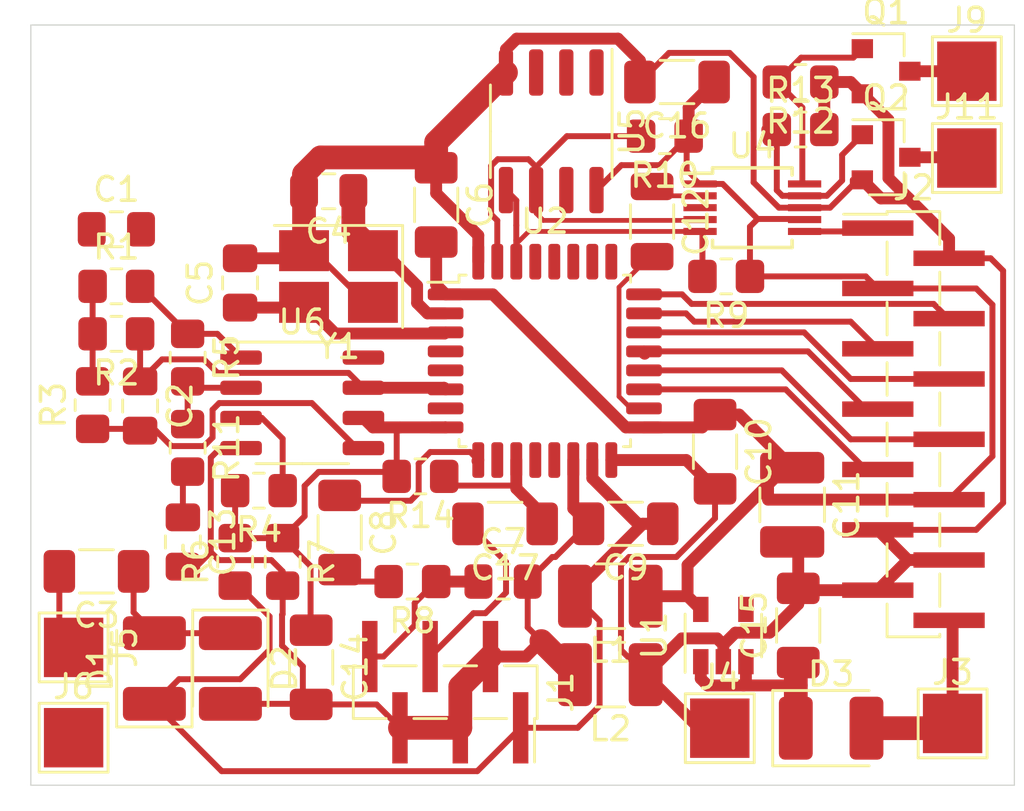
<source format=kicad_pcb>
(kicad_pcb (version 20171130) (host pcbnew 5.99.0+really5.1.12+dfsg1-1)

  (general
    (thickness 1.6)
    (drawings 4)
    (tracks 337)
    (zones 0)
    (modules 52)
    (nets 38)
  )

  (page A4)
  (layers
    (0 F.Cu signal)
    (31 B.Cu signal hide)
    (32 B.Adhes user)
    (33 F.Adhes user hide)
    (34 B.Paste user hide)
    (35 F.Paste user hide)
    (36 B.SilkS user hide)
    (37 F.SilkS user hide)
    (38 B.Mask user hide)
    (39 F.Mask user hide)
    (40 Dwgs.User user hide)
    (41 Cmts.User user hide)
    (42 Eco1.User user hide)
    (43 Eco2.User user)
    (44 Edge.Cuts user)
    (45 Margin user)
    (46 B.CrtYd user)
    (47 F.CrtYd user)
    (48 B.Fab user)
    (49 F.Fab user)
  )

  (setup
    (last_trace_width 0.25)
    (user_trace_width 0.2)
    (user_trace_width 0.5)
    (user_trace_width 1)
    (trace_clearance 0.2)
    (zone_clearance 0.508)
    (zone_45_only no)
    (trace_min 0.2)
    (via_size 0.8)
    (via_drill 0.4)
    (via_min_size 0.4)
    (via_min_drill 0.3)
    (uvia_size 0.3)
    (uvia_drill 0.1)
    (uvias_allowed no)
    (uvia_min_size 0.2)
    (uvia_min_drill 0.1)
    (edge_width 0.05)
    (segment_width 0.2)
    (pcb_text_width 0.3)
    (pcb_text_size 1.5 1.5)
    (mod_edge_width 0.12)
    (mod_text_size 1 1)
    (mod_text_width 0.15)
    (pad_size 1.524 1.524)
    (pad_drill 0.762)
    (pad_to_mask_clearance 0)
    (aux_axis_origin 0 0)
    (visible_elements FFFFFF7F)
    (pcbplotparams
      (layerselection 0x010fc_ffffffff)
      (usegerberextensions false)
      (usegerberattributes true)
      (usegerberadvancedattributes true)
      (creategerberjobfile true)
      (excludeedgelayer true)
      (linewidth 0.100000)
      (plotframeref false)
      (viasonmask false)
      (mode 1)
      (useauxorigin false)
      (hpglpennumber 1)
      (hpglpenspeed 20)
      (hpglpendiameter 15.000000)
      (psnegative false)
      (psa4output false)
      (plotreference true)
      (plotvalue true)
      (plotinvisibletext false)
      (padsonsilk false)
      (subtractmaskfromsilk false)
      (outputformat 1)
      (mirror false)
      (drillshape 1)
      (scaleselection 1)
      (outputdirectory ""))
  )

  (net 0 "")
  (net 1 "Net-(C3-Pad2)")
  (net 2 "Net-(C2-Pad1)")
  (net 3 GND)
  (net 4 "Net-(C4-Pad1)")
  (net 5 "Net-(C5-Pad1)")
  (net 6 +3V3)
  (net 7 "Net-(C8-Pad2)")
  (net 8 "Net-(C8-Pad1)")
  (net 9 "Net-(J2-Pad1)")
  (net 10 "Net-(C1-Pad1)")
  (net 11 "Net-(C2-Pad2)")
  (net 12 "Net-(C7-Pad1)")
  (net 13 "Net-(Q2-Pad1)")
  (net 14 "Net-(Q1-Pad1)")
  (net 15 "Net-(R9-Pad2)")
  (net 16 "Net-(R10-Pad2)")
  (net 17 +12V)
  (net 18 "Net-(C12-Pad2)")
  (net 19 "Net-(C12-Pad1)")
  (net 20 "Net-(C3-Pad1)")
  (net 21 "Net-(C13-Pad1)")
  (net 22 "Net-(C14-Pad1)")
  (net 23 "Net-(R1-Pad2)")
  (net 24 "Net-(R11-Pad1)")
  (net 25 GNDA)
  (net 26 +3.3VA)
  (net 27 "Net-(J9-Pad1)")
  (net 28 "Net-(J11-Pad1)")
  (net 29 "Net-(J2-Pad8)")
  (net 30 "Net-(J2-Pad6)")
  (net 31 "Net-(J2-Pad7)")
  (net 32 "Net-(J2-Pad5)")
  (net 33 "Net-(J2-Pad9)")
  (net 34 "Net-(J2-Pad4)")
  (net 35 "Net-(C15-Pad1)")
  (net 36 "Net-(C17-Pad2)")
  (net 37 "Net-(C17-Pad1)")

  (net_class Default "Questo è il gruppo di collegamenti predefinito"
    (clearance 0.2)
    (trace_width 0.25)
    (via_dia 0.8)
    (via_drill 0.4)
    (uvia_dia 0.3)
    (uvia_drill 0.1)
    (add_net +12V)
    (add_net +3.3VA)
    (add_net +3V3)
    (add_net GND)
    (add_net GNDA)
    (add_net "Net-(C1-Pad1)")
    (add_net "Net-(C12-Pad1)")
    (add_net "Net-(C12-Pad2)")
    (add_net "Net-(C13-Pad1)")
    (add_net "Net-(C14-Pad1)")
    (add_net "Net-(C15-Pad1)")
    (add_net "Net-(C17-Pad1)")
    (add_net "Net-(C17-Pad2)")
    (add_net "Net-(C2-Pad1)")
    (add_net "Net-(C2-Pad2)")
    (add_net "Net-(C3-Pad1)")
    (add_net "Net-(C3-Pad2)")
    (add_net "Net-(C4-Pad1)")
    (add_net "Net-(C5-Pad1)")
    (add_net "Net-(C7-Pad1)")
    (add_net "Net-(C8-Pad1)")
    (add_net "Net-(C8-Pad2)")
    (add_net "Net-(J11-Pad1)")
    (add_net "Net-(J2-Pad1)")
    (add_net "Net-(J2-Pad4)")
    (add_net "Net-(J2-Pad5)")
    (add_net "Net-(J2-Pad6)")
    (add_net "Net-(J2-Pad7)")
    (add_net "Net-(J2-Pad8)")
    (add_net "Net-(J2-Pad9)")
    (add_net "Net-(J9-Pad1)")
    (add_net "Net-(Q1-Pad1)")
    (add_net "Net-(Q2-Pad1)")
    (add_net "Net-(R1-Pad2)")
    (add_net "Net-(R10-Pad2)")
    (add_net "Net-(R11-Pad1)")
    (add_net "Net-(R9-Pad2)")
    (add_net "Net-(U1-Pad4)")
    (add_net "Net-(U2-Pad10)")
    (add_net "Net-(U2-Pad12)")
    (add_net "Net-(U2-Pad13)")
    (add_net "Net-(U2-Pad25)")
    (add_net "Net-(U2-Pad26)")
    (add_net "Net-(U2-Pad27)")
    (add_net "Net-(U2-Pad28)")
    (add_net "Net-(U2-Pad29)")
    (add_net "Net-(U2-Pad4)")
    (add_net "Net-(U2-Pad5)")
    (add_net "Net-(U2-Pad7)")
    (add_net "Net-(U4-Pad3)")
    (add_net "Net-(U5-Pad1)")
    (add_net "Net-(U5-Pad2)")
    (add_net "Net-(U5-Pad3)")
    (add_net "Net-(U5-Pad7)")
  )

  (module Resistor_SMD:R_0805_2012Metric_Pad1.20x1.40mm_HandSolder (layer F.Cu) (tedit 5F68FEEE) (tstamp 61A00B45)
    (at 100.6 90 90)
    (descr "Resistor SMD 0805 (2012 Metric), square (rectangular) end terminal, IPC_7351 nominal with elongated pad for handsoldering. (Body size source: IPC-SM-782 page 72, https://www.pcb-3d.com/wordpress/wp-content/uploads/ipc-sm-782a_amendment_1_and_2.pdf), generated with kicad-footprint-generator")
    (tags "resistor handsolder")
    (path /60E41D4B)
    (attr smd)
    (fp_text reference R3 (at 0 -1.65 90) (layer F.SilkS)
      (effects (font (size 1 1) (thickness 0.15)))
    )
    (fp_text value 15K (at 0 1.65 90) (layer F.Fab)
      (effects (font (size 1 1) (thickness 0.15)))
    )
    (fp_line (start -1 0.625) (end -1 -0.625) (layer F.Fab) (width 0.1))
    (fp_line (start -1 -0.625) (end 1 -0.625) (layer F.Fab) (width 0.1))
    (fp_line (start 1 -0.625) (end 1 0.625) (layer F.Fab) (width 0.1))
    (fp_line (start 1 0.625) (end -1 0.625) (layer F.Fab) (width 0.1))
    (fp_line (start -0.227064 -0.735) (end 0.227064 -0.735) (layer F.SilkS) (width 0.12))
    (fp_line (start -0.227064 0.735) (end 0.227064 0.735) (layer F.SilkS) (width 0.12))
    (fp_line (start -1.85 0.95) (end -1.85 -0.95) (layer F.CrtYd) (width 0.05))
    (fp_line (start -1.85 -0.95) (end 1.85 -0.95) (layer F.CrtYd) (width 0.05))
    (fp_line (start 1.85 -0.95) (end 1.85 0.95) (layer F.CrtYd) (width 0.05))
    (fp_line (start 1.85 0.95) (end -1.85 0.95) (layer F.CrtYd) (width 0.05))
    (fp_text user %R (at 0 0 90) (layer F.Fab)
      (effects (font (size 0.5 0.5) (thickness 0.08)))
    )
    (pad 2 smd roundrect (at 1 0 90) (size 1.2 1.4) (layers F.Cu F.Paste F.Mask) (roundrect_rratio 0.208333)
      (net 10 "Net-(C1-Pad1)"))
    (pad 1 smd roundrect (at -1 0 90) (size 1.2 1.4) (layers F.Cu F.Paste F.Mask) (roundrect_rratio 0.208333)
      (net 11 "Net-(C2-Pad2)"))
    (model ${KISYS3DMOD}/Resistor_SMD.3dshapes/R_0805_2012Metric.wrl
      (at (xyz 0 0 0))
      (scale (xyz 1 1 1))
      (rotate (xyz 0 0 0))
    )
  )

  (module Capacitor_SMD:C_0805_2012Metric_Pad1.18x1.45mm_HandSolder (layer F.Cu) (tedit 5F68FEEF) (tstamp 61A02545)
    (at 102.6 90.0375 270)
    (descr "Capacitor SMD 0805 (2012 Metric), square (rectangular) end terminal, IPC_7351 nominal with elongated pad for handsoldering. (Body size source: IPC-SM-782 page 76, https://www.pcb-3d.com/wordpress/wp-content/uploads/ipc-sm-782a_amendment_1_and_2.pdf, https://docs.google.com/spreadsheets/d/1BsfQQcO9C6DZCsRaXUlFlo91Tg2WpOkGARC1WS5S8t0/edit?usp=sharing), generated with kicad-footprint-generator")
    (tags "capacitor handsolder")
    (path /60E41D57)
    (attr smd)
    (fp_text reference C2 (at 0 -1.68 90) (layer F.SilkS)
      (effects (font (size 1 1) (thickness 0.15)))
    )
    (fp_text value 68p (at 0 1.68 90) (layer F.Fab)
      (effects (font (size 1 1) (thickness 0.15)))
    )
    (fp_line (start -1 0.625) (end -1 -0.625) (layer F.Fab) (width 0.1))
    (fp_line (start -1 -0.625) (end 1 -0.625) (layer F.Fab) (width 0.1))
    (fp_line (start 1 -0.625) (end 1 0.625) (layer F.Fab) (width 0.1))
    (fp_line (start 1 0.625) (end -1 0.625) (layer F.Fab) (width 0.1))
    (fp_line (start -0.261252 -0.735) (end 0.261252 -0.735) (layer F.SilkS) (width 0.12))
    (fp_line (start -0.261252 0.735) (end 0.261252 0.735) (layer F.SilkS) (width 0.12))
    (fp_line (start -1.88 0.98) (end -1.88 -0.98) (layer F.CrtYd) (width 0.05))
    (fp_line (start -1.88 -0.98) (end 1.88 -0.98) (layer F.CrtYd) (width 0.05))
    (fp_line (start 1.88 -0.98) (end 1.88 0.98) (layer F.CrtYd) (width 0.05))
    (fp_line (start 1.88 0.98) (end -1.88 0.98) (layer F.CrtYd) (width 0.05))
    (fp_text user %R (at 0 0 90) (layer F.Fab)
      (effects (font (size 0.5 0.5) (thickness 0.08)))
    )
    (pad 2 smd roundrect (at 1.0375 0 270) (size 1.175 1.45) (layers F.Cu F.Paste F.Mask) (roundrect_rratio 0.212766)
      (net 11 "Net-(C2-Pad2)"))
    (pad 1 smd roundrect (at -1.0375 0 270) (size 1.175 1.45) (layers F.Cu F.Paste F.Mask) (roundrect_rratio 0.212766)
      (net 2 "Net-(C2-Pad1)"))
    (model ${KISYS3DMOD}/Capacitor_SMD.3dshapes/C_0805_2012Metric.wrl
      (at (xyz 0 0 0))
      (scale (xyz 1 1 1))
      (rotate (xyz 0 0 0))
    )
  )

  (module Capacitor_SMD:C_1206_3216Metric_Pad1.33x1.80mm_HandSolder (layer F.Cu) (tedit 5F68FEEF) (tstamp 61CF724E)
    (at 117.9625 95 180)
    (descr "Capacitor SMD 1206 (3216 Metric), square (rectangular) end terminal, IPC_7351 nominal with elongated pad for handsoldering. (Body size source: IPC-SM-782 page 76, https://www.pcb-3d.com/wordpress/wp-content/uploads/ipc-sm-782a_amendment_1_and_2.pdf), generated with kicad-footprint-generator")
    (tags "capacitor handsolder")
    (path /61E8255F)
    (attr smd)
    (fp_text reference C17 (at 0 -1.85) (layer F.SilkS)
      (effects (font (size 1 1) (thickness 0.15)))
    )
    (fp_text value 1µ (at 0 1.85) (layer F.Fab)
      (effects (font (size 1 1) (thickness 0.15)))
    )
    (fp_line (start 2.48 1.15) (end -2.48 1.15) (layer F.CrtYd) (width 0.05))
    (fp_line (start 2.48 -1.15) (end 2.48 1.15) (layer F.CrtYd) (width 0.05))
    (fp_line (start -2.48 -1.15) (end 2.48 -1.15) (layer F.CrtYd) (width 0.05))
    (fp_line (start -2.48 1.15) (end -2.48 -1.15) (layer F.CrtYd) (width 0.05))
    (fp_line (start -0.711252 0.91) (end 0.711252 0.91) (layer F.SilkS) (width 0.12))
    (fp_line (start -0.711252 -0.91) (end 0.711252 -0.91) (layer F.SilkS) (width 0.12))
    (fp_line (start 1.6 0.8) (end -1.6 0.8) (layer F.Fab) (width 0.1))
    (fp_line (start 1.6 -0.8) (end 1.6 0.8) (layer F.Fab) (width 0.1))
    (fp_line (start -1.6 -0.8) (end 1.6 -0.8) (layer F.Fab) (width 0.1))
    (fp_line (start -1.6 0.8) (end -1.6 -0.8) (layer F.Fab) (width 0.1))
    (fp_text user %R (at 0 0) (layer F.Fab)
      (effects (font (size 0.8 0.8) (thickness 0.12)))
    )
    (pad 2 smd roundrect (at 1.5625 0 180) (size 1.325 1.8) (layers F.Cu F.Paste F.Mask) (roundrect_rratio 0.188679)
      (net 36 "Net-(C17-Pad2)"))
    (pad 1 smd roundrect (at -1.5625 0 180) (size 1.325 1.8) (layers F.Cu F.Paste F.Mask) (roundrect_rratio 0.188679)
      (net 37 "Net-(C17-Pad1)"))
    (model ${KISYS3DMOD}/Capacitor_SMD.3dshapes/C_1206_3216Metric.wrl
      (at (xyz 0 0 0))
      (scale (xyz 1 1 1))
      (rotate (xyz 0 0 0))
    )
  )

  (module Capacitor_SMD:C_1206_3216Metric_Pad1.33x1.80mm_HandSolder (layer F.Cu) (tedit 5F68FEEF) (tstamp 61C57C5C)
    (at 123.0375 94.996 180)
    (descr "Capacitor SMD 1206 (3216 Metric), square (rectangular) end terminal, IPC_7351 nominal with elongated pad for handsoldering. (Body size source: IPC-SM-782 page 76, https://www.pcb-3d.com/wordpress/wp-content/uploads/ipc-sm-782a_amendment_1_and_2.pdf), generated with kicad-footprint-generator")
    (tags "capacitor handsolder")
    (path /6197A0B3)
    (attr smd)
    (fp_text reference C9 (at 0 -1.85) (layer F.SilkS)
      (effects (font (size 1 1) (thickness 0.15)))
    )
    (fp_text value C_Small (at 0 1.85) (layer F.Fab)
      (effects (font (size 1 1) (thickness 0.15)))
    )
    (fp_line (start -1.6 0.8) (end -1.6 -0.8) (layer F.Fab) (width 0.1))
    (fp_line (start -1.6 -0.8) (end 1.6 -0.8) (layer F.Fab) (width 0.1))
    (fp_line (start 1.6 -0.8) (end 1.6 0.8) (layer F.Fab) (width 0.1))
    (fp_line (start 1.6 0.8) (end -1.6 0.8) (layer F.Fab) (width 0.1))
    (fp_line (start -0.711252 -0.91) (end 0.711252 -0.91) (layer F.SilkS) (width 0.12))
    (fp_line (start -0.711252 0.91) (end 0.711252 0.91) (layer F.SilkS) (width 0.12))
    (fp_line (start -2.48 1.15) (end -2.48 -1.15) (layer F.CrtYd) (width 0.05))
    (fp_line (start -2.48 -1.15) (end 2.48 -1.15) (layer F.CrtYd) (width 0.05))
    (fp_line (start 2.48 -1.15) (end 2.48 1.15) (layer F.CrtYd) (width 0.05))
    (fp_line (start 2.48 1.15) (end -2.48 1.15) (layer F.CrtYd) (width 0.05))
    (fp_text user %R (at 0 0) (layer F.Fab)
      (effects (font (size 0.8 0.8) (thickness 0.12)))
    )
    (pad 2 smd roundrect (at 1.5625 0 180) (size 1.325 1.8) (layers F.Cu F.Paste F.Mask) (roundrect_rratio 0.188679)
      (net 25 GNDA))
    (pad 1 smd roundrect (at -1.5625 0 180) (size 1.325 1.8) (layers F.Cu F.Paste F.Mask) (roundrect_rratio 0.188679)
      (net 26 +3.3VA))
    (model ${KISYS3DMOD}/Capacitor_SMD.3dshapes/C_1206_3216Metric.wrl
      (at (xyz 0 0 0))
      (scale (xyz 1 1 1))
      (rotate (xyz 0 0 0))
    )
  )

  (module Capacitor_SMD:C_1206_3216Metric_Pad1.33x1.80mm_HandSolder (layer F.Cu) (tedit 5F68FEEF) (tstamp 61A00A50)
    (at 126.8 91.9625 270)
    (descr "Capacitor SMD 1206 (3216 Metric), square (rectangular) end terminal, IPC_7351 nominal with elongated pad for handsoldering. (Body size source: IPC-SM-782 page 76, https://www.pcb-3d.com/wordpress/wp-content/uploads/ipc-sm-782a_amendment_1_and_2.pdf), generated with kicad-footprint-generator")
    (tags "capacitor handsolder")
    (path /61984C0D)
    (attr smd)
    (fp_text reference C10 (at 0 -1.85 90) (layer F.SilkS)
      (effects (font (size 1 1) (thickness 0.15)))
    )
    (fp_text value 100n (at 0 1.85 90) (layer F.Fab)
      (effects (font (size 1 1) (thickness 0.15)))
    )
    (fp_line (start 2.48 1.15) (end -2.48 1.15) (layer F.CrtYd) (width 0.05))
    (fp_line (start 2.48 -1.15) (end 2.48 1.15) (layer F.CrtYd) (width 0.05))
    (fp_line (start -2.48 -1.15) (end 2.48 -1.15) (layer F.CrtYd) (width 0.05))
    (fp_line (start -2.48 1.15) (end -2.48 -1.15) (layer F.CrtYd) (width 0.05))
    (fp_line (start -0.711252 0.91) (end 0.711252 0.91) (layer F.SilkS) (width 0.12))
    (fp_line (start -0.711252 -0.91) (end 0.711252 -0.91) (layer F.SilkS) (width 0.12))
    (fp_line (start 1.6 0.8) (end -1.6 0.8) (layer F.Fab) (width 0.1))
    (fp_line (start 1.6 -0.8) (end 1.6 0.8) (layer F.Fab) (width 0.1))
    (fp_line (start -1.6 -0.8) (end 1.6 -0.8) (layer F.Fab) (width 0.1))
    (fp_line (start -1.6 0.8) (end -1.6 -0.8) (layer F.Fab) (width 0.1))
    (fp_text user %R (at 0 0 90) (layer F.Fab)
      (effects (font (size 0.8 0.8) (thickness 0.12)))
    )
    (pad 1 smd roundrect (at -1.5625 0 270) (size 1.325 1.8) (layers F.Cu F.Paste F.Mask) (roundrect_rratio 0.188679)
      (net 6 +3V3))
    (pad 2 smd roundrect (at 1.5625 0 270) (size 1.325 1.8) (layers F.Cu F.Paste F.Mask) (roundrect_rratio 0.188679)
      (net 3 GND))
    (model ${KISYS3DMOD}/Capacitor_SMD.3dshapes/C_1206_3216Metric.wrl
      (at (xyz 0 0 0))
      (scale (xyz 1 1 1))
      (rotate (xyz 0 0 0))
    )
  )

  (module TestPoint:TestPoint_Pad_2.5x2.5mm (layer F.Cu) (tedit 5A0F774F) (tstamp 61CF81A1)
    (at 127 103.6)
    (descr "SMD rectangular pad as test Point, square 2.5mm side length")
    (tags "test point SMD pad rectangle square")
    (path /61DD78FE)
    (attr virtual)
    (fp_text reference J4 (at 0 -2.148) (layer F.SilkS)
      (effects (font (size 1 1) (thickness 0.15)))
    )
    (fp_text value T1 (at 0 2.25) (layer F.Fab)
      (effects (font (size 1 1) (thickness 0.15)))
    )
    (fp_text user %R (at 0 -2.15) (layer F.Fab)
      (effects (font (size 1 1) (thickness 0.15)))
    )
    (fp_line (start -1.45 -1.45) (end 1.45 -1.45) (layer F.SilkS) (width 0.12))
    (fp_line (start 1.45 -1.45) (end 1.45 1.45) (layer F.SilkS) (width 0.12))
    (fp_line (start 1.45 1.45) (end -1.45 1.45) (layer F.SilkS) (width 0.12))
    (fp_line (start -1.45 1.45) (end -1.45 -1.45) (layer F.SilkS) (width 0.12))
    (fp_line (start -1.75 -1.75) (end 1.75 -1.75) (layer F.CrtYd) (width 0.05))
    (fp_line (start -1.75 -1.75) (end -1.75 1.75) (layer F.CrtYd) (width 0.05))
    (fp_line (start 1.75 1.75) (end 1.75 -1.75) (layer F.CrtYd) (width 0.05))
    (fp_line (start 1.75 1.75) (end -1.75 1.75) (layer F.CrtYd) (width 0.05))
    (pad 1 smd rect (at 0 0) (size 2.5 2.5) (layers F.Cu F.Mask)
      (net 3 GND))
  )

  (module Capacitor_SMD:C_1206_3216Metric (layer F.Cu) (tedit 5F68FEEE) (tstamp 61C65A00)
    (at 124.15 82.275 270)
    (descr "Capacitor SMD 1206 (3216 Metric), square (rectangular) end terminal, IPC_7351 nominal, (Body size source: IPC-SM-782 page 76, https://www.pcb-3d.com/wordpress/wp-content/uploads/ipc-sm-782a_amendment_1_and_2.pdf), generated with kicad-footprint-generator")
    (tags capacitor)
    (path /61CA4AF4)
    (attr smd)
    (fp_text reference C12 (at 0 -1.85 90) (layer F.SilkS)
      (effects (font (size 1 1) (thickness 0.15)))
    )
    (fp_text value 100n (at 0 1.85 90) (layer F.Fab)
      (effects (font (size 1 1) (thickness 0.15)))
    )
    (fp_line (start 2.3 1.15) (end -2.3 1.15) (layer F.CrtYd) (width 0.05))
    (fp_line (start 2.3 -1.15) (end 2.3 1.15) (layer F.CrtYd) (width 0.05))
    (fp_line (start -2.3 -1.15) (end 2.3 -1.15) (layer F.CrtYd) (width 0.05))
    (fp_line (start -2.3 1.15) (end -2.3 -1.15) (layer F.CrtYd) (width 0.05))
    (fp_line (start -0.711252 0.91) (end 0.711252 0.91) (layer F.SilkS) (width 0.12))
    (fp_line (start -0.711252 -0.91) (end 0.711252 -0.91) (layer F.SilkS) (width 0.12))
    (fp_line (start 1.6 0.8) (end -1.6 0.8) (layer F.Fab) (width 0.1))
    (fp_line (start 1.6 -0.8) (end 1.6 0.8) (layer F.Fab) (width 0.1))
    (fp_line (start -1.6 -0.8) (end 1.6 -0.8) (layer F.Fab) (width 0.1))
    (fp_line (start -1.6 0.8) (end -1.6 -0.8) (layer F.Fab) (width 0.1))
    (fp_text user %R (at 0 0 90) (layer F.Fab)
      (effects (font (size 0.8 0.8) (thickness 0.12)))
    )
    (pad 2 smd roundrect (at 1.475 0 270) (size 1.15 1.8) (layers F.Cu F.Paste F.Mask) (roundrect_rratio 0.217391)
      (net 18 "Net-(C12-Pad2)"))
    (pad 1 smd roundrect (at -1.475 0 270) (size 1.15 1.8) (layers F.Cu F.Paste F.Mask) (roundrect_rratio 0.217391)
      (net 19 "Net-(C12-Pad1)"))
    (model ${KISYS3DMOD}/Capacitor_SMD.3dshapes/C_1206_3216Metric.wrl
      (at (xyz 0 0 0))
      (scale (xyz 1 1 1))
      (rotate (xyz 0 0 0))
    )
  )

  (module Package_TO_SOT_SMD:SOT-23-5 (layer F.Cu) (tedit 5A02FF57) (tstamp 61CF4945)
    (at 127.15 99.7 90)
    (descr "5-pin SOT23 package")
    (tags SOT-23-5)
    (path /61CF6A59)
    (attr smd)
    (fp_text reference U1 (at 0 -2.9 90) (layer F.SilkS)
      (effects (font (size 1 1) (thickness 0.15)))
    )
    (fp_text value LP2985-3.3 (at 0 2.9 90) (layer F.Fab)
      (effects (font (size 1 1) (thickness 0.15)))
    )
    (fp_text user %R (at 0 0) (layer F.Fab)
      (effects (font (size 0.5 0.5) (thickness 0.075)))
    )
    (fp_line (start -0.9 1.61) (end 0.9 1.61) (layer F.SilkS) (width 0.12))
    (fp_line (start 0.9 -1.61) (end -1.55 -1.61) (layer F.SilkS) (width 0.12))
    (fp_line (start -1.9 -1.8) (end 1.9 -1.8) (layer F.CrtYd) (width 0.05))
    (fp_line (start 1.9 -1.8) (end 1.9 1.8) (layer F.CrtYd) (width 0.05))
    (fp_line (start 1.9 1.8) (end -1.9 1.8) (layer F.CrtYd) (width 0.05))
    (fp_line (start -1.9 1.8) (end -1.9 -1.8) (layer F.CrtYd) (width 0.05))
    (fp_line (start -0.9 -0.9) (end -0.25 -1.55) (layer F.Fab) (width 0.1))
    (fp_line (start 0.9 -1.55) (end -0.25 -1.55) (layer F.Fab) (width 0.1))
    (fp_line (start -0.9 -0.9) (end -0.9 1.55) (layer F.Fab) (width 0.1))
    (fp_line (start 0.9 1.55) (end -0.9 1.55) (layer F.Fab) (width 0.1))
    (fp_line (start 0.9 -1.55) (end 0.9 1.55) (layer F.Fab) (width 0.1))
    (pad 5 smd rect (at 1.1 -0.95 90) (size 1.06 0.65) (layers F.Cu F.Paste F.Mask)
      (net 6 +3V3))
    (pad 4 smd rect (at 1.1 0.95 90) (size 1.06 0.65) (layers F.Cu F.Paste F.Mask))
    (pad 3 smd rect (at -1.1 0.95 90) (size 1.06 0.65) (layers F.Cu F.Paste F.Mask)
      (net 35 "Net-(C15-Pad1)"))
    (pad 2 smd rect (at -1.1 0 90) (size 1.06 0.65) (layers F.Cu F.Paste F.Mask)
      (net 3 GND))
    (pad 1 smd rect (at -1.1 -0.95 90) (size 1.06 0.65) (layers F.Cu F.Paste F.Mask)
      (net 35 "Net-(C15-Pad1)"))
    (model ${KISYS3DMOD}/Package_TO_SOT_SMD.3dshapes/SOT-23-5.wrl
      (at (xyz 0 0 0))
      (scale (xyz 1 1 1))
      (rotate (xyz 0 0 0))
    )
  )

  (module Resistor_SMD:R_0805_2012Metric_Pad1.20x1.40mm_HandSolder (layer F.Cu) (tedit 5F68FEEE) (tstamp 61A00B89)
    (at 108.6 96.6 270)
    (descr "Resistor SMD 0805 (2012 Metric), square (rectangular) end terminal, IPC_7351 nominal with elongated pad for handsoldering. (Body size source: IPC-SM-782 page 72, https://www.pcb-3d.com/wordpress/wp-content/uploads/ipc-sm-782a_amendment_1_and_2.pdf), generated with kicad-footprint-generator")
    (tags "resistor handsolder")
    (path /61AFC66D)
    (attr smd)
    (fp_text reference R7 (at 0 -1.65 90) (layer F.SilkS)
      (effects (font (size 1 1) (thickness 0.15)))
    )
    (fp_text value 22k (at 0 1.65 90) (layer F.Fab)
      (effects (font (size 1 1) (thickness 0.15)))
    )
    (fp_line (start -1 0.625) (end -1 -0.625) (layer F.Fab) (width 0.1))
    (fp_line (start -1 -0.625) (end 1 -0.625) (layer F.Fab) (width 0.1))
    (fp_line (start 1 -0.625) (end 1 0.625) (layer F.Fab) (width 0.1))
    (fp_line (start 1 0.625) (end -1 0.625) (layer F.Fab) (width 0.1))
    (fp_line (start -0.227064 -0.735) (end 0.227064 -0.735) (layer F.SilkS) (width 0.12))
    (fp_line (start -0.227064 0.735) (end 0.227064 0.735) (layer F.SilkS) (width 0.12))
    (fp_line (start -1.85 0.95) (end -1.85 -0.95) (layer F.CrtYd) (width 0.05))
    (fp_line (start -1.85 -0.95) (end 1.85 -0.95) (layer F.CrtYd) (width 0.05))
    (fp_line (start 1.85 -0.95) (end 1.85 0.95) (layer F.CrtYd) (width 0.05))
    (fp_line (start 1.85 0.95) (end -1.85 0.95) (layer F.CrtYd) (width 0.05))
    (fp_text user %R (at 0 0 90) (layer F.Fab)
      (effects (font (size 0.5 0.5) (thickness 0.08)))
    )
    (pad 2 smd roundrect (at 1 0 270) (size 1.2 1.4) (layers F.Cu F.Paste F.Mask) (roundrect_rratio 0.208333)
      (net 25 GNDA))
    (pad 1 smd roundrect (at -1 0 270) (size 1.2 1.4) (layers F.Cu F.Paste F.Mask) (roundrect_rratio 0.208333)
      (net 22 "Net-(C14-Pad1)"))
    (model ${KISYS3DMOD}/Resistor_SMD.3dshapes/R_0805_2012Metric.wrl
      (at (xyz 0 0 0))
      (scale (xyz 1 1 1))
      (rotate (xyz 0 0 0))
    )
  )

  (module Package_SO:SO-8_3.9x4.9mm_P1.27mm (layer F.Cu) (tedit 5D9F72B1) (tstamp 61C383AE)
    (at 109.425 89.905)
    (descr "SO, 8 Pin (https://www.nxp.com/docs/en/data-sheet/PCF8523.pdf), generated with kicad-footprint-generator ipc_gullwing_generator.py")
    (tags "SO SO")
    (path /61CD40EF)
    (attr smd)
    (fp_text reference U6 (at 0 -3.4) (layer F.SilkS)
      (effects (font (size 1 1) (thickness 0.15)))
    )
    (fp_text value TL082 (at 0 3.4) (layer F.Fab)
      (effects (font (size 1 1) (thickness 0.15)))
    )
    (fp_line (start 3.7 -2.7) (end -3.7 -2.7) (layer F.CrtYd) (width 0.05))
    (fp_line (start 3.7 2.7) (end 3.7 -2.7) (layer F.CrtYd) (width 0.05))
    (fp_line (start -3.7 2.7) (end 3.7 2.7) (layer F.CrtYd) (width 0.05))
    (fp_line (start -3.7 -2.7) (end -3.7 2.7) (layer F.CrtYd) (width 0.05))
    (fp_line (start -1.95 -1.475) (end -0.975 -2.45) (layer F.Fab) (width 0.1))
    (fp_line (start -1.95 2.45) (end -1.95 -1.475) (layer F.Fab) (width 0.1))
    (fp_line (start 1.95 2.45) (end -1.95 2.45) (layer F.Fab) (width 0.1))
    (fp_line (start 1.95 -2.45) (end 1.95 2.45) (layer F.Fab) (width 0.1))
    (fp_line (start -0.975 -2.45) (end 1.95 -2.45) (layer F.Fab) (width 0.1))
    (fp_line (start 0 -2.56) (end -3.45 -2.56) (layer F.SilkS) (width 0.12))
    (fp_line (start 0 -2.56) (end 1.95 -2.56) (layer F.SilkS) (width 0.12))
    (fp_line (start 0 2.56) (end -1.95 2.56) (layer F.SilkS) (width 0.12))
    (fp_line (start 0 2.56) (end 1.95 2.56) (layer F.SilkS) (width 0.12))
    (fp_text user %R (at 0 0) (layer F.Fab)
      (effects (font (size 0.98 0.98) (thickness 0.15)))
    )
    (pad 8 smd roundrect (at 2.575 -1.905) (size 1.75 0.6) (layers F.Cu F.Paste F.Mask) (roundrect_rratio 0.25)
      (net 26 +3.3VA))
    (pad 7 smd roundrect (at 2.575 -0.635) (size 1.75 0.6) (layers F.Cu F.Paste F.Mask) (roundrect_rratio 0.25)
      (net 2 "Net-(C2-Pad1)"))
    (pad 6 smd roundrect (at 2.575 0.635) (size 1.75 0.6) (layers F.Cu F.Paste F.Mask) (roundrect_rratio 0.25)
      (net 22 "Net-(C14-Pad1)"))
    (pad 5 smd roundrect (at 2.575 1.905) (size 1.75 0.6) (layers F.Cu F.Paste F.Mask) (roundrect_rratio 0.25)
      (net 11 "Net-(C2-Pad2)"))
    (pad 4 smd roundrect (at -2.575 1.905) (size 1.75 0.6) (layers F.Cu F.Paste F.Mask) (roundrect_rratio 0.25)
      (net 25 GNDA))
    (pad 3 smd roundrect (at -2.575 0.635) (size 1.75 0.6) (layers F.Cu F.Paste F.Mask) (roundrect_rratio 0.25)
      (net 20 "Net-(C3-Pad1)"))
    (pad 2 smd roundrect (at -2.575 -0.635) (size 1.75 0.6) (layers F.Cu F.Paste F.Mask) (roundrect_rratio 0.25)
      (net 24 "Net-(R11-Pad1)"))
    (pad 1 smd roundrect (at -2.575 -1.905) (size 1.75 0.6) (layers F.Cu F.Paste F.Mask) (roundrect_rratio 0.25)
      (net 23 "Net-(R1-Pad2)"))
    (model ${KISYS3DMOD}/Package_SO.3dshapes/SO-8_3.9x4.9mm_P1.27mm.wrl
      (at (xyz 0 0 0))
      (scale (xyz 1 1 1))
      (rotate (xyz 0 0 0))
    )
  )

  (module Resistor_SMD:R_0805_2012Metric_Pad1.20x1.40mm_HandSolder (layer F.Cu) (tedit 5F68FEEE) (tstamp 61CFA4C9)
    (at 114.4 93 180)
    (descr "Resistor SMD 0805 (2012 Metric), square (rectangular) end terminal, IPC_7351 nominal with elongated pad for handsoldering. (Body size source: IPC-SM-782 page 72, https://www.pcb-3d.com/wordpress/wp-content/uploads/ipc-sm-782a_amendment_1_and_2.pdf), generated with kicad-footprint-generator")
    (tags "resistor handsolder")
    (path /61E7FA69)
    (attr smd)
    (fp_text reference R14 (at 0 -1.65) (layer F.SilkS)
      (effects (font (size 1 1) (thickness 0.15)))
    )
    (fp_text value 10k (at 0 1.65) (layer F.Fab)
      (effects (font (size 1 1) (thickness 0.15)))
    )
    (fp_line (start 1.85 0.95) (end -1.85 0.95) (layer F.CrtYd) (width 0.05))
    (fp_line (start 1.85 -0.95) (end 1.85 0.95) (layer F.CrtYd) (width 0.05))
    (fp_line (start -1.85 -0.95) (end 1.85 -0.95) (layer F.CrtYd) (width 0.05))
    (fp_line (start -1.85 0.95) (end -1.85 -0.95) (layer F.CrtYd) (width 0.05))
    (fp_line (start -0.227064 0.735) (end 0.227064 0.735) (layer F.SilkS) (width 0.12))
    (fp_line (start -0.227064 -0.735) (end 0.227064 -0.735) (layer F.SilkS) (width 0.12))
    (fp_line (start 1 0.625) (end -1 0.625) (layer F.Fab) (width 0.1))
    (fp_line (start 1 -0.625) (end 1 0.625) (layer F.Fab) (width 0.1))
    (fp_line (start -1 -0.625) (end 1 -0.625) (layer F.Fab) (width 0.1))
    (fp_line (start -1 0.625) (end -1 -0.625) (layer F.Fab) (width 0.1))
    (fp_text user %R (at 0 0) (layer F.Fab)
      (effects (font (size 0.5 0.5) (thickness 0.08)))
    )
    (pad 2 smd roundrect (at 1 0 180) (size 1.2 1.4) (layers F.Cu F.Paste F.Mask) (roundrect_rratio 0.208333)
      (net 22 "Net-(C14-Pad1)"))
    (pad 1 smd roundrect (at -1 0 180) (size 1.2 1.4) (layers F.Cu F.Paste F.Mask) (roundrect_rratio 0.208333)
      (net 37 "Net-(C17-Pad1)"))
    (model ${KISYS3DMOD}/Resistor_SMD.3dshapes/R_0805_2012Metric.wrl
      (at (xyz 0 0 0))
      (scale (xyz 1 1 1))
      (rotate (xyz 0 0 0))
    )
  )

  (module Diode_SMD:D_1210_3225Metric_Pad1.42x2.65mm_HandSolder (layer F.Cu) (tedit 5F68FEF0) (tstamp 61CF5953)
    (at 131.6875 103.6)
    (descr "Diode SMD 1210 (3225 Metric), square (rectangular) end terminal, IPC_7351 nominal, (Body size source: http://www.tortai-tech.com/upload/download/2011102023233369053.pdf), generated with kicad-footprint-generator")
    (tags "diode handsolder")
    (path /61E592A1)
    (attr smd)
    (fp_text reference D3 (at 0 -2.28) (layer F.SilkS)
      (effects (font (size 1 1) (thickness 0.15)))
    )
    (fp_text value D (at 0 2.28) (layer F.Fab)
      (effects (font (size 1 1) (thickness 0.15)))
    )
    (fp_line (start 2.45 1.58) (end -2.45 1.58) (layer F.CrtYd) (width 0.05))
    (fp_line (start 2.45 -1.58) (end 2.45 1.58) (layer F.CrtYd) (width 0.05))
    (fp_line (start -2.45 -1.58) (end 2.45 -1.58) (layer F.CrtYd) (width 0.05))
    (fp_line (start -2.45 1.58) (end -2.45 -1.58) (layer F.CrtYd) (width 0.05))
    (fp_line (start -2.46 1.585) (end 1.6 1.585) (layer F.SilkS) (width 0.12))
    (fp_line (start -2.46 -1.585) (end -2.46 1.585) (layer F.SilkS) (width 0.12))
    (fp_line (start 1.6 -1.585) (end -2.46 -1.585) (layer F.SilkS) (width 0.12))
    (fp_line (start 1.6 1.25) (end 1.6 -1.25) (layer F.Fab) (width 0.1))
    (fp_line (start -1.6 1.25) (end 1.6 1.25) (layer F.Fab) (width 0.1))
    (fp_line (start -1.6 -0.625) (end -1.6 1.25) (layer F.Fab) (width 0.1))
    (fp_line (start -0.975 -1.25) (end -1.6 -0.625) (layer F.Fab) (width 0.1))
    (fp_line (start 1.6 -1.25) (end -0.975 -1.25) (layer F.Fab) (width 0.1))
    (fp_text user %R (at 0 0) (layer F.Fab)
      (effects (font (size 0.8 0.8) (thickness 0.12)))
    )
    (pad 2 smd roundrect (at 1.4875 0) (size 1.425 2.65) (layers F.Cu F.Paste F.Mask) (roundrect_rratio 0.175439)
      (net 17 +12V))
    (pad 1 smd roundrect (at -1.4875 0) (size 1.425 2.65) (layers F.Cu F.Paste F.Mask) (roundrect_rratio 0.175439)
      (net 35 "Net-(C15-Pad1)"))
    (model ${KISYS3DMOD}/Diode_SMD.3dshapes/D_1210_3225Metric.wrl
      (at (xyz 0 0 0))
      (scale (xyz 1 1 1))
      (rotate (xyz 0 0 0))
    )
  )

  (module TestPoint:TestPoint_Pad_2.5x2.5mm (layer F.Cu) (tedit 5A0F774F) (tstamp 61CF41C7)
    (at 136.8 103.4)
    (descr "SMD rectangular pad as test Point, square 2.5mm side length")
    (tags "test point SMD pad rectangle square")
    (path /61E46F2E)
    (attr virtual)
    (fp_text reference J3 (at 0 -2.148) (layer F.SilkS)
      (effects (font (size 1 1) (thickness 0.15)))
    )
    (fp_text value T1 (at 0 2.25) (layer F.Fab)
      (effects (font (size 1 1) (thickness 0.15)))
    )
    (fp_line (start 1.75 1.75) (end -1.75 1.75) (layer F.CrtYd) (width 0.05))
    (fp_line (start 1.75 1.75) (end 1.75 -1.75) (layer F.CrtYd) (width 0.05))
    (fp_line (start -1.75 -1.75) (end -1.75 1.75) (layer F.CrtYd) (width 0.05))
    (fp_line (start -1.75 -1.75) (end 1.75 -1.75) (layer F.CrtYd) (width 0.05))
    (fp_line (start -1.45 1.45) (end -1.45 -1.45) (layer F.SilkS) (width 0.12))
    (fp_line (start 1.45 1.45) (end -1.45 1.45) (layer F.SilkS) (width 0.12))
    (fp_line (start 1.45 -1.45) (end 1.45 1.45) (layer F.SilkS) (width 0.12))
    (fp_line (start -1.45 -1.45) (end 1.45 -1.45) (layer F.SilkS) (width 0.12))
    (fp_text user %R (at 0 -2.15) (layer F.Fab)
      (effects (font (size 1 1) (thickness 0.15)))
    )
    (pad 1 smd rect (at 0 0) (size 2.5 2.5) (layers F.Cu F.Mask)
      (net 17 +12V))
  )

  (module Package_TO_SOT_SMD:SOT-23 (layer F.Cu) (tedit 5A02FF57) (tstamp 61CF0C87)
    (at 134 75.946)
    (descr "SOT-23, Standard")
    (tags SOT-23)
    (path /61BFB2BF)
    (attr smd)
    (fp_text reference Q1 (at 0 -2.5) (layer F.SilkS)
      (effects (font (size 1 1) (thickness 0.15)))
    )
    (fp_text value AO3400A (at 0 2.5) (layer F.Fab)
      (effects (font (size 1 1) (thickness 0.15)))
    )
    (fp_line (start 0.76 1.58) (end -0.7 1.58) (layer F.SilkS) (width 0.12))
    (fp_line (start 0.76 -1.58) (end -1.4 -1.58) (layer F.SilkS) (width 0.12))
    (fp_line (start -1.7 1.75) (end -1.7 -1.75) (layer F.CrtYd) (width 0.05))
    (fp_line (start 1.7 1.75) (end -1.7 1.75) (layer F.CrtYd) (width 0.05))
    (fp_line (start 1.7 -1.75) (end 1.7 1.75) (layer F.CrtYd) (width 0.05))
    (fp_line (start -1.7 -1.75) (end 1.7 -1.75) (layer F.CrtYd) (width 0.05))
    (fp_line (start 0.76 -1.58) (end 0.76 -0.65) (layer F.SilkS) (width 0.12))
    (fp_line (start 0.76 1.58) (end 0.76 0.65) (layer F.SilkS) (width 0.12))
    (fp_line (start -0.7 1.52) (end 0.7 1.52) (layer F.Fab) (width 0.1))
    (fp_line (start 0.7 -1.52) (end 0.7 1.52) (layer F.Fab) (width 0.1))
    (fp_line (start -0.7 -0.95) (end -0.15 -1.52) (layer F.Fab) (width 0.1))
    (fp_line (start -0.15 -1.52) (end 0.7 -1.52) (layer F.Fab) (width 0.1))
    (fp_line (start -0.7 -0.95) (end -0.7 1.5) (layer F.Fab) (width 0.1))
    (fp_text user %R (at 0 0 90) (layer F.Fab)
      (effects (font (size 0.5 0.5) (thickness 0.075)))
    )
    (pad 3 smd rect (at 1 0) (size 0.9 0.8) (layers F.Cu F.Paste F.Mask)
      (net 27 "Net-(J9-Pad1)"))
    (pad 2 smd rect (at -1 0.95) (size 0.9 0.8) (layers F.Cu F.Paste F.Mask)
      (net 3 GND))
    (pad 1 smd rect (at -1 -0.95) (size 0.9 0.8) (layers F.Cu F.Paste F.Mask)
      (net 14 "Net-(Q1-Pad1)"))
    (model ${KISYS3DMOD}/Package_TO_SOT_SMD.3dshapes/SOT-23.wrl
      (at (xyz 0 0 0))
      (scale (xyz 1 1 1))
      (rotate (xyz 0 0 0))
    )
  )

  (module Package_TO_SOT_SMD:SOT-23 (layer F.Cu) (tedit 5A02FF57) (tstamp 61CF0C4B)
    (at 134 79.568)
    (descr "SOT-23, Standard")
    (tags SOT-23)
    (path /61BFCDBB)
    (attr smd)
    (fp_text reference Q2 (at 0 -2.5) (layer F.SilkS)
      (effects (font (size 1 1) (thickness 0.15)))
    )
    (fp_text value AO3400A (at 0 2.5) (layer F.Fab)
      (effects (font (size 1 1) (thickness 0.15)))
    )
    (fp_line (start 0.76 1.58) (end -0.7 1.58) (layer F.SilkS) (width 0.12))
    (fp_line (start 0.76 -1.58) (end -1.4 -1.58) (layer F.SilkS) (width 0.12))
    (fp_line (start -1.7 1.75) (end -1.7 -1.75) (layer F.CrtYd) (width 0.05))
    (fp_line (start 1.7 1.75) (end -1.7 1.75) (layer F.CrtYd) (width 0.05))
    (fp_line (start 1.7 -1.75) (end 1.7 1.75) (layer F.CrtYd) (width 0.05))
    (fp_line (start -1.7 -1.75) (end 1.7 -1.75) (layer F.CrtYd) (width 0.05))
    (fp_line (start 0.76 -1.58) (end 0.76 -0.65) (layer F.SilkS) (width 0.12))
    (fp_line (start 0.76 1.58) (end 0.76 0.65) (layer F.SilkS) (width 0.12))
    (fp_line (start -0.7 1.52) (end 0.7 1.52) (layer F.Fab) (width 0.1))
    (fp_line (start 0.7 -1.52) (end 0.7 1.52) (layer F.Fab) (width 0.1))
    (fp_line (start -0.7 -0.95) (end -0.15 -1.52) (layer F.Fab) (width 0.1))
    (fp_line (start -0.15 -1.52) (end 0.7 -1.52) (layer F.Fab) (width 0.1))
    (fp_line (start -0.7 -0.95) (end -0.7 1.5) (layer F.Fab) (width 0.1))
    (fp_text user %R (at 0 0 90) (layer F.Fab)
      (effects (font (size 0.5 0.5) (thickness 0.075)))
    )
    (pad 3 smd rect (at 1 0) (size 0.9 0.8) (layers F.Cu F.Paste F.Mask)
      (net 28 "Net-(J11-Pad1)"))
    (pad 2 smd rect (at -1 0.95) (size 0.9 0.8) (layers F.Cu F.Paste F.Mask)
      (net 3 GND))
    (pad 1 smd rect (at -1 -0.95) (size 0.9 0.8) (layers F.Cu F.Paste F.Mask)
      (net 13 "Net-(Q2-Pad1)"))
    (model ${KISYS3DMOD}/Package_TO_SOT_SMD.3dshapes/SOT-23.wrl
      (at (xyz 0 0 0))
      (scale (xyz 1 1 1))
      (rotate (xyz 0 0 0))
    )
  )

  (module Capacitor_SMD:C_1206_3216Metric_Pad1.33x1.80mm_HandSolder (layer F.Cu) (tedit 5F68FEEF) (tstamp 61CEF4AF)
    (at 125.2 76.4 180)
    (descr "Capacitor SMD 1206 (3216 Metric), square (rectangular) end terminal, IPC_7351 nominal with elongated pad for handsoldering. (Body size source: IPC-SM-782 page 76, https://www.pcb-3d.com/wordpress/wp-content/uploads/ipc-sm-782a_amendment_1_and_2.pdf), generated with kicad-footprint-generator")
    (tags "capacitor handsolder")
    (path /61E0787F)
    (attr smd)
    (fp_text reference C16 (at 0 -1.85) (layer F.SilkS)
      (effects (font (size 1 1) (thickness 0.15)))
    )
    (fp_text value 100n (at 0 1.85) (layer F.Fab)
      (effects (font (size 1 1) (thickness 0.15)))
    )
    (fp_line (start 2.48 1.15) (end -2.48 1.15) (layer F.CrtYd) (width 0.05))
    (fp_line (start 2.48 -1.15) (end 2.48 1.15) (layer F.CrtYd) (width 0.05))
    (fp_line (start -2.48 -1.15) (end 2.48 -1.15) (layer F.CrtYd) (width 0.05))
    (fp_line (start -2.48 1.15) (end -2.48 -1.15) (layer F.CrtYd) (width 0.05))
    (fp_line (start -0.711252 0.91) (end 0.711252 0.91) (layer F.SilkS) (width 0.12))
    (fp_line (start -0.711252 -0.91) (end 0.711252 -0.91) (layer F.SilkS) (width 0.12))
    (fp_line (start 1.6 0.8) (end -1.6 0.8) (layer F.Fab) (width 0.1))
    (fp_line (start 1.6 -0.8) (end 1.6 0.8) (layer F.Fab) (width 0.1))
    (fp_line (start -1.6 -0.8) (end 1.6 -0.8) (layer F.Fab) (width 0.1))
    (fp_line (start -1.6 0.8) (end -1.6 -0.8) (layer F.Fab) (width 0.1))
    (fp_text user %R (at 0 0) (layer F.Fab)
      (effects (font (size 0.8 0.8) (thickness 0.12)))
    )
    (pad 2 smd roundrect (at 1.5625 0 180) (size 1.325 1.8) (layers F.Cu F.Paste F.Mask) (roundrect_rratio 0.188679)
      (net 3 GND))
    (pad 1 smd roundrect (at -1.5625 0 180) (size 1.325 1.8) (layers F.Cu F.Paste F.Mask) (roundrect_rratio 0.188679)
      (net 6 +3V3))
    (model ${KISYS3DMOD}/Capacitor_SMD.3dshapes/C_1206_3216Metric.wrl
      (at (xyz 0 0 0))
      (scale (xyz 1 1 1))
      (rotate (xyz 0 0 0))
    )
  )

  (module Resistor_SMD:R_0805_2012Metric_Pad1.20x1.40mm_HandSolder (layer F.Cu) (tedit 5F68FEEE) (tstamp 61CF0BCF)
    (at 130.4 78.4)
    (descr "Resistor SMD 0805 (2012 Metric), square (rectangular) end terminal, IPC_7351 nominal with elongated pad for handsoldering. (Body size source: IPC-SM-782 page 72, https://www.pcb-3d.com/wordpress/wp-content/uploads/ipc-sm-782a_amendment_1_and_2.pdf), generated with kicad-footprint-generator")
    (tags "resistor handsolder")
    (path /61DD6B28)
    (attr smd)
    (fp_text reference R13 (at 0 -1.65) (layer F.SilkS)
      (effects (font (size 1 1) (thickness 0.15)))
    )
    (fp_text value 1k (at 0 1.65) (layer F.Fab)
      (effects (font (size 1 1) (thickness 0.15)))
    )
    (fp_line (start 1.85 0.95) (end -1.85 0.95) (layer F.CrtYd) (width 0.05))
    (fp_line (start 1.85 -0.95) (end 1.85 0.95) (layer F.CrtYd) (width 0.05))
    (fp_line (start -1.85 -0.95) (end 1.85 -0.95) (layer F.CrtYd) (width 0.05))
    (fp_line (start -1.85 0.95) (end -1.85 -0.95) (layer F.CrtYd) (width 0.05))
    (fp_line (start -0.227064 0.735) (end 0.227064 0.735) (layer F.SilkS) (width 0.12))
    (fp_line (start -0.227064 -0.735) (end 0.227064 -0.735) (layer F.SilkS) (width 0.12))
    (fp_line (start 1 0.625) (end -1 0.625) (layer F.Fab) (width 0.1))
    (fp_line (start 1 -0.625) (end 1 0.625) (layer F.Fab) (width 0.1))
    (fp_line (start -1 -0.625) (end 1 -0.625) (layer F.Fab) (width 0.1))
    (fp_line (start -1 0.625) (end -1 -0.625) (layer F.Fab) (width 0.1))
    (fp_text user %R (at 0 0) (layer F.Fab)
      (effects (font (size 0.5 0.5) (thickness 0.08)))
    )
    (pad 2 smd roundrect (at 1 0) (size 1.2 1.4) (layers F.Cu F.Paste F.Mask) (roundrect_rratio 0.208333)
      (net 3 GND))
    (pad 1 smd roundrect (at -1 0) (size 1.2 1.4) (layers F.Cu F.Paste F.Mask) (roundrect_rratio 0.208333)
      (net 13 "Net-(Q2-Pad1)"))
    (model ${KISYS3DMOD}/Resistor_SMD.3dshapes/R_0805_2012Metric.wrl
      (at (xyz 0 0 0))
      (scale (xyz 1 1 1))
      (rotate (xyz 0 0 0))
    )
  )

  (module Resistor_SMD:R_0805_2012Metric_Pad1.20x1.40mm_HandSolder (layer F.Cu) (tedit 5F68FEEE) (tstamp 61CF0B8D)
    (at 130.4 76.4 180)
    (descr "Resistor SMD 0805 (2012 Metric), square (rectangular) end terminal, IPC_7351 nominal with elongated pad for handsoldering. (Body size source: IPC-SM-782 page 72, https://www.pcb-3d.com/wordpress/wp-content/uploads/ipc-sm-782a_amendment_1_and_2.pdf), generated with kicad-footprint-generator")
    (tags "resistor handsolder")
    (path /61DB9882)
    (attr smd)
    (fp_text reference R12 (at 0 -1.65) (layer F.SilkS)
      (effects (font (size 1 1) (thickness 0.15)))
    )
    (fp_text value 1k (at 0 1.65) (layer F.Fab)
      (effects (font (size 1 1) (thickness 0.15)))
    )
    (fp_line (start 1.85 0.95) (end -1.85 0.95) (layer F.CrtYd) (width 0.05))
    (fp_line (start 1.85 -0.95) (end 1.85 0.95) (layer F.CrtYd) (width 0.05))
    (fp_line (start -1.85 -0.95) (end 1.85 -0.95) (layer F.CrtYd) (width 0.05))
    (fp_line (start -1.85 0.95) (end -1.85 -0.95) (layer F.CrtYd) (width 0.05))
    (fp_line (start -0.227064 0.735) (end 0.227064 0.735) (layer F.SilkS) (width 0.12))
    (fp_line (start -0.227064 -0.735) (end 0.227064 -0.735) (layer F.SilkS) (width 0.12))
    (fp_line (start 1 0.625) (end -1 0.625) (layer F.Fab) (width 0.1))
    (fp_line (start 1 -0.625) (end 1 0.625) (layer F.Fab) (width 0.1))
    (fp_line (start -1 -0.625) (end 1 -0.625) (layer F.Fab) (width 0.1))
    (fp_line (start -1 0.625) (end -1 -0.625) (layer F.Fab) (width 0.1))
    (fp_text user %R (at 0 0) (layer F.Fab)
      (effects (font (size 0.5 0.5) (thickness 0.08)))
    )
    (pad 2 smd roundrect (at 1 0 180) (size 1.2 1.4) (layers F.Cu F.Paste F.Mask) (roundrect_rratio 0.208333)
      (net 14 "Net-(Q1-Pad1)"))
    (pad 1 smd roundrect (at -1 0 180) (size 1.2 1.4) (layers F.Cu F.Paste F.Mask) (roundrect_rratio 0.208333)
      (net 3 GND))
    (model ${KISYS3DMOD}/Resistor_SMD.3dshapes/R_0805_2012Metric.wrl
      (at (xyz 0 0 0))
      (scale (xyz 1 1 1))
      (rotate (xyz 0 0 0))
    )
  )

  (module Resistor_SMD:R_0805_2012Metric_Pad1.20x1.40mm_HandSolder (layer F.Cu) (tedit 5F68FEEE) (tstamp 61C3819C)
    (at 107.6 93.6 180)
    (descr "Resistor SMD 0805 (2012 Metric), square (rectangular) end terminal, IPC_7351 nominal with elongated pad for handsoldering. (Body size source: IPC-SM-782 page 72, https://www.pcb-3d.com/wordpress/wp-content/uploads/ipc-sm-782a_amendment_1_and_2.pdf), generated with kicad-footprint-generator")
    (tags "resistor handsolder")
    (path /61D8745A)
    (attr smd)
    (fp_text reference R4 (at 0 -1.65) (layer F.SilkS)
      (effects (font (size 1 1) (thickness 0.15)))
    )
    (fp_text value 10k (at 0 1.65) (layer F.Fab)
      (effects (font (size 1 1) (thickness 0.15)))
    )
    (fp_line (start 1.85 0.95) (end -1.85 0.95) (layer F.CrtYd) (width 0.05))
    (fp_line (start 1.85 -0.95) (end 1.85 0.95) (layer F.CrtYd) (width 0.05))
    (fp_line (start -1.85 -0.95) (end 1.85 -0.95) (layer F.CrtYd) (width 0.05))
    (fp_line (start -1.85 0.95) (end -1.85 -0.95) (layer F.CrtYd) (width 0.05))
    (fp_line (start -0.227064 0.735) (end 0.227064 0.735) (layer F.SilkS) (width 0.12))
    (fp_line (start -0.227064 -0.735) (end 0.227064 -0.735) (layer F.SilkS) (width 0.12))
    (fp_line (start 1 0.625) (end -1 0.625) (layer F.Fab) (width 0.1))
    (fp_line (start 1 -0.625) (end 1 0.625) (layer F.Fab) (width 0.1))
    (fp_line (start -1 -0.625) (end 1 -0.625) (layer F.Fab) (width 0.1))
    (fp_line (start -1 0.625) (end -1 -0.625) (layer F.Fab) (width 0.1))
    (fp_text user %R (at 0 0) (layer F.Fab)
      (effects (font (size 0.5 0.5) (thickness 0.08)))
    )
    (pad 2 smd roundrect (at 1 0 180) (size 1.2 1.4) (layers F.Cu F.Paste F.Mask) (roundrect_rratio 0.208333)
      (net 22 "Net-(C14-Pad1)"))
    (pad 1 smd roundrect (at -1 0 180) (size 1.2 1.4) (layers F.Cu F.Paste F.Mask) (roundrect_rratio 0.208333)
      (net 20 "Net-(C3-Pad1)"))
    (model ${KISYS3DMOD}/Resistor_SMD.3dshapes/R_0805_2012Metric.wrl
      (at (xyz 0 0 0))
      (scale (xyz 1 1 1))
      (rotate (xyz 0 0 0))
    )
  )

  (module Resistor_SMD:R_0805_2012Metric_Pad1.20x1.40mm_HandSolder (layer F.Cu) (tedit 5F68FEEE) (tstamp 61CF8DB0)
    (at 106.6 96.6 90)
    (descr "Resistor SMD 0805 (2012 Metric), square (rectangular) end terminal, IPC_7351 nominal with elongated pad for handsoldering. (Body size source: IPC-SM-782 page 72, https://www.pcb-3d.com/wordpress/wp-content/uploads/ipc-sm-782a_amendment_1_and_2.pdf), generated with kicad-footprint-generator")
    (tags "resistor handsolder")
    (path /61AFC673)
    (attr smd)
    (fp_text reference R6 (at 0 -1.65 90) (layer F.SilkS)
      (effects (font (size 1 1) (thickness 0.15)))
    )
    (fp_text value 22k (at 0 1.65 90) (layer F.Fab)
      (effects (font (size 1 1) (thickness 0.15)))
    )
    (fp_line (start -1 0.625) (end -1 -0.625) (layer F.Fab) (width 0.1))
    (fp_line (start -1 -0.625) (end 1 -0.625) (layer F.Fab) (width 0.1))
    (fp_line (start 1 -0.625) (end 1 0.625) (layer F.Fab) (width 0.1))
    (fp_line (start 1 0.625) (end -1 0.625) (layer F.Fab) (width 0.1))
    (fp_line (start -0.227064 -0.735) (end 0.227064 -0.735) (layer F.SilkS) (width 0.12))
    (fp_line (start -0.227064 0.735) (end 0.227064 0.735) (layer F.SilkS) (width 0.12))
    (fp_line (start -1.85 0.95) (end -1.85 -0.95) (layer F.CrtYd) (width 0.05))
    (fp_line (start -1.85 -0.95) (end 1.85 -0.95) (layer F.CrtYd) (width 0.05))
    (fp_line (start 1.85 -0.95) (end 1.85 0.95) (layer F.CrtYd) (width 0.05))
    (fp_line (start 1.85 0.95) (end -1.85 0.95) (layer F.CrtYd) (width 0.05))
    (fp_text user %R (at 0 0 90) (layer F.Fab)
      (effects (font (size 0.5 0.5) (thickness 0.08)))
    )
    (pad 2 smd roundrect (at 1 0 90) (size 1.2 1.4) (layers F.Cu F.Paste F.Mask) (roundrect_rratio 0.208333)
      (net 22 "Net-(C14-Pad1)"))
    (pad 1 smd roundrect (at -1 0 90) (size 1.2 1.4) (layers F.Cu F.Paste F.Mask) (roundrect_rratio 0.208333)
      (net 26 +3.3VA))
    (model ${KISYS3DMOD}/Resistor_SMD.3dshapes/R_0805_2012Metric.wrl
      (at (xyz 0 0 0))
      (scale (xyz 1 1 1))
      (rotate (xyz 0 0 0))
    )
  )

  (module Capacitor_SMD:C_1206_3216Metric_Pad1.33x1.80mm_HandSolder (layer F.Cu) (tedit 5F68FEEF) (tstamp 61C37FBB)
    (at 109.8 101.0375 270)
    (descr "Capacitor SMD 1206 (3216 Metric), square (rectangular) end terminal, IPC_7351 nominal with elongated pad for handsoldering. (Body size source: IPC-SM-782 page 76, https://www.pcb-3d.com/wordpress/wp-content/uploads/ipc-sm-782a_amendment_1_and_2.pdf), generated with kicad-footprint-generator")
    (tags "capacitor handsolder")
    (path /61D7B29D)
    (attr smd)
    (fp_text reference C14 (at 0 -1.85 90) (layer F.SilkS)
      (effects (font (size 1 1) (thickness 0.15)))
    )
    (fp_text value 1uF (at 0 1.85 90) (layer F.Fab)
      (effects (font (size 1 1) (thickness 0.15)))
    )
    (fp_line (start 2.48 1.15) (end -2.48 1.15) (layer F.CrtYd) (width 0.05))
    (fp_line (start 2.48 -1.15) (end 2.48 1.15) (layer F.CrtYd) (width 0.05))
    (fp_line (start -2.48 -1.15) (end 2.48 -1.15) (layer F.CrtYd) (width 0.05))
    (fp_line (start -2.48 1.15) (end -2.48 -1.15) (layer F.CrtYd) (width 0.05))
    (fp_line (start -0.711252 0.91) (end 0.711252 0.91) (layer F.SilkS) (width 0.12))
    (fp_line (start -0.711252 -0.91) (end 0.711252 -0.91) (layer F.SilkS) (width 0.12))
    (fp_line (start 1.6 0.8) (end -1.6 0.8) (layer F.Fab) (width 0.1))
    (fp_line (start 1.6 -0.8) (end 1.6 0.8) (layer F.Fab) (width 0.1))
    (fp_line (start -1.6 -0.8) (end 1.6 -0.8) (layer F.Fab) (width 0.1))
    (fp_line (start -1.6 0.8) (end -1.6 -0.8) (layer F.Fab) (width 0.1))
    (fp_text user %R (at 0 0 90) (layer F.Fab)
      (effects (font (size 0.8 0.8) (thickness 0.12)))
    )
    (pad 2 smd roundrect (at 1.5625 0 270) (size 1.325 1.8) (layers F.Cu F.Paste F.Mask) (roundrect_rratio 0.188679)
      (net 25 GNDA))
    (pad 1 smd roundrect (at -1.5625 0 270) (size 1.325 1.8) (layers F.Cu F.Paste F.Mask) (roundrect_rratio 0.188679)
      (net 22 "Net-(C14-Pad1)"))
    (model ${KISYS3DMOD}/Capacitor_SMD.3dshapes/C_1206_3216Metric.wrl
      (at (xyz 0 0 0))
      (scale (xyz 1 1 1))
      (rotate (xyz 0 0 0))
    )
  )

  (module Connector_PinHeader_1.27mm:PinHeader_1x06_P1.27mm_Vertical_SMD_Pin1Right (layer F.Cu) (tedit 59FED6E3) (tstamp 61C7179D)
    (at 115.443 102.084 270)
    (descr "surface-mounted straight pin header, 1x06, 1.27mm pitch, single row, style 2 (pin 1 right)")
    (tags "Surface mounted pin header SMD 1x06 1.27mm single row style2 pin1 right")
    (path /61D46357)
    (attr smd)
    (fp_text reference J1 (at 0 -4.87 90) (layer F.SilkS)
      (effects (font (size 1 1) (thickness 0.15)))
    )
    (fp_text value Conn_01x06 (at 0 4.87 90) (layer F.Fab)
      (effects (font (size 1 1) (thickness 0.15)))
    )
    (fp_line (start 3.5 -4.35) (end -3.5 -4.35) (layer F.CrtYd) (width 0.05))
    (fp_line (start 3.5 4.35) (end 3.5 -4.35) (layer F.CrtYd) (width 0.05))
    (fp_line (start -3.5 4.35) (end 3.5 4.35) (layer F.CrtYd) (width 0.05))
    (fp_line (start -3.5 -4.35) (end -3.5 4.35) (layer F.CrtYd) (width 0.05))
    (fp_line (start -1.11 1.22) (end -1.11 2.59) (layer F.SilkS) (width 0.12))
    (fp_line (start -1.11 -1.32) (end -1.11 0.05) (layer F.SilkS) (width 0.12))
    (fp_line (start -1.11 3.76) (end -1.11 3.87) (layer F.SilkS) (width 0.12))
    (fp_line (start 1.11 -3.87) (end 1.11 -3.76) (layer F.SilkS) (width 0.12))
    (fp_line (start 1.11 -3.76) (end 2.94 -3.76) (layer F.SilkS) (width 0.12))
    (fp_line (start -1.11 -3.86) (end -1.11 -2.49) (layer F.SilkS) (width 0.12))
    (fp_line (start 1.11 2.49) (end 1.11 3.86) (layer F.SilkS) (width 0.12))
    (fp_line (start 1.11 -0.05) (end 1.11 1.32) (layer F.SilkS) (width 0.12))
    (fp_line (start 1.11 -2.59) (end 1.11 -1.22) (layer F.SilkS) (width 0.12))
    (fp_line (start -1.11 3.87) (end 1.11 3.87) (layer F.SilkS) (width 0.12))
    (fp_line (start -1.11 -3.87) (end 1.11 -3.87) (layer F.SilkS) (width 0.12))
    (fp_line (start 2.5 2.105) (end 1.05 2.105) (layer F.Fab) (width 0.1))
    (fp_line (start 2.5 1.705) (end 2.5 2.105) (layer F.Fab) (width 0.1))
    (fp_line (start 1.05 1.705) (end 2.5 1.705) (layer F.Fab) (width 0.1))
    (fp_line (start 2.5 -0.435) (end 1.05 -0.435) (layer F.Fab) (width 0.1))
    (fp_line (start 2.5 -0.835) (end 2.5 -0.435) (layer F.Fab) (width 0.1))
    (fp_line (start 1.05 -0.835) (end 2.5 -0.835) (layer F.Fab) (width 0.1))
    (fp_line (start 2.5 -2.975) (end 1.05 -2.975) (layer F.Fab) (width 0.1))
    (fp_line (start 2.5 -3.375) (end 2.5 -2.975) (layer F.Fab) (width 0.1))
    (fp_line (start 1.05 -3.375) (end 2.5 -3.375) (layer F.Fab) (width 0.1))
    (fp_line (start -2.5 3.375) (end -1.05 3.375) (layer F.Fab) (width 0.1))
    (fp_line (start -2.5 2.975) (end -2.5 3.375) (layer F.Fab) (width 0.1))
    (fp_line (start -1.05 2.975) (end -2.5 2.975) (layer F.Fab) (width 0.1))
    (fp_line (start -2.5 0.835) (end -1.05 0.835) (layer F.Fab) (width 0.1))
    (fp_line (start -2.5 0.435) (end -2.5 0.835) (layer F.Fab) (width 0.1))
    (fp_line (start -1.05 0.435) (end -2.5 0.435) (layer F.Fab) (width 0.1))
    (fp_line (start -2.5 -1.705) (end -1.05 -1.705) (layer F.Fab) (width 0.1))
    (fp_line (start -2.5 -2.105) (end -2.5 -1.705) (layer F.Fab) (width 0.1))
    (fp_line (start -1.05 -2.105) (end -2.5 -2.105) (layer F.Fab) (width 0.1))
    (fp_line (start -1.05 -3.81) (end -1.05 3.81) (layer F.Fab) (width 0.1))
    (fp_line (start 1.05 -3.375) (end 0.615 -3.81) (layer F.Fab) (width 0.1))
    (fp_line (start 1.05 3.81) (end 1.05 -3.375) (layer F.Fab) (width 0.1))
    (fp_line (start -1.05 -3.81) (end 0.615 -3.81) (layer F.Fab) (width 0.1))
    (fp_line (start 1.05 3.81) (end -1.05 3.81) (layer F.Fab) (width 0.1))
    (fp_text user %R (at 0 0) (layer F.Fab)
      (effects (font (size 1 1) (thickness 0.15)))
    )
    (pad 5 smd rect (at 1.5 1.905 270) (size 3 0.65) (layers F.Cu F.Paste F.Mask)
      (net 25 GNDA))
    (pad 3 smd rect (at 1.5 -0.635 270) (size 3 0.65) (layers F.Cu F.Paste F.Mask)
      (net 25 GNDA))
    (pad 1 smd rect (at 1.5 -3.175 270) (size 3 0.65) (layers F.Cu F.Paste F.Mask)
      (net 26 +3.3VA))
    (pad 6 smd rect (at -1.5 3.175 270) (size 3 0.65) (layers F.Cu F.Paste F.Mask)
      (net 12 "Net-(C7-Pad1)"))
    (pad 4 smd rect (at -1.5 0.635 270) (size 3 0.65) (layers F.Cu F.Paste F.Mask)
      (net 36 "Net-(C17-Pad2)"))
    (pad 2 smd rect (at -1.5 -1.905 270) (size 3 0.65) (layers F.Cu F.Paste F.Mask)
      (net 25 GNDA))
    (model ${KISYS3DMOD}/Connector_PinHeader_1.27mm.3dshapes/PinHeader_1x06_P1.27mm_Vertical_SMD_Pin1Right.wrl
      (at (xyz 0 0 0))
      (scale (xyz 1 1 1))
      (rotate (xyz 0 0 0))
    )
  )

  (module Capacitor_SMD:C_1210_3225Metric_Pad1.33x2.70mm_HandSolder (layer F.Cu) (tedit 5F68FEEF) (tstamp 61C6D2DA)
    (at 130.048 94.1955 270)
    (descr "Capacitor SMD 1210 (3225 Metric), square (rectangular) end terminal, IPC_7351 nominal with elongated pad for handsoldering. (Body size source: IPC-SM-782 page 76, https://www.pcb-3d.com/wordpress/wp-content/uploads/ipc-sm-782a_amendment_1_and_2.pdf), generated with kicad-footprint-generator")
    (tags "capacitor handsolder")
    (path /61A40FCE)
    (attr smd)
    (fp_text reference C11 (at 0 -2.3 90) (layer F.SilkS)
      (effects (font (size 1 1) (thickness 0.15)))
    )
    (fp_text value 10µF (at 0 2.3 90) (layer F.Fab)
      (effects (font (size 1 1) (thickness 0.15)))
    )
    (fp_line (start 2.48 1.6) (end -2.48 1.6) (layer F.CrtYd) (width 0.05))
    (fp_line (start 2.48 -1.6) (end 2.48 1.6) (layer F.CrtYd) (width 0.05))
    (fp_line (start -2.48 -1.6) (end 2.48 -1.6) (layer F.CrtYd) (width 0.05))
    (fp_line (start -2.48 1.6) (end -2.48 -1.6) (layer F.CrtYd) (width 0.05))
    (fp_line (start -0.711252 1.36) (end 0.711252 1.36) (layer F.SilkS) (width 0.12))
    (fp_line (start -0.711252 -1.36) (end 0.711252 -1.36) (layer F.SilkS) (width 0.12))
    (fp_line (start 1.6 1.25) (end -1.6 1.25) (layer F.Fab) (width 0.1))
    (fp_line (start 1.6 -1.25) (end 1.6 1.25) (layer F.Fab) (width 0.1))
    (fp_line (start -1.6 -1.25) (end 1.6 -1.25) (layer F.Fab) (width 0.1))
    (fp_line (start -1.6 1.25) (end -1.6 -1.25) (layer F.Fab) (width 0.1))
    (fp_text user %R (at 0 0 90) (layer F.Fab)
      (effects (font (size 0.8 0.8) (thickness 0.12)))
    )
    (pad 2 smd roundrect (at 1.5625 0 270) (size 1.325 2.7) (layers F.Cu F.Paste F.Mask) (roundrect_rratio 0.188679)
      (net 3 GND))
    (pad 1 smd roundrect (at -1.5625 0 270) (size 1.325 2.7) (layers F.Cu F.Paste F.Mask) (roundrect_rratio 0.188679)
      (net 6 +3V3))
    (model ${KISYS3DMOD}/Capacitor_SMD.3dshapes/C_1210_3225Metric.wrl
      (at (xyz 0 0 0))
      (scale (xyz 1 1 1))
      (rotate (xyz 0 0 0))
    )
  )

  (module Connector_PinHeader_1.27mm:PinHeader_1x14_P1.27mm_Vertical_SMD_Pin1Left (layer F.Cu) (tedit 59FED6E3) (tstamp 61CE7609)
    (at 135.152 90.805)
    (descr "surface-mounted straight pin header, 1x14, 1.27mm pitch, single row, style 1 (pin 1 left)")
    (tags "Surface mounted pin header SMD 1x14 1.27mm single row style1 pin1 left")
    (path /61CE3044)
    (attr smd)
    (fp_text reference J2 (at 0 -9.95) (layer F.SilkS)
      (effects (font (size 1 1) (thickness 0.15)))
    )
    (fp_text value Conn_01x14 (at 0 9.95) (layer F.Fab)
      (effects (font (size 1 1) (thickness 0.15)))
    )
    (fp_line (start 3.5 -9.4) (end -3.5 -9.4) (layer F.CrtYd) (width 0.05))
    (fp_line (start 3.5 9.4) (end 3.5 -9.4) (layer F.CrtYd) (width 0.05))
    (fp_line (start -3.5 9.4) (end 3.5 9.4) (layer F.CrtYd) (width 0.05))
    (fp_line (start -3.5 -9.4) (end -3.5 9.4) (layer F.CrtYd) (width 0.05))
    (fp_line (start -1.11 7.57) (end -1.11 8.94) (layer F.SilkS) (width 0.12))
    (fp_line (start -1.11 5.03) (end -1.11 6.4) (layer F.SilkS) (width 0.12))
    (fp_line (start -1.11 2.49) (end -1.11 3.86) (layer F.SilkS) (width 0.12))
    (fp_line (start -1.11 -0.05) (end -1.11 1.32) (layer F.SilkS) (width 0.12))
    (fp_line (start -1.11 -2.59) (end -1.11 -1.22) (layer F.SilkS) (width 0.12))
    (fp_line (start -1.11 -5.13) (end -1.11 -3.76) (layer F.SilkS) (width 0.12))
    (fp_line (start -1.11 -7.67) (end -1.11 -6.3) (layer F.SilkS) (width 0.12))
    (fp_line (start 1.11 6.3) (end 1.11 7.67) (layer F.SilkS) (width 0.12))
    (fp_line (start 1.11 3.76) (end 1.11 5.13) (layer F.SilkS) (width 0.12))
    (fp_line (start 1.11 1.22) (end 1.11 2.59) (layer F.SilkS) (width 0.12))
    (fp_line (start 1.11 -1.32) (end 1.11 0.05) (layer F.SilkS) (width 0.12))
    (fp_line (start 1.11 -3.86) (end 1.11 -2.49) (layer F.SilkS) (width 0.12))
    (fp_line (start 1.11 -6.4) (end 1.11 -5.03) (layer F.SilkS) (width 0.12))
    (fp_line (start 1.11 8.84) (end 1.11 8.95) (layer F.SilkS) (width 0.12))
    (fp_line (start -1.11 -8.95) (end -1.11 -8.84) (layer F.SilkS) (width 0.12))
    (fp_line (start -1.11 -8.84) (end -2.94 -8.84) (layer F.SilkS) (width 0.12))
    (fp_line (start 1.11 -8.94) (end 1.11 -7.57) (layer F.SilkS) (width 0.12))
    (fp_line (start -1.11 8.95) (end 1.11 8.95) (layer F.SilkS) (width 0.12))
    (fp_line (start -1.11 -8.95) (end 1.11 -8.95) (layer F.SilkS) (width 0.12))
    (fp_line (start 2.5 8.455) (end 1.05 8.455) (layer F.Fab) (width 0.1))
    (fp_line (start 2.5 8.055) (end 2.5 8.455) (layer F.Fab) (width 0.1))
    (fp_line (start 1.05 8.055) (end 2.5 8.055) (layer F.Fab) (width 0.1))
    (fp_line (start 2.5 5.915) (end 1.05 5.915) (layer F.Fab) (width 0.1))
    (fp_line (start 2.5 5.515) (end 2.5 5.915) (layer F.Fab) (width 0.1))
    (fp_line (start 1.05 5.515) (end 2.5 5.515) (layer F.Fab) (width 0.1))
    (fp_line (start 2.5 3.375) (end 1.05 3.375) (layer F.Fab) (width 0.1))
    (fp_line (start 2.5 2.975) (end 2.5 3.375) (layer F.Fab) (width 0.1))
    (fp_line (start 1.05 2.975) (end 2.5 2.975) (layer F.Fab) (width 0.1))
    (fp_line (start 2.5 0.835) (end 1.05 0.835) (layer F.Fab) (width 0.1))
    (fp_line (start 2.5 0.435) (end 2.5 0.835) (layer F.Fab) (width 0.1))
    (fp_line (start 1.05 0.435) (end 2.5 0.435) (layer F.Fab) (width 0.1))
    (fp_line (start 2.5 -1.705) (end 1.05 -1.705) (layer F.Fab) (width 0.1))
    (fp_line (start 2.5 -2.105) (end 2.5 -1.705) (layer F.Fab) (width 0.1))
    (fp_line (start 1.05 -2.105) (end 2.5 -2.105) (layer F.Fab) (width 0.1))
    (fp_line (start 2.5 -4.245) (end 1.05 -4.245) (layer F.Fab) (width 0.1))
    (fp_line (start 2.5 -4.645) (end 2.5 -4.245) (layer F.Fab) (width 0.1))
    (fp_line (start 1.05 -4.645) (end 2.5 -4.645) (layer F.Fab) (width 0.1))
    (fp_line (start 2.5 -6.785) (end 1.05 -6.785) (layer F.Fab) (width 0.1))
    (fp_line (start 2.5 -7.185) (end 2.5 -6.785) (layer F.Fab) (width 0.1))
    (fp_line (start 1.05 -7.185) (end 2.5 -7.185) (layer F.Fab) (width 0.1))
    (fp_line (start -2.5 7.185) (end -1.05 7.185) (layer F.Fab) (width 0.1))
    (fp_line (start -2.5 6.785) (end -2.5 7.185) (layer F.Fab) (width 0.1))
    (fp_line (start -1.05 6.785) (end -2.5 6.785) (layer F.Fab) (width 0.1))
    (fp_line (start -2.5 4.645) (end -1.05 4.645) (layer F.Fab) (width 0.1))
    (fp_line (start -2.5 4.245) (end -2.5 4.645) (layer F.Fab) (width 0.1))
    (fp_line (start -1.05 4.245) (end -2.5 4.245) (layer F.Fab) (width 0.1))
    (fp_line (start -2.5 2.105) (end -1.05 2.105) (layer F.Fab) (width 0.1))
    (fp_line (start -2.5 1.705) (end -2.5 2.105) (layer F.Fab) (width 0.1))
    (fp_line (start -1.05 1.705) (end -2.5 1.705) (layer F.Fab) (width 0.1))
    (fp_line (start -2.5 -0.435) (end -1.05 -0.435) (layer F.Fab) (width 0.1))
    (fp_line (start -2.5 -0.835) (end -2.5 -0.435) (layer F.Fab) (width 0.1))
    (fp_line (start -1.05 -0.835) (end -2.5 -0.835) (layer F.Fab) (width 0.1))
    (fp_line (start -2.5 -2.975) (end -1.05 -2.975) (layer F.Fab) (width 0.1))
    (fp_line (start -2.5 -3.375) (end -2.5 -2.975) (layer F.Fab) (width 0.1))
    (fp_line (start -1.05 -3.375) (end -2.5 -3.375) (layer F.Fab) (width 0.1))
    (fp_line (start -2.5 -5.515) (end -1.05 -5.515) (layer F.Fab) (width 0.1))
    (fp_line (start -2.5 -5.915) (end -2.5 -5.515) (layer F.Fab) (width 0.1))
    (fp_line (start -1.05 -5.915) (end -2.5 -5.915) (layer F.Fab) (width 0.1))
    (fp_line (start -2.5 -8.055) (end -1.05 -8.055) (layer F.Fab) (width 0.1))
    (fp_line (start -2.5 -8.455) (end -2.5 -8.055) (layer F.Fab) (width 0.1))
    (fp_line (start -1.05 -8.455) (end -2.5 -8.455) (layer F.Fab) (width 0.1))
    (fp_line (start 1.05 -8.89) (end 1.05 8.89) (layer F.Fab) (width 0.1))
    (fp_line (start -1.05 -8.455) (end -0.615 -8.89) (layer F.Fab) (width 0.1))
    (fp_line (start -1.05 8.89) (end -1.05 -8.455) (layer F.Fab) (width 0.1))
    (fp_line (start -0.615 -8.89) (end 1.05 -8.89) (layer F.Fab) (width 0.1))
    (fp_line (start 1.05 8.89) (end -1.05 8.89) (layer F.Fab) (width 0.1))
    (fp_text user %R (at 0 0 90) (layer F.Fab)
      (effects (font (size 1 1) (thickness 0.15)))
    )
    (pad 14 smd rect (at 1.5 8.255) (size 3 0.65) (layers F.Cu F.Paste F.Mask)
      (net 17 +12V))
    (pad 12 smd rect (at 1.5 5.715) (size 3 0.65) (layers F.Cu F.Paste F.Mask)
      (net 3 GND))
    (pad 10 smd rect (at 1.5 3.175) (size 3 0.65) (layers F.Cu F.Paste F.Mask)
      (net 6 +3V3))
    (pad 8 smd rect (at 1.5 0.635) (size 3 0.65) (layers F.Cu F.Paste F.Mask)
      (net 29 "Net-(J2-Pad8)"))
    (pad 6 smd rect (at 1.5 -1.905) (size 3 0.65) (layers F.Cu F.Paste F.Mask)
      (net 30 "Net-(J2-Pad6)"))
    (pad 4 smd rect (at 1.5 -4.445) (size 3 0.65) (layers F.Cu F.Paste F.Mask)
      (net 34 "Net-(J2-Pad4)"))
    (pad 2 smd rect (at 1.5 -6.985) (size 3 0.65) (layers F.Cu F.Paste F.Mask)
      (net 3 GND))
    (pad 13 smd rect (at -1.5 6.985) (size 3 0.65) (layers F.Cu F.Paste F.Mask)
      (net 3 GND))
    (pad 11 smd rect (at -1.5 4.445) (size 3 0.65) (layers F.Cu F.Paste F.Mask)
      (net 3 GND))
    (pad 9 smd rect (at -1.5 1.905) (size 3 0.65) (layers F.Cu F.Paste F.Mask)
      (net 33 "Net-(J2-Pad9)"))
    (pad 7 smd rect (at -1.5 -0.635) (size 3 0.65) (layers F.Cu F.Paste F.Mask)
      (net 31 "Net-(J2-Pad7)"))
    (pad 5 smd rect (at -1.5 -3.175) (size 3 0.65) (layers F.Cu F.Paste F.Mask)
      (net 32 "Net-(J2-Pad5)"))
    (pad 3 smd rect (at -1.5 -5.715) (size 3 0.65) (layers F.Cu F.Paste F.Mask)
      (net 6 +3V3))
    (pad 1 smd rect (at -1.5 -8.255) (size 3 0.65) (layers F.Cu F.Paste F.Mask)
      (net 9 "Net-(J2-Pad1)"))
    (model ${KISYS3DMOD}/Connector_PinHeader_1.27mm.3dshapes/PinHeader_1x14_P1.27mm_Vertical_SMD_Pin1Left.wrl
      (at (xyz 0 0 0))
      (scale (xyz 1 1 1))
      (rotate (xyz 0 0 0))
    )
  )

  (module Package_SO:MSOP-10_3x3mm_P0.5mm (layer F.Cu) (tedit 5A02F25C) (tstamp 61C63E2B)
    (at 128.37 81.69)
    (descr "10-Lead Plastic Micro Small Outline Package (MS) [MSOP] (see Microchip Packaging Specification 00000049BS.pdf)")
    (tags "SSOP 0.5")
    (path /61BE85B0)
    (attr smd)
    (fp_text reference U4 (at 0 -2.6) (layer F.SilkS)
      (effects (font (size 1 1) (thickness 0.15)))
    )
    (fp_text value Si5351A-B-GT (at 0 2.6) (layer F.Fab)
      (effects (font (size 1 1) (thickness 0.15)))
    )
    (fp_line (start -1.675 -1.45) (end -2.9 -1.45) (layer F.SilkS) (width 0.15))
    (fp_line (start -1.675 1.675) (end 1.675 1.675) (layer F.SilkS) (width 0.15))
    (fp_line (start -1.675 -1.675) (end 1.675 -1.675) (layer F.SilkS) (width 0.15))
    (fp_line (start -1.675 1.675) (end -1.675 1.375) (layer F.SilkS) (width 0.15))
    (fp_line (start 1.675 1.675) (end 1.675 1.375) (layer F.SilkS) (width 0.15))
    (fp_line (start 1.675 -1.675) (end 1.675 -1.375) (layer F.SilkS) (width 0.15))
    (fp_line (start -1.675 -1.675) (end -1.675 -1.45) (layer F.SilkS) (width 0.15))
    (fp_line (start -3.15 1.85) (end 3.15 1.85) (layer F.CrtYd) (width 0.05))
    (fp_line (start -3.15 -1.85) (end 3.15 -1.85) (layer F.CrtYd) (width 0.05))
    (fp_line (start 3.15 -1.85) (end 3.15 1.85) (layer F.CrtYd) (width 0.05))
    (fp_line (start -3.15 -1.85) (end -3.15 1.85) (layer F.CrtYd) (width 0.05))
    (fp_line (start -1.5 -0.5) (end -0.5 -1.5) (layer F.Fab) (width 0.15))
    (fp_line (start -1.5 1.5) (end -1.5 -0.5) (layer F.Fab) (width 0.15))
    (fp_line (start 1.5 1.5) (end -1.5 1.5) (layer F.Fab) (width 0.15))
    (fp_line (start 1.5 -1.5) (end 1.5 1.5) (layer F.Fab) (width 0.15))
    (fp_line (start -0.5 -1.5) (end 1.5 -1.5) (layer F.Fab) (width 0.15))
    (fp_text user %R (at 0 0) (layer F.Fab)
      (effects (font (size 0.6 0.6) (thickness 0.15)))
    )
    (pad 10 smd rect (at 2.2 -1) (size 1.4 0.3) (layers F.Cu F.Paste F.Mask)
      (net 14 "Net-(Q1-Pad1)"))
    (pad 9 smd rect (at 2.2 -0.5) (size 1.4 0.3) (layers F.Cu F.Paste F.Mask)
      (net 13 "Net-(Q2-Pad1)"))
    (pad 8 smd rect (at 2.2 0) (size 1.4 0.3) (layers F.Cu F.Paste F.Mask)
      (net 3 GND))
    (pad 7 smd rect (at 2.2 0.5) (size 1.4 0.3) (layers F.Cu F.Paste F.Mask)
      (net 6 +3V3))
    (pad 6 smd rect (at 2.2 1) (size 1.4 0.3) (layers F.Cu F.Paste F.Mask)
      (net 9 "Net-(J2-Pad1)"))
    (pad 5 smd rect (at -2.2 1) (size 1.4 0.3) (layers F.Cu F.Paste F.Mask)
      (net 15 "Net-(R9-Pad2)"))
    (pad 4 smd rect (at -2.2 0.5) (size 1.4 0.3) (layers F.Cu F.Paste F.Mask)
      (net 16 "Net-(R10-Pad2)"))
    (pad 3 smd rect (at -2.2 0) (size 1.4 0.3) (layers F.Cu F.Paste F.Mask))
    (pad 2 smd rect (at -2.2 -0.5) (size 1.4 0.3) (layers F.Cu F.Paste F.Mask)
      (net 19 "Net-(C12-Pad1)"))
    (pad 1 smd rect (at -2.2 -1) (size 1.4 0.3) (layers F.Cu F.Paste F.Mask)
      (net 6 +3V3))
    (model ${KISYS3DMOD}/Package_SO.3dshapes/MSOP-10_3x3mm_P0.5mm.wrl
      (at (xyz 0 0 0))
      (scale (xyz 1 1 1))
      (rotate (xyz 0 0 0))
    )
  )

  (module Resistor_SMD:R_0805_2012Metric_Pad1.20x1.40mm_HandSolder (layer F.Cu) (tedit 5F68FEEE) (tstamp 61BF9D34)
    (at 124.69 78.68 180)
    (descr "Resistor SMD 0805 (2012 Metric), square (rectangular) end terminal, IPC_7351 nominal with elongated pad for handsoldering. (Body size source: IPC-SM-782 page 72, https://www.pcb-3d.com/wordpress/wp-content/uploads/ipc-sm-782a_amendment_1_and_2.pdf), generated with kicad-footprint-generator")
    (tags "resistor handsolder")
    (path /61C09569)
    (attr smd)
    (fp_text reference R10 (at 0 -1.65) (layer F.SilkS)
      (effects (font (size 1 1) (thickness 0.15)))
    )
    (fp_text value R (at 0 1.65) (layer F.Fab)
      (effects (font (size 1 1) (thickness 0.15)))
    )
    (fp_line (start -1 0.625) (end -1 -0.625) (layer F.Fab) (width 0.1))
    (fp_line (start -1 -0.625) (end 1 -0.625) (layer F.Fab) (width 0.1))
    (fp_line (start 1 -0.625) (end 1 0.625) (layer F.Fab) (width 0.1))
    (fp_line (start 1 0.625) (end -1 0.625) (layer F.Fab) (width 0.1))
    (fp_line (start -0.227064 -0.735) (end 0.227064 -0.735) (layer F.SilkS) (width 0.12))
    (fp_line (start -0.227064 0.735) (end 0.227064 0.735) (layer F.SilkS) (width 0.12))
    (fp_line (start -1.85 0.95) (end -1.85 -0.95) (layer F.CrtYd) (width 0.05))
    (fp_line (start -1.85 -0.95) (end 1.85 -0.95) (layer F.CrtYd) (width 0.05))
    (fp_line (start 1.85 -0.95) (end 1.85 0.95) (layer F.CrtYd) (width 0.05))
    (fp_line (start 1.85 0.95) (end -1.85 0.95) (layer F.CrtYd) (width 0.05))
    (fp_text user %R (at 0 0) (layer F.Fab)
      (effects (font (size 0.5 0.5) (thickness 0.08)))
    )
    (pad 1 smd roundrect (at -1 0 180) (size 1.2 1.4) (layers F.Cu F.Paste F.Mask) (roundrect_rratio 0.208333)
      (net 6 +3V3))
    (pad 2 smd roundrect (at 1 0 180) (size 1.2 1.4) (layers F.Cu F.Paste F.Mask) (roundrect_rratio 0.208333)
      (net 16 "Net-(R10-Pad2)"))
    (model ${KISYS3DMOD}/Resistor_SMD.3dshapes/R_0805_2012Metric.wrl
      (at (xyz 0 0 0))
      (scale (xyz 1 1 1))
      (rotate (xyz 0 0 0))
    )
  )

  (module Package_SO:SOIC-8_3.9x4.9mm_P1.27mm (layer F.Cu) (tedit 5D9F72B1) (tstamp 61C650EA)
    (at 119.905 78.475 270)
    (descr "SOIC, 8 Pin (JEDEC MS-012AA, https://www.analog.com/media/en/package-pcb-resources/package/pkg_pdf/soic_narrow-r/r_8.pdf), generated with kicad-footprint-generator ipc_gullwing_generator.py")
    (tags "SOIC SO")
    (path /61C5D959)
    (attr smd)
    (fp_text reference U5 (at 0 -3.4 90) (layer F.SilkS)
      (effects (font (size 1 1) (thickness 0.15)))
    )
    (fp_text value M24C02-RMN (at 0 3.4 90) (layer F.Fab)
      (effects (font (size 1 1) (thickness 0.15)))
    )
    (fp_line (start 3.7 -2.7) (end -3.7 -2.7) (layer F.CrtYd) (width 0.05))
    (fp_line (start 3.7 2.7) (end 3.7 -2.7) (layer F.CrtYd) (width 0.05))
    (fp_line (start -3.7 2.7) (end 3.7 2.7) (layer F.CrtYd) (width 0.05))
    (fp_line (start -3.7 -2.7) (end -3.7 2.7) (layer F.CrtYd) (width 0.05))
    (fp_line (start -1.95 -1.475) (end -0.975 -2.45) (layer F.Fab) (width 0.1))
    (fp_line (start -1.95 2.45) (end -1.95 -1.475) (layer F.Fab) (width 0.1))
    (fp_line (start 1.95 2.45) (end -1.95 2.45) (layer F.Fab) (width 0.1))
    (fp_line (start 1.95 -2.45) (end 1.95 2.45) (layer F.Fab) (width 0.1))
    (fp_line (start -0.975 -2.45) (end 1.95 -2.45) (layer F.Fab) (width 0.1))
    (fp_line (start 0 -2.56) (end -3.45 -2.56) (layer F.SilkS) (width 0.12))
    (fp_line (start 0 -2.56) (end 1.95 -2.56) (layer F.SilkS) (width 0.12))
    (fp_line (start 0 2.56) (end -1.95 2.56) (layer F.SilkS) (width 0.12))
    (fp_line (start 0 2.56) (end 1.95 2.56) (layer F.SilkS) (width 0.12))
    (fp_text user %R (at 0 0 90) (layer F.Fab)
      (effects (font (size 0.98 0.98) (thickness 0.15)))
    )
    (pad 8 smd roundrect (at 2.475 -1.905 270) (size 1.95 0.6) (layers F.Cu F.Paste F.Mask) (roundrect_rratio 0.25)
      (net 6 +3V3))
    (pad 7 smd roundrect (at 2.475 -0.635 270) (size 1.95 0.6) (layers F.Cu F.Paste F.Mask) (roundrect_rratio 0.25))
    (pad 6 smd roundrect (at 2.475 0.635 270) (size 1.95 0.6) (layers F.Cu F.Paste F.Mask) (roundrect_rratio 0.25)
      (net 16 "Net-(R10-Pad2)"))
    (pad 5 smd roundrect (at 2.475 1.905 270) (size 1.95 0.6) (layers F.Cu F.Paste F.Mask) (roundrect_rratio 0.25)
      (net 15 "Net-(R9-Pad2)"))
    (pad 4 smd roundrect (at -2.475 1.905 270) (size 1.95 0.6) (layers F.Cu F.Paste F.Mask) (roundrect_rratio 0.25)
      (net 3 GND))
    (pad 3 smd roundrect (at -2.475 0.635 270) (size 1.95 0.6) (layers F.Cu F.Paste F.Mask) (roundrect_rratio 0.25))
    (pad 2 smd roundrect (at -2.475 -0.635 270) (size 1.95 0.6) (layers F.Cu F.Paste F.Mask) (roundrect_rratio 0.25))
    (pad 1 smd roundrect (at -2.475 -1.905 270) (size 1.95 0.6) (layers F.Cu F.Paste F.Mask) (roundrect_rratio 0.25))
    (model ${KISYS3DMOD}/Package_SO.3dshapes/SOIC-8_3.9x4.9mm_P1.27mm.wrl
      (at (xyz 0 0 0))
      (scale (xyz 1 1 1))
      (rotate (xyz 0 0 0))
    )
  )

  (module TestPoint:TestPoint_Pad_2.5x2.5mm (layer F.Cu) (tedit 5A0F774F) (tstamp 61CF0C1D)
    (at 137.4 79.6)
    (descr "SMD rectangular pad as test Point, square 2.5mm side length")
    (tags "test point SMD pad rectangle square")
    (path /61D77A37)
    (attr virtual)
    (fp_text reference J11 (at 0 -2.148) (layer F.SilkS)
      (effects (font (size 1 1) (thickness 0.15)))
    )
    (fp_text value T1 (at 0 2.25) (layer F.Fab)
      (effects (font (size 1 1) (thickness 0.15)))
    )
    (fp_line (start -1.45 -1.45) (end 1.45 -1.45) (layer F.SilkS) (width 0.12))
    (fp_line (start 1.45 -1.45) (end 1.45 1.45) (layer F.SilkS) (width 0.12))
    (fp_line (start 1.45 1.45) (end -1.45 1.45) (layer F.SilkS) (width 0.12))
    (fp_line (start -1.45 1.45) (end -1.45 -1.45) (layer F.SilkS) (width 0.12))
    (fp_line (start -1.75 -1.75) (end 1.75 -1.75) (layer F.CrtYd) (width 0.05))
    (fp_line (start -1.75 -1.75) (end -1.75 1.75) (layer F.CrtYd) (width 0.05))
    (fp_line (start 1.75 1.75) (end 1.75 -1.75) (layer F.CrtYd) (width 0.05))
    (fp_line (start 1.75 1.75) (end -1.75 1.75) (layer F.CrtYd) (width 0.05))
    (fp_text user %R (at 0 -2.15) (layer F.Fab)
      (effects (font (size 1 1) (thickness 0.15)))
    )
    (pad 1 smd rect (at 0 0) (size 2.5 2.5) (layers F.Cu F.Mask)
      (net 28 "Net-(J11-Pad1)"))
  )

  (module TestPoint:TestPoint_Pad_2.5x2.5mm (layer F.Cu) (tedit 5A0F774F) (tstamp 61CF0CBC)
    (at 137.4 75.946)
    (descr "SMD rectangular pad as test Point, square 2.5mm side length")
    (tags "test point SMD pad rectangle square")
    (path /61D7A7DD)
    (attr virtual)
    (fp_text reference J9 (at 0 -2.148) (layer F.SilkS)
      (effects (font (size 1 1) (thickness 0.15)))
    )
    (fp_text value T1 (at 0 2.25) (layer F.Fab)
      (effects (font (size 1 1) (thickness 0.15)))
    )
    (fp_line (start -1.45 -1.45) (end 1.45 -1.45) (layer F.SilkS) (width 0.12))
    (fp_line (start 1.45 -1.45) (end 1.45 1.45) (layer F.SilkS) (width 0.12))
    (fp_line (start 1.45 1.45) (end -1.45 1.45) (layer F.SilkS) (width 0.12))
    (fp_line (start -1.45 1.45) (end -1.45 -1.45) (layer F.SilkS) (width 0.12))
    (fp_line (start -1.75 -1.75) (end 1.75 -1.75) (layer F.CrtYd) (width 0.05))
    (fp_line (start -1.75 -1.75) (end -1.75 1.75) (layer F.CrtYd) (width 0.05))
    (fp_line (start 1.75 1.75) (end 1.75 -1.75) (layer F.CrtYd) (width 0.05))
    (fp_line (start 1.75 1.75) (end -1.75 1.75) (layer F.CrtYd) (width 0.05))
    (fp_text user %R (at 0 -2.15) (layer F.Fab)
      (effects (font (size 1 1) (thickness 0.15)))
    )
    (pad 1 smd rect (at 0 0) (size 2.5 2.5) (layers F.Cu F.Mask)
      (net 27 "Net-(J9-Pad1)"))
  )

  (module Capacitor_SMD:C_1206_3216Metric_Pad1.33x1.80mm_HandSolder (layer F.Cu) (tedit 5F68FEEF) (tstamp 61CF8934)
    (at 130.302 99.2755 90)
    (descr "Capacitor SMD 1206 (3216 Metric), square (rectangular) end terminal, IPC_7351 nominal with elongated pad for handsoldering. (Body size source: IPC-SM-782 page 76, https://www.pcb-3d.com/wordpress/wp-content/uploads/ipc-sm-782a_amendment_1_and_2.pdf), generated with kicad-footprint-generator")
    (tags "capacitor handsolder")
    (path /61E9EC64)
    (attr smd)
    (fp_text reference C15 (at 0 -1.85 90) (layer F.SilkS)
      (effects (font (size 1 1) (thickness 0.15)))
    )
    (fp_text value 10µF (at 0 1.85 90) (layer F.Fab)
      (effects (font (size 1 1) (thickness 0.15)))
    )
    (fp_line (start -1.6 0.8) (end -1.6 -0.8) (layer F.Fab) (width 0.1))
    (fp_line (start -1.6 -0.8) (end 1.6 -0.8) (layer F.Fab) (width 0.1))
    (fp_line (start 1.6 -0.8) (end 1.6 0.8) (layer F.Fab) (width 0.1))
    (fp_line (start 1.6 0.8) (end -1.6 0.8) (layer F.Fab) (width 0.1))
    (fp_line (start -0.711252 -0.91) (end 0.711252 -0.91) (layer F.SilkS) (width 0.12))
    (fp_line (start -0.711252 0.91) (end 0.711252 0.91) (layer F.SilkS) (width 0.12))
    (fp_line (start -2.48 1.15) (end -2.48 -1.15) (layer F.CrtYd) (width 0.05))
    (fp_line (start -2.48 -1.15) (end 2.48 -1.15) (layer F.CrtYd) (width 0.05))
    (fp_line (start 2.48 -1.15) (end 2.48 1.15) (layer F.CrtYd) (width 0.05))
    (fp_line (start 2.48 1.15) (end -2.48 1.15) (layer F.CrtYd) (width 0.05))
    (fp_text user %R (at 0 0 90) (layer F.Fab)
      (effects (font (size 0.8 0.8) (thickness 0.12)))
    )
    (pad 2 smd roundrect (at 1.5625 0 90) (size 1.325 1.8) (layers F.Cu F.Paste F.Mask) (roundrect_rratio 0.188679)
      (net 3 GND))
    (pad 1 smd roundrect (at -1.5625 0 90) (size 1.325 1.8) (layers F.Cu F.Paste F.Mask) (roundrect_rratio 0.188679)
      (net 35 "Net-(C15-Pad1)"))
    (model ${KISYS3DMOD}/Capacitor_SMD.3dshapes/C_1206_3216Metric.wrl
      (at (xyz 0 0 0))
      (scale (xyz 1 1 1))
      (rotate (xyz 0 0 0))
    )
  )

  (module Crystal:Crystal_SMD_SeikoEpson_TSX3225-4Pin_3.2x2.5mm_HandSoldering (layer F.Cu) (tedit 5A0FD1B2) (tstamp 61C6BE79)
    (at 110.95 84.5875 180)
    (descr "crystal Epson Toyocom TSX-3225 series https://support.epson.biz/td/api/doc_check.php?dl=brief_fa-238v_en.pdf, hand-soldering, 3.2x2.5mm^2 package")
    (tags "SMD SMT crystal hand-soldering")
    (path /61D5AC95)
    (attr smd)
    (fp_text reference Y1 (at 0 -2.95) (layer F.SilkS)
      (effects (font (size 1 1) (thickness 0.15)))
    )
    (fp_text value Crystal_GND24 (at 0 2.95) (layer F.Fab)
      (effects (font (size 1 1) (thickness 0.15)))
    )
    (fp_line (start -1.5 -1.25) (end 1.5 -1.25) (layer F.Fab) (width 0.1))
    (fp_line (start 1.5 -1.25) (end 1.6 -1.15) (layer F.Fab) (width 0.1))
    (fp_line (start 1.6 -1.15) (end 1.6 1.15) (layer F.Fab) (width 0.1))
    (fp_line (start 1.6 1.15) (end 1.5 1.25) (layer F.Fab) (width 0.1))
    (fp_line (start 1.5 1.25) (end -1.5 1.25) (layer F.Fab) (width 0.1))
    (fp_line (start -1.5 1.25) (end -1.6 1.15) (layer F.Fab) (width 0.1))
    (fp_line (start -1.6 1.15) (end -1.6 -1.15) (layer F.Fab) (width 0.1))
    (fp_line (start -1.6 -1.15) (end -1.5 -1.25) (layer F.Fab) (width 0.1))
    (fp_line (start -1.6 0.25) (end -0.6 1.25) (layer F.Fab) (width 0.1))
    (fp_line (start -2.7 -2.15) (end -2.7 2.15) (layer F.SilkS) (width 0.12))
    (fp_line (start -2.7 2.15) (end 2.7 2.15) (layer F.SilkS) (width 0.12))
    (fp_line (start -2.8 -2.2) (end -2.8 2.2) (layer F.CrtYd) (width 0.05))
    (fp_line (start -2.8 2.2) (end 2.8 2.2) (layer F.CrtYd) (width 0.05))
    (fp_line (start 2.8 2.2) (end 2.8 -2.2) (layer F.CrtYd) (width 0.05))
    (fp_line (start 2.8 -2.2) (end -2.8 -2.2) (layer F.CrtYd) (width 0.05))
    (fp_text user %R (at 0 0) (layer F.Fab)
      (effects (font (size 0.7 0.7) (thickness 0.105)))
    )
    (pad 4 smd rect (at -1.45 -1.0875 180) (size 2.1 1.725) (layers F.Cu F.Paste F.Mask)
      (net 3 GND))
    (pad 3 smd rect (at 1.45 -1.0875 180) (size 2.1 1.725) (layers F.Cu F.Paste F.Mask)
      (net 5 "Net-(C5-Pad1)"))
    (pad 2 smd rect (at 1.45 1.0875 180) (size 2.1 1.725) (layers F.Cu F.Paste F.Mask)
      (net 3 GND))
    (pad 1 smd rect (at -1.45 1.0875 180) (size 2.1 1.725) (layers F.Cu F.Paste F.Mask)
      (net 4 "Net-(C4-Pad1)"))
    (model ${KISYS3DMOD}/Crystal.3dshapes/Crystal_SMD_SeikoEpson_TSX3225-4Pin_3.2x2.5mm_HandSoldering.wrl
      (at (xyz 0 0 0))
      (scale (xyz 1 1 1))
      (rotate (xyz 0 0 0))
    )
  )

  (module Capacitor_SMD:C_0805_2012Metric_Pad1.18x1.45mm_HandSolder (layer F.Cu) (tedit 5F68FEEF) (tstamp 61A02534)
    (at 101.6 82.6)
    (descr "Capacitor SMD 0805 (2012 Metric), square (rectangular) end terminal, IPC_7351 nominal with elongated pad for handsoldering. (Body size source: IPC-SM-782 page 76, https://www.pcb-3d.com/wordpress/wp-content/uploads/ipc-sm-782a_amendment_1_and_2.pdf, https://docs.google.com/spreadsheets/d/1BsfQQcO9C6DZCsRaXUlFlo91Tg2WpOkGARC1WS5S8t0/edit?usp=sharing), generated with kicad-footprint-generator")
    (tags "capacitor handsolder")
    (path /60E41D5D)
    (attr smd)
    (fp_text reference C1 (at 0 -1.68) (layer F.SilkS)
      (effects (font (size 1 1) (thickness 0.15)))
    )
    (fp_text value 330p (at 0 1.68) (layer F.Fab)
      (effects (font (size 1 1) (thickness 0.15)))
    )
    (fp_line (start -1 0.625) (end -1 -0.625) (layer F.Fab) (width 0.1))
    (fp_line (start -1 -0.625) (end 1 -0.625) (layer F.Fab) (width 0.1))
    (fp_line (start 1 -0.625) (end 1 0.625) (layer F.Fab) (width 0.1))
    (fp_line (start 1 0.625) (end -1 0.625) (layer F.Fab) (width 0.1))
    (fp_line (start -0.261252 -0.735) (end 0.261252 -0.735) (layer F.SilkS) (width 0.12))
    (fp_line (start -0.261252 0.735) (end 0.261252 0.735) (layer F.SilkS) (width 0.12))
    (fp_line (start -1.88 0.98) (end -1.88 -0.98) (layer F.CrtYd) (width 0.05))
    (fp_line (start -1.88 -0.98) (end 1.88 -0.98) (layer F.CrtYd) (width 0.05))
    (fp_line (start 1.88 -0.98) (end 1.88 0.98) (layer F.CrtYd) (width 0.05))
    (fp_line (start 1.88 0.98) (end -1.88 0.98) (layer F.CrtYd) (width 0.05))
    (fp_text user %R (at 0 0) (layer F.Fab)
      (effects (font (size 0.5 0.5) (thickness 0.08)))
    )
    (pad 2 smd roundrect (at 1.0375 0) (size 1.175 1.45) (layers F.Cu F.Paste F.Mask) (roundrect_rratio 0.212766)
      (net 25 GNDA))
    (pad 1 smd roundrect (at -1.0375 0) (size 1.175 1.45) (layers F.Cu F.Paste F.Mask) (roundrect_rratio 0.212766)
      (net 10 "Net-(C1-Pad1)"))
    (model ${KISYS3DMOD}/Capacitor_SMD.3dshapes/C_0805_2012Metric.wrl
      (at (xyz 0 0 0))
      (scale (xyz 1 1 1))
      (rotate (xyz 0 0 0))
    )
  )

  (module Capacitor_SMD:C_0805_2012Metric_Pad1.18x1.45mm_HandSolder (layer F.Cu) (tedit 5F68FEEF) (tstamp 61A009FB)
    (at 110.5375 81 180)
    (descr "Capacitor SMD 0805 (2012 Metric), square (rectangular) end terminal, IPC_7351 nominal with elongated pad for handsoldering. (Body size source: IPC-SM-782 page 76, https://www.pcb-3d.com/wordpress/wp-content/uploads/ipc-sm-782a_amendment_1_and_2.pdf, https://docs.google.com/spreadsheets/d/1BsfQQcO9C6DZCsRaXUlFlo91Tg2WpOkGARC1WS5S8t0/edit?usp=sharing), generated with kicad-footprint-generator")
    (tags "capacitor handsolder")
    (path /60E53518)
    (attr smd)
    (fp_text reference C4 (at 0 -1.68) (layer F.SilkS)
      (effects (font (size 1 1) (thickness 0.15)))
    )
    (fp_text value 18p (at 0 1.68) (layer F.Fab)
      (effects (font (size 1 1) (thickness 0.15)))
    )
    (fp_line (start -1 0.625) (end -1 -0.625) (layer F.Fab) (width 0.1))
    (fp_line (start -1 -0.625) (end 1 -0.625) (layer F.Fab) (width 0.1))
    (fp_line (start 1 -0.625) (end 1 0.625) (layer F.Fab) (width 0.1))
    (fp_line (start 1 0.625) (end -1 0.625) (layer F.Fab) (width 0.1))
    (fp_line (start -0.261252 -0.735) (end 0.261252 -0.735) (layer F.SilkS) (width 0.12))
    (fp_line (start -0.261252 0.735) (end 0.261252 0.735) (layer F.SilkS) (width 0.12))
    (fp_line (start -1.88 0.98) (end -1.88 -0.98) (layer F.CrtYd) (width 0.05))
    (fp_line (start -1.88 -0.98) (end 1.88 -0.98) (layer F.CrtYd) (width 0.05))
    (fp_line (start 1.88 -0.98) (end 1.88 0.98) (layer F.CrtYd) (width 0.05))
    (fp_line (start 1.88 0.98) (end -1.88 0.98) (layer F.CrtYd) (width 0.05))
    (fp_text user %R (at 0 0) (layer F.Fab)
      (effects (font (size 0.5 0.5) (thickness 0.08)))
    )
    (pad 2 smd roundrect (at 1.0375 0 180) (size 1.175 1.45) (layers F.Cu F.Paste F.Mask) (roundrect_rratio 0.212766)
      (net 3 GND))
    (pad 1 smd roundrect (at -1.0375 0 180) (size 1.175 1.45) (layers F.Cu F.Paste F.Mask) (roundrect_rratio 0.212766)
      (net 4 "Net-(C4-Pad1)"))
    (model ${KISYS3DMOD}/Capacitor_SMD.3dshapes/C_0805_2012Metric.wrl
      (at (xyz 0 0 0))
      (scale (xyz 1 1 1))
      (rotate (xyz 0 0 0))
    )
  )

  (module Capacitor_SMD:C_1206_3216Metric_Pad1.33x1.80mm_HandSolder (layer F.Cu) (tedit 5F68FEEF) (tstamp 61A00A1D)
    (at 115.062 81.5725 270)
    (descr "Capacitor SMD 1206 (3216 Metric), square (rectangular) end terminal, IPC_7351 nominal with elongated pad for handsoldering. (Body size source: IPC-SM-782 page 76, https://www.pcb-3d.com/wordpress/wp-content/uploads/ipc-sm-782a_amendment_1_and_2.pdf), generated with kicad-footprint-generator")
    (tags "capacitor handsolder")
    (path /61989412)
    (attr smd)
    (fp_text reference C6 (at 0 -1.85 90) (layer F.SilkS)
      (effects (font (size 1 1) (thickness 0.15)))
    )
    (fp_text value 100n (at 0 1.85 90) (layer F.Fab)
      (effects (font (size 1 1) (thickness 0.15)))
    )
    (fp_line (start -1.6 0.8) (end -1.6 -0.8) (layer F.Fab) (width 0.1))
    (fp_line (start -1.6 -0.8) (end 1.6 -0.8) (layer F.Fab) (width 0.1))
    (fp_line (start 1.6 -0.8) (end 1.6 0.8) (layer F.Fab) (width 0.1))
    (fp_line (start 1.6 0.8) (end -1.6 0.8) (layer F.Fab) (width 0.1))
    (fp_line (start -0.711252 -0.91) (end 0.711252 -0.91) (layer F.SilkS) (width 0.12))
    (fp_line (start -0.711252 0.91) (end 0.711252 0.91) (layer F.SilkS) (width 0.12))
    (fp_line (start -2.48 1.15) (end -2.48 -1.15) (layer F.CrtYd) (width 0.05))
    (fp_line (start -2.48 -1.15) (end 2.48 -1.15) (layer F.CrtYd) (width 0.05))
    (fp_line (start 2.48 -1.15) (end 2.48 1.15) (layer F.CrtYd) (width 0.05))
    (fp_line (start 2.48 1.15) (end -2.48 1.15) (layer F.CrtYd) (width 0.05))
    (fp_text user %R (at 0 0 90) (layer F.Fab)
      (effects (font (size 0.8 0.8) (thickness 0.12)))
    )
    (pad 2 smd roundrect (at 1.5625 0 270) (size 1.325 1.8) (layers F.Cu F.Paste F.Mask) (roundrect_rratio 0.188679)
      (net 6 +3V3))
    (pad 1 smd roundrect (at -1.5625 0 270) (size 1.325 1.8) (layers F.Cu F.Paste F.Mask) (roundrect_rratio 0.188679)
      (net 3 GND))
    (model ${KISYS3DMOD}/Capacitor_SMD.3dshapes/C_1206_3216Metric.wrl
      (at (xyz 0 0 0))
      (scale (xyz 1 1 1))
      (rotate (xyz 0 0 0))
    )
  )

  (module Inductor_SMD:L_1210_3225Metric_Pad1.42x2.65mm_HandSolder (layer F.Cu) (tedit 5F68FEF0) (tstamp 61C3C2A3)
    (at 122.3915 101.346 180)
    (descr "Inductor SMD 1210 (3225 Metric), square (rectangular) end terminal, IPC_7351 nominal with elongated pad for handsoldering. (Body size source: http://www.tortai-tech.com/upload/download/2011102023233369053.pdf), generated with kicad-footprint-generator")
    (tags "inductor handsolder")
    (path /61E962FD)
    (attr smd)
    (fp_text reference L2 (at 0 -2.28) (layer F.SilkS)
      (effects (font (size 1 1) (thickness 0.15)))
    )
    (fp_text value L (at 0 2.28) (layer F.Fab)
      (effects (font (size 1 1) (thickness 0.15)))
    )
    (fp_line (start 2.45 1.58) (end -2.45 1.58) (layer F.CrtYd) (width 0.05))
    (fp_line (start 2.45 -1.58) (end 2.45 1.58) (layer F.CrtYd) (width 0.05))
    (fp_line (start -2.45 -1.58) (end 2.45 -1.58) (layer F.CrtYd) (width 0.05))
    (fp_line (start -2.45 1.58) (end -2.45 -1.58) (layer F.CrtYd) (width 0.05))
    (fp_line (start -0.602064 1.36) (end 0.602064 1.36) (layer F.SilkS) (width 0.12))
    (fp_line (start -0.602064 -1.36) (end 0.602064 -1.36) (layer F.SilkS) (width 0.12))
    (fp_line (start 1.6 1.25) (end -1.6 1.25) (layer F.Fab) (width 0.1))
    (fp_line (start 1.6 -1.25) (end 1.6 1.25) (layer F.Fab) (width 0.1))
    (fp_line (start -1.6 -1.25) (end 1.6 -1.25) (layer F.Fab) (width 0.1))
    (fp_line (start -1.6 1.25) (end -1.6 -1.25) (layer F.Fab) (width 0.1))
    (fp_text user %R (at 0 0) (layer F.Fab)
      (effects (font (size 0.8 0.8) (thickness 0.12)))
    )
    (pad 2 smd roundrect (at 1.4875 0 180) (size 1.425 2.65) (layers F.Cu F.Paste F.Mask) (roundrect_rratio 0.175439)
      (net 25 GNDA))
    (pad 1 smd roundrect (at -1.4875 0 180) (size 1.425 2.65) (layers F.Cu F.Paste F.Mask) (roundrect_rratio 0.175439)
      (net 3 GND))
    (model ${KISYS3DMOD}/Inductor_SMD.3dshapes/L_1210_3225Metric.wrl
      (at (xyz 0 0 0))
      (scale (xyz 1 1 1))
      (rotate (xyz 0 0 0))
    )
  )

  (module TestPoint:TestPoint_Pad_2.5x2.5mm (layer F.Cu) (tedit 5A0F774F) (tstamp 61C3A1EF)
    (at 99.8 104)
    (descr "SMD rectangular pad as test Point, square 2.5mm side length")
    (tags "test point SMD pad rectangle square")
    (path /61DF1A37)
    (attr virtual)
    (fp_text reference J6 (at 0 -2.148) (layer F.SilkS)
      (effects (font (size 1 1) (thickness 0.15)))
    )
    (fp_text value RF_GND (at 0 2.25) (layer F.Fab)
      (effects (font (size 1 1) (thickness 0.15)))
    )
    (fp_line (start 1.75 1.75) (end -1.75 1.75) (layer F.CrtYd) (width 0.05))
    (fp_line (start 1.75 1.75) (end 1.75 -1.75) (layer F.CrtYd) (width 0.05))
    (fp_line (start -1.75 -1.75) (end -1.75 1.75) (layer F.CrtYd) (width 0.05))
    (fp_line (start -1.75 -1.75) (end 1.75 -1.75) (layer F.CrtYd) (width 0.05))
    (fp_line (start -1.45 1.45) (end -1.45 -1.45) (layer F.SilkS) (width 0.12))
    (fp_line (start 1.45 1.45) (end -1.45 1.45) (layer F.SilkS) (width 0.12))
    (fp_line (start 1.45 -1.45) (end 1.45 1.45) (layer F.SilkS) (width 0.12))
    (fp_line (start -1.45 -1.45) (end 1.45 -1.45) (layer F.SilkS) (width 0.12))
    (fp_text user %R (at 0 -2.15) (layer F.Fab)
      (effects (font (size 1 1) (thickness 0.15)))
    )
    (pad 1 smd rect (at 0 0) (size 2.5 2.5) (layers F.Cu F.Mask)
      (net 25 GNDA))
  )

  (module Resistor_SMD:R_0805_2012Metric_Pad1.20x1.40mm_HandSolder (layer F.Cu) (tedit 5F68FEEE) (tstamp 61CFC450)
    (at 104.6 91.8 270)
    (descr "Resistor SMD 0805 (2012 Metric), square (rectangular) end terminal, IPC_7351 nominal with elongated pad for handsoldering. (Body size source: IPC-SM-782 page 72, https://www.pcb-3d.com/wordpress/wp-content/uploads/ipc-sm-782a_amendment_1_and_2.pdf), generated with kicad-footprint-generator")
    (tags "resistor handsolder")
    (path /61CDE9AE)
    (attr smd)
    (fp_text reference R11 (at 0 -1.65 90) (layer F.SilkS)
      (effects (font (size 1 1) (thickness 0.15)))
    )
    (fp_text value 220 (at 0 1.65 90) (layer F.Fab)
      (effects (font (size 1 1) (thickness 0.15)))
    )
    (fp_line (start 1.85 0.95) (end -1.85 0.95) (layer F.CrtYd) (width 0.05))
    (fp_line (start 1.85 -0.95) (end 1.85 0.95) (layer F.CrtYd) (width 0.05))
    (fp_line (start -1.85 -0.95) (end 1.85 -0.95) (layer F.CrtYd) (width 0.05))
    (fp_line (start -1.85 0.95) (end -1.85 -0.95) (layer F.CrtYd) (width 0.05))
    (fp_line (start -0.227064 0.735) (end 0.227064 0.735) (layer F.SilkS) (width 0.12))
    (fp_line (start -0.227064 -0.735) (end 0.227064 -0.735) (layer F.SilkS) (width 0.12))
    (fp_line (start 1 0.625) (end -1 0.625) (layer F.Fab) (width 0.1))
    (fp_line (start 1 -0.625) (end 1 0.625) (layer F.Fab) (width 0.1))
    (fp_line (start -1 -0.625) (end 1 -0.625) (layer F.Fab) (width 0.1))
    (fp_line (start -1 0.625) (end -1 -0.625) (layer F.Fab) (width 0.1))
    (fp_text user %R (at 0 0 90) (layer F.Fab)
      (effects (font (size 0.5 0.5) (thickness 0.08)))
    )
    (pad 2 smd roundrect (at 1 0 270) (size 1.2 1.4) (layers F.Cu F.Paste F.Mask) (roundrect_rratio 0.208333)
      (net 21 "Net-(C13-Pad1)"))
    (pad 1 smd roundrect (at -1 0 270) (size 1.2 1.4) (layers F.Cu F.Paste F.Mask) (roundrect_rratio 0.208333)
      (net 24 "Net-(R11-Pad1)"))
    (model ${KISYS3DMOD}/Resistor_SMD.3dshapes/R_0805_2012Metric.wrl
      (at (xyz 0 0 0))
      (scale (xyz 1 1 1))
      (rotate (xyz 0 0 0))
    )
  )

  (module Resistor_SMD:R_0805_2012Metric_Pad1.20x1.40mm_HandSolder (layer F.Cu) (tedit 5F68FEEE) (tstamp 61CFC4C4)
    (at 104.6 88 270)
    (descr "Resistor SMD 0805 (2012 Metric), square (rectangular) end terminal, IPC_7351 nominal with elongated pad for handsoldering. (Body size source: IPC-SM-782 page 72, https://www.pcb-3d.com/wordpress/wp-content/uploads/ipc-sm-782a_amendment_1_and_2.pdf), generated with kicad-footprint-generator")
    (tags "resistor handsolder")
    (path /61CD99F8)
    (attr smd)
    (fp_text reference R5 (at 0 -1.65 90) (layer F.SilkS)
      (effects (font (size 1 1) (thickness 0.15)))
    )
    (fp_text value 4k7 (at 0 1.65 90) (layer F.Fab)
      (effects (font (size 1 1) (thickness 0.15)))
    )
    (fp_line (start 1.85 0.95) (end -1.85 0.95) (layer F.CrtYd) (width 0.05))
    (fp_line (start 1.85 -0.95) (end 1.85 0.95) (layer F.CrtYd) (width 0.05))
    (fp_line (start -1.85 -0.95) (end 1.85 -0.95) (layer F.CrtYd) (width 0.05))
    (fp_line (start -1.85 0.95) (end -1.85 -0.95) (layer F.CrtYd) (width 0.05))
    (fp_line (start -0.227064 0.735) (end 0.227064 0.735) (layer F.SilkS) (width 0.12))
    (fp_line (start -0.227064 -0.735) (end 0.227064 -0.735) (layer F.SilkS) (width 0.12))
    (fp_line (start 1 0.625) (end -1 0.625) (layer F.Fab) (width 0.1))
    (fp_line (start 1 -0.625) (end 1 0.625) (layer F.Fab) (width 0.1))
    (fp_line (start -1 -0.625) (end 1 -0.625) (layer F.Fab) (width 0.1))
    (fp_line (start -1 0.625) (end -1 -0.625) (layer F.Fab) (width 0.1))
    (fp_text user %R (at 0 0 90) (layer F.Fab)
      (effects (font (size 0.5 0.5) (thickness 0.08)))
    )
    (pad 2 smd roundrect (at 1 0 270) (size 1.2 1.4) (layers F.Cu F.Paste F.Mask) (roundrect_rratio 0.208333)
      (net 24 "Net-(R11-Pad1)"))
    (pad 1 smd roundrect (at -1 0 270) (size 1.2 1.4) (layers F.Cu F.Paste F.Mask) (roundrect_rratio 0.208333)
      (net 23 "Net-(R1-Pad2)"))
    (model ${KISYS3DMOD}/Resistor_SMD.3dshapes/R_0805_2012Metric.wrl
      (at (xyz 0 0 0))
      (scale (xyz 1 1 1))
      (rotate (xyz 0 0 0))
    )
  )

  (module TestPoint:TestPoint_Pad_2.5x2.5mm (layer F.Cu) (tedit 5A0F774F) (tstamp 61C380BB)
    (at 99.8 100.2 270)
    (descr "SMD rectangular pad as test Point, square 2.5mm side length")
    (tags "test point SMD pad rectangle square")
    (path /61D31443)
    (attr virtual)
    (fp_text reference J5 (at 0 -2.148 90) (layer F.SilkS)
      (effects (font (size 1 1) (thickness 0.15)))
    )
    (fp_text value RF_IN (at 0 2.25 90) (layer F.Fab)
      (effects (font (size 1 1) (thickness 0.15)))
    )
    (fp_line (start 1.75 1.75) (end -1.75 1.75) (layer F.CrtYd) (width 0.05))
    (fp_line (start 1.75 1.75) (end 1.75 -1.75) (layer F.CrtYd) (width 0.05))
    (fp_line (start -1.75 -1.75) (end -1.75 1.75) (layer F.CrtYd) (width 0.05))
    (fp_line (start -1.75 -1.75) (end 1.75 -1.75) (layer F.CrtYd) (width 0.05))
    (fp_line (start -1.45 1.45) (end -1.45 -1.45) (layer F.SilkS) (width 0.12))
    (fp_line (start 1.45 1.45) (end -1.45 1.45) (layer F.SilkS) (width 0.12))
    (fp_line (start 1.45 -1.45) (end 1.45 1.45) (layer F.SilkS) (width 0.12))
    (fp_line (start -1.45 -1.45) (end 1.45 -1.45) (layer F.SilkS) (width 0.12))
    (fp_text user %R (at 0 -2.15 90) (layer F.Fab)
      (effects (font (size 1 1) (thickness 0.15)))
    )
    (pad 1 smd rect (at 0 0 270) (size 2.5 2.5) (layers F.Cu F.Mask)
      (net 1 "Net-(C3-Pad2)"))
  )

  (module Diode_SMD:D_1210_3225Metric_Pad1.42x2.65mm_HandSolder (layer F.Cu) (tedit 5F68FEF0) (tstamp 61C37FE1)
    (at 106.4 101.0875 270)
    (descr "Diode SMD 1210 (3225 Metric), square (rectangular) end terminal, IPC_7351 nominal, (Body size source: http://www.tortai-tech.com/upload/download/2011102023233369053.pdf), generated with kicad-footprint-generator")
    (tags "diode handsolder")
    (path /61D403D1)
    (attr smd)
    (fp_text reference D2 (at 0 -2.28 90) (layer F.SilkS)
      (effects (font (size 1 1) (thickness 0.15)))
    )
    (fp_text value D (at 0 2.28 90) (layer F.Fab)
      (effects (font (size 1 1) (thickness 0.15)))
    )
    (fp_line (start 2.45 1.58) (end -2.45 1.58) (layer F.CrtYd) (width 0.05))
    (fp_line (start 2.45 -1.58) (end 2.45 1.58) (layer F.CrtYd) (width 0.05))
    (fp_line (start -2.45 -1.58) (end 2.45 -1.58) (layer F.CrtYd) (width 0.05))
    (fp_line (start -2.45 1.58) (end -2.45 -1.58) (layer F.CrtYd) (width 0.05))
    (fp_line (start -2.46 1.585) (end 1.6 1.585) (layer F.SilkS) (width 0.12))
    (fp_line (start -2.46 -1.585) (end -2.46 1.585) (layer F.SilkS) (width 0.12))
    (fp_line (start 1.6 -1.585) (end -2.46 -1.585) (layer F.SilkS) (width 0.12))
    (fp_line (start 1.6 1.25) (end 1.6 -1.25) (layer F.Fab) (width 0.1))
    (fp_line (start -1.6 1.25) (end 1.6 1.25) (layer F.Fab) (width 0.1))
    (fp_line (start -1.6 -0.625) (end -1.6 1.25) (layer F.Fab) (width 0.1))
    (fp_line (start -0.975 -1.25) (end -1.6 -0.625) (layer F.Fab) (width 0.1))
    (fp_line (start 1.6 -1.25) (end -0.975 -1.25) (layer F.Fab) (width 0.1))
    (fp_text user %R (at 0 0 90) (layer F.Fab)
      (effects (font (size 0.8 0.8) (thickness 0.12)))
    )
    (pad 2 smd roundrect (at 1.4875 0 270) (size 1.425 2.65) (layers F.Cu F.Paste F.Mask) (roundrect_rratio 0.175439)
      (net 25 GNDA))
    (pad 1 smd roundrect (at -1.4875 0 270) (size 1.425 2.65) (layers F.Cu F.Paste F.Mask) (roundrect_rratio 0.175439)
      (net 20 "Net-(C3-Pad1)"))
    (model ${KISYS3DMOD}/Diode_SMD.3dshapes/D_1210_3225Metric.wrl
      (at (xyz 0 0 0))
      (scale (xyz 1 1 1))
      (rotate (xyz 0 0 0))
    )
  )

  (module Diode_SMD:D_1210_3225Metric_Pad1.42x2.65mm_HandSolder (layer F.Cu) (tedit 5F68FEF0) (tstamp 61C37FCE)
    (at 103.2 101.0875 90)
    (descr "Diode SMD 1210 (3225 Metric), square (rectangular) end terminal, IPC_7351 nominal, (Body size source: http://www.tortai-tech.com/upload/download/2011102023233369053.pdf), generated with kicad-footprint-generator")
    (tags "diode handsolder")
    (path /61D3F32C)
    (attr smd)
    (fp_text reference D1 (at 0 -2.28 90) (layer F.SilkS)
      (effects (font (size 1 1) (thickness 0.15)))
    )
    (fp_text value D (at 0 2.28 90) (layer F.Fab)
      (effects (font (size 1 1) (thickness 0.15)))
    )
    (fp_line (start 2.45 1.58) (end -2.45 1.58) (layer F.CrtYd) (width 0.05))
    (fp_line (start 2.45 -1.58) (end 2.45 1.58) (layer F.CrtYd) (width 0.05))
    (fp_line (start -2.45 -1.58) (end 2.45 -1.58) (layer F.CrtYd) (width 0.05))
    (fp_line (start -2.45 1.58) (end -2.45 -1.58) (layer F.CrtYd) (width 0.05))
    (fp_line (start -2.46 1.585) (end 1.6 1.585) (layer F.SilkS) (width 0.12))
    (fp_line (start -2.46 -1.585) (end -2.46 1.585) (layer F.SilkS) (width 0.12))
    (fp_line (start 1.6 -1.585) (end -2.46 -1.585) (layer F.SilkS) (width 0.12))
    (fp_line (start 1.6 1.25) (end 1.6 -1.25) (layer F.Fab) (width 0.1))
    (fp_line (start -1.6 1.25) (end 1.6 1.25) (layer F.Fab) (width 0.1))
    (fp_line (start -1.6 -0.625) (end -1.6 1.25) (layer F.Fab) (width 0.1))
    (fp_line (start -0.975 -1.25) (end -1.6 -0.625) (layer F.Fab) (width 0.1))
    (fp_line (start 1.6 -1.25) (end -0.975 -1.25) (layer F.Fab) (width 0.1))
    (fp_text user %R (at 0 0 90) (layer F.Fab)
      (effects (font (size 0.8 0.8) (thickness 0.12)))
    )
    (pad 2 smd roundrect (at 1.4875 0 90) (size 1.425 2.65) (layers F.Cu F.Paste F.Mask) (roundrect_rratio 0.175439)
      (net 20 "Net-(C3-Pad1)"))
    (pad 1 smd roundrect (at -1.4875 0 90) (size 1.425 2.65) (layers F.Cu F.Paste F.Mask) (roundrect_rratio 0.175439)
      (net 26 +3.3VA))
    (model ${KISYS3DMOD}/Diode_SMD.3dshapes/D_1210_3225Metric.wrl
      (at (xyz 0 0 0))
      (scale (xyz 1 1 1))
      (rotate (xyz 0 0 0))
    )
  )

  (module Capacitor_SMD:C_0805_2012Metric_Pad1.18x1.45mm_HandSolder (layer F.Cu) (tedit 5F68FEEF) (tstamp 61C37FAA)
    (at 104.4 95.7625 270)
    (descr "Capacitor SMD 0805 (2012 Metric), square (rectangular) end terminal, IPC_7351 nominal with elongated pad for handsoldering. (Body size source: IPC-SM-782 page 76, https://www.pcb-3d.com/wordpress/wp-content/uploads/ipc-sm-782a_amendment_1_and_2.pdf, https://docs.google.com/spreadsheets/d/1BsfQQcO9C6DZCsRaXUlFlo91Tg2WpOkGARC1WS5S8t0/edit?usp=sharing), generated with kicad-footprint-generator")
    (tags "capacitor handsolder")
    (path /61D6FFE6)
    (attr smd)
    (fp_text reference C13 (at 0 -1.68 90) (layer F.SilkS)
      (effects (font (size 1 1) (thickness 0.15)))
    )
    (fp_text value 100n (at 0 1.68 90) (layer F.Fab)
      (effects (font (size 1 1) (thickness 0.15)))
    )
    (fp_text user %R (at 0 0 90) (layer F.Fab)
      (effects (font (size 0.5 0.5) (thickness 0.08)))
    )
    (fp_line (start -1 0.625) (end -1 -0.625) (layer F.Fab) (width 0.1))
    (fp_line (start -1 -0.625) (end 1 -0.625) (layer F.Fab) (width 0.1))
    (fp_line (start 1 -0.625) (end 1 0.625) (layer F.Fab) (width 0.1))
    (fp_line (start 1 0.625) (end -1 0.625) (layer F.Fab) (width 0.1))
    (fp_line (start -0.261252 -0.735) (end 0.261252 -0.735) (layer F.SilkS) (width 0.12))
    (fp_line (start -0.261252 0.735) (end 0.261252 0.735) (layer F.SilkS) (width 0.12))
    (fp_line (start -1.88 0.98) (end -1.88 -0.98) (layer F.CrtYd) (width 0.05))
    (fp_line (start -1.88 -0.98) (end 1.88 -0.98) (layer F.CrtYd) (width 0.05))
    (fp_line (start 1.88 -0.98) (end 1.88 0.98) (layer F.CrtYd) (width 0.05))
    (fp_line (start 1.88 0.98) (end -1.88 0.98) (layer F.CrtYd) (width 0.05))
    (pad 1 smd roundrect (at -1.0375 0 270) (size 1.175 1.45) (layers F.Cu F.Paste F.Mask) (roundrect_rratio 0.212766)
      (net 21 "Net-(C13-Pad1)"))
    (pad 2 smd roundrect (at 1.0375 0 270) (size 1.175 1.45) (layers F.Cu F.Paste F.Mask) (roundrect_rratio 0.212766)
      (net 25 GNDA))
    (model ${KISYS3DMOD}/Capacitor_SMD.3dshapes/C_0805_2012Metric.wrl
      (at (xyz 0 0 0))
      (scale (xyz 1 1 1))
      (rotate (xyz 0 0 0))
    )
  )

  (module Capacitor_SMD:C_1206_3216Metric_Pad1.33x1.80mm_HandSolder (layer F.Cu) (tedit 5F68FEEF) (tstamp 61C37E4B)
    (at 100.7625 97 180)
    (descr "Capacitor SMD 1206 (3216 Metric), square (rectangular) end terminal, IPC_7351 nominal with elongated pad for handsoldering. (Body size source: IPC-SM-782 page 76, https://www.pcb-3d.com/wordpress/wp-content/uploads/ipc-sm-782a_amendment_1_and_2.pdf), generated with kicad-footprint-generator")
    (tags "capacitor handsolder")
    (path /61D9EA3F)
    (attr smd)
    (fp_text reference C3 (at 0 -1.85) (layer F.SilkS)
      (effects (font (size 1 1) (thickness 0.15)))
    )
    (fp_text value 220n (at 0 1.85) (layer F.Fab)
      (effects (font (size 1 1) (thickness 0.15)))
    )
    (fp_line (start 2.48 1.15) (end -2.48 1.15) (layer F.CrtYd) (width 0.05))
    (fp_line (start 2.48 -1.15) (end 2.48 1.15) (layer F.CrtYd) (width 0.05))
    (fp_line (start -2.48 -1.15) (end 2.48 -1.15) (layer F.CrtYd) (width 0.05))
    (fp_line (start -2.48 1.15) (end -2.48 -1.15) (layer F.CrtYd) (width 0.05))
    (fp_line (start -0.711252 0.91) (end 0.711252 0.91) (layer F.SilkS) (width 0.12))
    (fp_line (start -0.711252 -0.91) (end 0.711252 -0.91) (layer F.SilkS) (width 0.12))
    (fp_line (start 1.6 0.8) (end -1.6 0.8) (layer F.Fab) (width 0.1))
    (fp_line (start 1.6 -0.8) (end 1.6 0.8) (layer F.Fab) (width 0.1))
    (fp_line (start -1.6 -0.8) (end 1.6 -0.8) (layer F.Fab) (width 0.1))
    (fp_line (start -1.6 0.8) (end -1.6 -0.8) (layer F.Fab) (width 0.1))
    (fp_text user %R (at 0 0) (layer F.Fab)
      (effects (font (size 0.8 0.8) (thickness 0.12)))
    )
    (pad 2 smd roundrect (at 1.5625 0 180) (size 1.325 1.8) (layers F.Cu F.Paste F.Mask) (roundrect_rratio 0.188679)
      (net 1 "Net-(C3-Pad2)"))
    (pad 1 smd roundrect (at -1.5625 0 180) (size 1.325 1.8) (layers F.Cu F.Paste F.Mask) (roundrect_rratio 0.188679)
      (net 20 "Net-(C3-Pad1)"))
    (model ${KISYS3DMOD}/Capacitor_SMD.3dshapes/C_1206_3216Metric.wrl
      (at (xyz 0 0 0))
      (scale (xyz 1 1 1))
      (rotate (xyz 0 0 0))
    )
  )

  (module Resistor_SMD:R_0805_2012Metric_Pad1.20x1.40mm_HandSolder (layer F.Cu) (tedit 5F68FEEE) (tstamp 61BF9D23)
    (at 127.27 84.582 180)
    (descr "Resistor SMD 0805 (2012 Metric), square (rectangular) end terminal, IPC_7351 nominal with elongated pad for handsoldering. (Body size source: IPC-SM-782 page 72, https://www.pcb-3d.com/wordpress/wp-content/uploads/ipc-sm-782a_amendment_1_and_2.pdf), generated with kicad-footprint-generator")
    (tags "resistor handsolder")
    (path /61C0A1F0)
    (attr smd)
    (fp_text reference R9 (at 0 -1.65) (layer F.SilkS)
      (effects (font (size 1 1) (thickness 0.15)))
    )
    (fp_text value R (at 0 1.65) (layer F.Fab)
      (effects (font (size 1 1) (thickness 0.15)))
    )
    (fp_line (start 1.85 0.95) (end -1.85 0.95) (layer F.CrtYd) (width 0.05))
    (fp_line (start 1.85 -0.95) (end 1.85 0.95) (layer F.CrtYd) (width 0.05))
    (fp_line (start -1.85 -0.95) (end 1.85 -0.95) (layer F.CrtYd) (width 0.05))
    (fp_line (start -1.85 0.95) (end -1.85 -0.95) (layer F.CrtYd) (width 0.05))
    (fp_line (start -0.227064 0.735) (end 0.227064 0.735) (layer F.SilkS) (width 0.12))
    (fp_line (start -0.227064 -0.735) (end 0.227064 -0.735) (layer F.SilkS) (width 0.12))
    (fp_line (start 1 0.625) (end -1 0.625) (layer F.Fab) (width 0.1))
    (fp_line (start 1 -0.625) (end 1 0.625) (layer F.Fab) (width 0.1))
    (fp_line (start -1 -0.625) (end 1 -0.625) (layer F.Fab) (width 0.1))
    (fp_line (start -1 0.625) (end -1 -0.625) (layer F.Fab) (width 0.1))
    (fp_text user %R (at 0 0) (layer F.Fab)
      (effects (font (size 0.5 0.5) (thickness 0.08)))
    )
    (pad 2 smd roundrect (at 1 0 180) (size 1.2 1.4) (layers F.Cu F.Paste F.Mask) (roundrect_rratio 0.208333)
      (net 15 "Net-(R9-Pad2)"))
    (pad 1 smd roundrect (at -1 0 180) (size 1.2 1.4) (layers F.Cu F.Paste F.Mask) (roundrect_rratio 0.208333)
      (net 6 +3V3))
    (model ${KISYS3DMOD}/Resistor_SMD.3dshapes/R_0805_2012Metric.wrl
      (at (xyz 0 0 0))
      (scale (xyz 1 1 1))
      (rotate (xyz 0 0 0))
    )
  )

  (module Inductor_SMD:L_1210_3225Metric_Pad1.42x2.65mm_HandSolder (layer F.Cu) (tedit 5F68FEF0) (tstamp 61BF9BE8)
    (at 122.3915 98.044 180)
    (descr "Inductor SMD 1210 (3225 Metric), square (rectangular) end terminal, IPC_7351 nominal with elongated pad for handsoldering. (Body size source: http://www.tortai-tech.com/upload/download/2011102023233369053.pdf), generated with kicad-footprint-generator")
    (tags "inductor handsolder")
    (path /61A9517F)
    (attr smd)
    (fp_text reference L1 (at 0 -2.28) (layer F.SilkS)
      (effects (font (size 1 1) (thickness 0.15)))
    )
    (fp_text value L (at 0 2.28) (layer F.Fab)
      (effects (font (size 1 1) (thickness 0.15)))
    )
    (fp_line (start 2.45 1.58) (end -2.45 1.58) (layer F.CrtYd) (width 0.05))
    (fp_line (start 2.45 -1.58) (end 2.45 1.58) (layer F.CrtYd) (width 0.05))
    (fp_line (start -2.45 -1.58) (end 2.45 -1.58) (layer F.CrtYd) (width 0.05))
    (fp_line (start -2.45 1.58) (end -2.45 -1.58) (layer F.CrtYd) (width 0.05))
    (fp_line (start -0.602064 1.36) (end 0.602064 1.36) (layer F.SilkS) (width 0.12))
    (fp_line (start -0.602064 -1.36) (end 0.602064 -1.36) (layer F.SilkS) (width 0.12))
    (fp_line (start 1.6 1.25) (end -1.6 1.25) (layer F.Fab) (width 0.1))
    (fp_line (start 1.6 -1.25) (end 1.6 1.25) (layer F.Fab) (width 0.1))
    (fp_line (start -1.6 -1.25) (end 1.6 -1.25) (layer F.Fab) (width 0.1))
    (fp_line (start -1.6 1.25) (end -1.6 -1.25) (layer F.Fab) (width 0.1))
    (fp_text user %R (at 0 0) (layer F.Fab)
      (effects (font (size 0.8 0.8) (thickness 0.12)))
    )
    (pad 2 smd roundrect (at 1.4875 0 180) (size 1.425 2.65) (layers F.Cu F.Paste F.Mask) (roundrect_rratio 0.175439)
      (net 26 +3.3VA))
    (pad 1 smd roundrect (at -1.4875 0 180) (size 1.425 2.65) (layers F.Cu F.Paste F.Mask) (roundrect_rratio 0.175439)
      (net 6 +3V3))
    (model ${KISYS3DMOD}/Inductor_SMD.3dshapes/L_1210_3225Metric.wrl
      (at (xyz 0 0 0))
      (scale (xyz 1 1 1))
      (rotate (xyz 0 0 0))
    )
  )

  (module Resistor_SMD:R_0805_2012Metric_Pad1.20x1.40mm_HandSolder (layer F.Cu) (tedit 5F68FEEE) (tstamp 61A01F7F)
    (at 114.062 97.428 180)
    (descr "Resistor SMD 0805 (2012 Metric), square (rectangular) end terminal, IPC_7351 nominal with elongated pad for handsoldering. (Body size source: IPC-SM-782 page 72, https://www.pcb-3d.com/wordpress/wp-content/uploads/ipc-sm-782a_amendment_1_and_2.pdf), generated with kicad-footprint-generator")
    (tags "resistor handsolder")
    (path /60E49D2D)
    (attr smd)
    (fp_text reference R8 (at 0 -1.65) (layer F.SilkS)
      (effects (font (size 1 1) (thickness 0.15)))
    )
    (fp_text value 470 (at 0 1.65) (layer F.Fab)
      (effects (font (size 1 1) (thickness 0.15)))
    )
    (fp_line (start -1 0.625) (end -1 -0.625) (layer F.Fab) (width 0.1))
    (fp_line (start -1 -0.625) (end 1 -0.625) (layer F.Fab) (width 0.1))
    (fp_line (start 1 -0.625) (end 1 0.625) (layer F.Fab) (width 0.1))
    (fp_line (start 1 0.625) (end -1 0.625) (layer F.Fab) (width 0.1))
    (fp_line (start -0.227064 -0.735) (end 0.227064 -0.735) (layer F.SilkS) (width 0.12))
    (fp_line (start -0.227064 0.735) (end 0.227064 0.735) (layer F.SilkS) (width 0.12))
    (fp_line (start -1.85 0.95) (end -1.85 -0.95) (layer F.CrtYd) (width 0.05))
    (fp_line (start -1.85 -0.95) (end 1.85 -0.95) (layer F.CrtYd) (width 0.05))
    (fp_line (start 1.85 -0.95) (end 1.85 0.95) (layer F.CrtYd) (width 0.05))
    (fp_line (start 1.85 0.95) (end -1.85 0.95) (layer F.CrtYd) (width 0.05))
    (fp_text user %R (at 0 0) (layer F.Fab)
      (effects (font (size 0.5 0.5) (thickness 0.08)))
    )
    (pad 2 smd roundrect (at 1 0 180) (size 1.2 1.4) (layers F.Cu F.Paste F.Mask) (roundrect_rratio 0.208333)
      (net 7 "Net-(C8-Pad2)"))
    (pad 1 smd roundrect (at -1 0 180) (size 1.2 1.4) (layers F.Cu F.Paste F.Mask) (roundrect_rratio 0.208333)
      (net 12 "Net-(C7-Pad1)"))
    (model ${KISYS3DMOD}/Resistor_SMD.3dshapes/R_0805_2012Metric.wrl
      (at (xyz 0 0 0))
      (scale (xyz 1 1 1))
      (rotate (xyz 0 0 0))
    )
  )

  (module Capacitor_SMD:C_0805_2012Metric_Pad1.18x1.45mm_HandSolder (layer F.Cu) (tedit 5F68FEEF) (tstamp 61A01CB0)
    (at 117.8775 97.428)
    (descr "Capacitor SMD 0805 (2012 Metric), square (rectangular) end terminal, IPC_7351 nominal with elongated pad for handsoldering. (Body size source: IPC-SM-782 page 76, https://www.pcb-3d.com/wordpress/wp-content/uploads/ipc-sm-782a_amendment_1_and_2.pdf, https://docs.google.com/spreadsheets/d/1BsfQQcO9C6DZCsRaXUlFlo91Tg2WpOkGARC1WS5S8t0/edit?usp=sharing), generated with kicad-footprint-generator")
    (tags "capacitor handsolder")
    (path /60E4B819)
    (attr smd)
    (fp_text reference C7 (at 0 -1.68) (layer F.SilkS)
      (effects (font (size 1 1) (thickness 0.15)))
    )
    (fp_text value C (at 0 1.68) (layer F.Fab)
      (effects (font (size 1 1) (thickness 0.15)))
    )
    (fp_line (start -1 0.625) (end -1 -0.625) (layer F.Fab) (width 0.1))
    (fp_line (start -1 -0.625) (end 1 -0.625) (layer F.Fab) (width 0.1))
    (fp_line (start 1 -0.625) (end 1 0.625) (layer F.Fab) (width 0.1))
    (fp_line (start 1 0.625) (end -1 0.625) (layer F.Fab) (width 0.1))
    (fp_line (start -0.261252 -0.735) (end 0.261252 -0.735) (layer F.SilkS) (width 0.12))
    (fp_line (start -0.261252 0.735) (end 0.261252 0.735) (layer F.SilkS) (width 0.12))
    (fp_line (start -1.88 0.98) (end -1.88 -0.98) (layer F.CrtYd) (width 0.05))
    (fp_line (start -1.88 -0.98) (end 1.88 -0.98) (layer F.CrtYd) (width 0.05))
    (fp_line (start 1.88 -0.98) (end 1.88 0.98) (layer F.CrtYd) (width 0.05))
    (fp_line (start 1.88 0.98) (end -1.88 0.98) (layer F.CrtYd) (width 0.05))
    (fp_text user %R (at 0 0) (layer F.Fab)
      (effects (font (size 0.5 0.5) (thickness 0.08)))
    )
    (pad 2 smd roundrect (at 1.0375 0) (size 1.175 1.45) (layers F.Cu F.Paste F.Mask) (roundrect_rratio 0.212766)
      (net 25 GNDA))
    (pad 1 smd roundrect (at -1.0375 0) (size 1.175 1.45) (layers F.Cu F.Paste F.Mask) (roundrect_rratio 0.212766)
      (net 12 "Net-(C7-Pad1)"))
    (model ${KISYS3DMOD}/Capacitor_SMD.3dshapes/C_0805_2012Metric.wrl
      (at (xyz 0 0 0))
      (scale (xyz 1 1 1))
      (rotate (xyz 0 0 0))
    )
  )

  (module Package_QFP:LQFP-32_7x7mm_P0.8mm (layer F.Cu) (tedit 5D9F72AF) (tstamp 61A014F0)
    (at 119.634 88.138)
    (descr "LQFP, 32 Pin (https://www.nxp.com/docs/en/package-information/SOT358-1.pdf), generated with kicad-footprint-generator ipc_gullwing_generator.py")
    (tags "LQFP QFP")
    (path /61A7E129)
    (attr smd)
    (fp_text reference U2 (at 0 -5.88) (layer F.SilkS)
      (effects (font (size 1 1) (thickness 0.15)))
    )
    (fp_text value STM32G431KBTx (at 0 5.88) (layer F.Fab)
      (effects (font (size 1 1) (thickness 0.15)))
    )
    (fp_line (start 3.31 3.61) (end 3.61 3.61) (layer F.SilkS) (width 0.12))
    (fp_line (start 3.61 3.61) (end 3.61 3.31) (layer F.SilkS) (width 0.12))
    (fp_line (start -3.31 3.61) (end -3.61 3.61) (layer F.SilkS) (width 0.12))
    (fp_line (start -3.61 3.61) (end -3.61 3.31) (layer F.SilkS) (width 0.12))
    (fp_line (start 3.31 -3.61) (end 3.61 -3.61) (layer F.SilkS) (width 0.12))
    (fp_line (start 3.61 -3.61) (end 3.61 -3.31) (layer F.SilkS) (width 0.12))
    (fp_line (start -3.31 -3.61) (end -3.61 -3.61) (layer F.SilkS) (width 0.12))
    (fp_line (start -3.61 -3.61) (end -3.61 -3.31) (layer F.SilkS) (width 0.12))
    (fp_line (start -3.61 -3.31) (end -4.925 -3.31) (layer F.SilkS) (width 0.12))
    (fp_line (start -2.5 -3.5) (end 3.5 -3.5) (layer F.Fab) (width 0.1))
    (fp_line (start 3.5 -3.5) (end 3.5 3.5) (layer F.Fab) (width 0.1))
    (fp_line (start 3.5 3.5) (end -3.5 3.5) (layer F.Fab) (width 0.1))
    (fp_line (start -3.5 3.5) (end -3.5 -2.5) (layer F.Fab) (width 0.1))
    (fp_line (start -3.5 -2.5) (end -2.5 -3.5) (layer F.Fab) (width 0.1))
    (fp_line (start 0 -5.18) (end -3.3 -5.18) (layer F.CrtYd) (width 0.05))
    (fp_line (start -3.3 -5.18) (end -3.3 -3.75) (layer F.CrtYd) (width 0.05))
    (fp_line (start -3.3 -3.75) (end -3.75 -3.75) (layer F.CrtYd) (width 0.05))
    (fp_line (start -3.75 -3.75) (end -3.75 -3.3) (layer F.CrtYd) (width 0.05))
    (fp_line (start -3.75 -3.3) (end -5.18 -3.3) (layer F.CrtYd) (width 0.05))
    (fp_line (start -5.18 -3.3) (end -5.18 0) (layer F.CrtYd) (width 0.05))
    (fp_line (start 0 -5.18) (end 3.3 -5.18) (layer F.CrtYd) (width 0.05))
    (fp_line (start 3.3 -5.18) (end 3.3 -3.75) (layer F.CrtYd) (width 0.05))
    (fp_line (start 3.3 -3.75) (end 3.75 -3.75) (layer F.CrtYd) (width 0.05))
    (fp_line (start 3.75 -3.75) (end 3.75 -3.3) (layer F.CrtYd) (width 0.05))
    (fp_line (start 3.75 -3.3) (end 5.18 -3.3) (layer F.CrtYd) (width 0.05))
    (fp_line (start 5.18 -3.3) (end 5.18 0) (layer F.CrtYd) (width 0.05))
    (fp_line (start 0 5.18) (end -3.3 5.18) (layer F.CrtYd) (width 0.05))
    (fp_line (start -3.3 5.18) (end -3.3 3.75) (layer F.CrtYd) (width 0.05))
    (fp_line (start -3.3 3.75) (end -3.75 3.75) (layer F.CrtYd) (width 0.05))
    (fp_line (start -3.75 3.75) (end -3.75 3.3) (layer F.CrtYd) (width 0.05))
    (fp_line (start -3.75 3.3) (end -5.18 3.3) (layer F.CrtYd) (width 0.05))
    (fp_line (start -5.18 3.3) (end -5.18 0) (layer F.CrtYd) (width 0.05))
    (fp_line (start 0 5.18) (end 3.3 5.18) (layer F.CrtYd) (width 0.05))
    (fp_line (start 3.3 5.18) (end 3.3 3.75) (layer F.CrtYd) (width 0.05))
    (fp_line (start 3.3 3.75) (end 3.75 3.75) (layer F.CrtYd) (width 0.05))
    (fp_line (start 3.75 3.75) (end 3.75 3.3) (layer F.CrtYd) (width 0.05))
    (fp_line (start 3.75 3.3) (end 5.18 3.3) (layer F.CrtYd) (width 0.05))
    (fp_line (start 5.18 3.3) (end 5.18 0) (layer F.CrtYd) (width 0.05))
    (fp_text user %R (at 0 0) (layer F.Fab)
      (effects (font (size 1 1) (thickness 0.15)))
    )
    (pad 32 smd roundrect (at -2.8 -4.175) (size 0.5 1.5) (layers F.Cu F.Paste F.Mask) (roundrect_rratio 0.25)
      (net 3 GND))
    (pad 31 smd roundrect (at -2 -4.175) (size 0.5 1.5) (layers F.Cu F.Paste F.Mask) (roundrect_rratio 0.25)
      (net 16 "Net-(R10-Pad2)"))
    (pad 30 smd roundrect (at -1.2 -4.175) (size 0.5 1.5) (layers F.Cu F.Paste F.Mask) (roundrect_rratio 0.25)
      (net 15 "Net-(R9-Pad2)"))
    (pad 29 smd roundrect (at -0.4 -4.175) (size 0.5 1.5) (layers F.Cu F.Paste F.Mask) (roundrect_rratio 0.25))
    (pad 28 smd roundrect (at 0.4 -4.175) (size 0.5 1.5) (layers F.Cu F.Paste F.Mask) (roundrect_rratio 0.25))
    (pad 27 smd roundrect (at 1.2 -4.175) (size 0.5 1.5) (layers F.Cu F.Paste F.Mask) (roundrect_rratio 0.25))
    (pad 26 smd roundrect (at 2 -4.175) (size 0.5 1.5) (layers F.Cu F.Paste F.Mask) (roundrect_rratio 0.25))
    (pad 25 smd roundrect (at 2.8 -4.175) (size 0.5 1.5) (layers F.Cu F.Paste F.Mask) (roundrect_rratio 0.25))
    (pad 24 smd roundrect (at 4.175 -2.8) (size 1.5 0.5) (layers F.Cu F.Paste F.Mask) (roundrect_rratio 0.25)
      (net 34 "Net-(J2-Pad4)"))
    (pad 23 smd roundrect (at 4.175 -2) (size 1.5 0.5) (layers F.Cu F.Paste F.Mask) (roundrect_rratio 0.25)
      (net 32 "Net-(J2-Pad5)"))
    (pad 22 smd roundrect (at 4.175 -1.2) (size 1.5 0.5) (layers F.Cu F.Paste F.Mask) (roundrect_rratio 0.25)
      (net 30 "Net-(J2-Pad6)"))
    (pad 21 smd roundrect (at 4.175 -0.4) (size 1.5 0.5) (layers F.Cu F.Paste F.Mask) (roundrect_rratio 0.25)
      (net 31 "Net-(J2-Pad7)"))
    (pad 20 smd roundrect (at 4.175 0.4) (size 1.5 0.5) (layers F.Cu F.Paste F.Mask) (roundrect_rratio 0.25)
      (net 29 "Net-(J2-Pad8)"))
    (pad 19 smd roundrect (at 4.175 1.2) (size 1.5 0.5) (layers F.Cu F.Paste F.Mask) (roundrect_rratio 0.25)
      (net 33 "Net-(J2-Pad9)"))
    (pad 18 smd roundrect (at 4.175 2) (size 1.5 0.5) (layers F.Cu F.Paste F.Mask) (roundrect_rratio 0.25)
      (net 18 "Net-(C12-Pad2)"))
    (pad 17 smd roundrect (at 4.175 2.8) (size 1.5 0.5) (layers F.Cu F.Paste F.Mask) (roundrect_rratio 0.25)
      (net 6 +3V3))
    (pad 16 smd roundrect (at 2.8 4.175) (size 0.5 1.5) (layers F.Cu F.Paste F.Mask) (roundrect_rratio 0.25)
      (net 3 GND))
    (pad 15 smd roundrect (at 2 4.175) (size 0.5 1.5) (layers F.Cu F.Paste F.Mask) (roundrect_rratio 0.25)
      (net 26 +3.3VA))
    (pad 14 smd roundrect (at 1.2 4.175) (size 0.5 1.5) (layers F.Cu F.Paste F.Mask) (roundrect_rratio 0.25)
      (net 25 GNDA))
    (pad 13 smd roundrect (at 0.4 4.175) (size 0.5 1.5) (layers F.Cu F.Paste F.Mask) (roundrect_rratio 0.25))
    (pad 12 smd roundrect (at -0.4 4.175) (size 0.5 1.5) (layers F.Cu F.Paste F.Mask) (roundrect_rratio 0.25))
    (pad 11 smd roundrect (at -1.2 4.175) (size 0.5 1.5) (layers F.Cu F.Paste F.Mask) (roundrect_rratio 0.25)
      (net 37 "Net-(C17-Pad1)"))
    (pad 10 smd roundrect (at -2 4.175) (size 0.5 1.5) (layers F.Cu F.Paste F.Mask) (roundrect_rratio 0.25))
    (pad 9 smd roundrect (at -2.8 4.175) (size 0.5 1.5) (layers F.Cu F.Paste F.Mask) (roundrect_rratio 0.25)
      (net 8 "Net-(C8-Pad1)"))
    (pad 8 smd roundrect (at -4.175 2.8) (size 1.5 0.5) (layers F.Cu F.Paste F.Mask) (roundrect_rratio 0.25)
      (net 22 "Net-(C14-Pad1)"))
    (pad 7 smd roundrect (at -4.175 2) (size 1.5 0.5) (layers F.Cu F.Paste F.Mask) (roundrect_rratio 0.25))
    (pad 6 smd roundrect (at -4.175 1.2) (size 1.5 0.5) (layers F.Cu F.Paste F.Mask) (roundrect_rratio 0.25)
      (net 2 "Net-(C2-Pad1)"))
    (pad 5 smd roundrect (at -4.175 0.4) (size 1.5 0.5) (layers F.Cu F.Paste F.Mask) (roundrect_rratio 0.25))
    (pad 4 smd roundrect (at -4.175 -0.4) (size 1.5 0.5) (layers F.Cu F.Paste F.Mask) (roundrect_rratio 0.25))
    (pad 3 smd roundrect (at -4.175 -1.2) (size 1.5 0.5) (layers F.Cu F.Paste F.Mask) (roundrect_rratio 0.25)
      (net 5 "Net-(C5-Pad1)"))
    (pad 2 smd roundrect (at -4.175 -2) (size 1.5 0.5) (layers F.Cu F.Paste F.Mask) (roundrect_rratio 0.25)
      (net 4 "Net-(C4-Pad1)"))
    (pad 1 smd roundrect (at -4.175 -2.8) (size 1.5 0.5) (layers F.Cu F.Paste F.Mask) (roundrect_rratio 0.25)
      (net 6 +3V3))
    (model ${KISYS3DMOD}/Package_QFP.3dshapes/LQFP-32_7x7mm_P0.8mm.wrl
      (at (xyz 0 0 0))
      (scale (xyz 1 1 1))
      (rotate (xyz 0 0 0))
    )
  )

  (module Resistor_SMD:R_0805_2012Metric_Pad1.20x1.40mm_HandSolder (layer F.Cu) (tedit 5F68FEEE) (tstamp 61A00B34)
    (at 101.6 87 180)
    (descr "Resistor SMD 0805 (2012 Metric), square (rectangular) end terminal, IPC_7351 nominal with elongated pad for handsoldering. (Body size source: IPC-SM-782 page 72, https://www.pcb-3d.com/wordpress/wp-content/uploads/ipc-sm-782a_amendment_1_and_2.pdf), generated with kicad-footprint-generator")
    (tags "resistor handsolder")
    (path /60E41D51)
    (attr smd)
    (fp_text reference R2 (at 0 -1.65) (layer F.SilkS)
      (effects (font (size 1 1) (thickness 0.15)))
    )
    (fp_text value 3.9K (at 0 1.65) (layer F.Fab)
      (effects (font (size 1 1) (thickness 0.15)))
    )
    (fp_line (start -1 0.625) (end -1 -0.625) (layer F.Fab) (width 0.1))
    (fp_line (start -1 -0.625) (end 1 -0.625) (layer F.Fab) (width 0.1))
    (fp_line (start 1 -0.625) (end 1 0.625) (layer F.Fab) (width 0.1))
    (fp_line (start 1 0.625) (end -1 0.625) (layer F.Fab) (width 0.1))
    (fp_line (start -0.227064 -0.735) (end 0.227064 -0.735) (layer F.SilkS) (width 0.12))
    (fp_line (start -0.227064 0.735) (end 0.227064 0.735) (layer F.SilkS) (width 0.12))
    (fp_line (start -1.85 0.95) (end -1.85 -0.95) (layer F.CrtYd) (width 0.05))
    (fp_line (start -1.85 -0.95) (end 1.85 -0.95) (layer F.CrtYd) (width 0.05))
    (fp_line (start 1.85 -0.95) (end 1.85 0.95) (layer F.CrtYd) (width 0.05))
    (fp_line (start 1.85 0.95) (end -1.85 0.95) (layer F.CrtYd) (width 0.05))
    (fp_text user %R (at 0 0) (layer F.Fab)
      (effects (font (size 0.5 0.5) (thickness 0.08)))
    )
    (pad 2 smd roundrect (at 1 0 180) (size 1.2 1.4) (layers F.Cu F.Paste F.Mask) (roundrect_rratio 0.208333)
      (net 10 "Net-(C1-Pad1)"))
    (pad 1 smd roundrect (at -1 0 180) (size 1.2 1.4) (layers F.Cu F.Paste F.Mask) (roundrect_rratio 0.208333)
      (net 2 "Net-(C2-Pad1)"))
    (model ${KISYS3DMOD}/Resistor_SMD.3dshapes/R_0805_2012Metric.wrl
      (at (xyz 0 0 0))
      (scale (xyz 1 1 1))
      (rotate (xyz 0 0 0))
    )
  )

  (module Resistor_SMD:R_0805_2012Metric_Pad1.20x1.40mm_HandSolder (layer F.Cu) (tedit 5F68FEEE) (tstamp 61A00B23)
    (at 101.6 85)
    (descr "Resistor SMD 0805 (2012 Metric), square (rectangular) end terminal, IPC_7351 nominal with elongated pad for handsoldering. (Body size source: IPC-SM-782 page 72, https://www.pcb-3d.com/wordpress/wp-content/uploads/ipc-sm-782a_amendment_1_and_2.pdf), generated with kicad-footprint-generator")
    (tags "resistor handsolder")
    (path /60E41D45)
    (attr smd)
    (fp_text reference R1 (at 0 -1.65) (layer F.SilkS)
      (effects (font (size 1 1) (thickness 0.15)))
    )
    (fp_text value 3k9 (at 0 1.65) (layer F.Fab)
      (effects (font (size 1 1) (thickness 0.15)))
    )
    (fp_line (start -1 0.625) (end -1 -0.625) (layer F.Fab) (width 0.1))
    (fp_line (start -1 -0.625) (end 1 -0.625) (layer F.Fab) (width 0.1))
    (fp_line (start 1 -0.625) (end 1 0.625) (layer F.Fab) (width 0.1))
    (fp_line (start 1 0.625) (end -1 0.625) (layer F.Fab) (width 0.1))
    (fp_line (start -0.227064 -0.735) (end 0.227064 -0.735) (layer F.SilkS) (width 0.12))
    (fp_line (start -0.227064 0.735) (end 0.227064 0.735) (layer F.SilkS) (width 0.12))
    (fp_line (start -1.85 0.95) (end -1.85 -0.95) (layer F.CrtYd) (width 0.05))
    (fp_line (start -1.85 -0.95) (end 1.85 -0.95) (layer F.CrtYd) (width 0.05))
    (fp_line (start 1.85 -0.95) (end 1.85 0.95) (layer F.CrtYd) (width 0.05))
    (fp_line (start 1.85 0.95) (end -1.85 0.95) (layer F.CrtYd) (width 0.05))
    (fp_text user %R (at 0 0) (layer F.Fab)
      (effects (font (size 0.5 0.5) (thickness 0.08)))
    )
    (pad 2 smd roundrect (at 1 0) (size 1.2 1.4) (layers F.Cu F.Paste F.Mask) (roundrect_rratio 0.208333)
      (net 23 "Net-(R1-Pad2)"))
    (pad 1 smd roundrect (at -1 0) (size 1.2 1.4) (layers F.Cu F.Paste F.Mask) (roundrect_rratio 0.208333)
      (net 10 "Net-(C1-Pad1)"))
    (model ${KISYS3DMOD}/Resistor_SMD.3dshapes/R_0805_2012Metric.wrl
      (at (xyz 0 0 0))
      (scale (xyz 1 1 1))
      (rotate (xyz 0 0 0))
    )
  )

  (module Capacitor_SMD:C_1206_3216Metric_Pad1.33x1.80mm_HandSolder (layer F.Cu) (tedit 5F68FEEF) (tstamp 61CE9E1C)
    (at 111 95.3625 270)
    (descr "Capacitor SMD 1206 (3216 Metric), square (rectangular) end terminal, IPC_7351 nominal with elongated pad for handsoldering. (Body size source: IPC-SM-782 page 76, https://www.pcb-3d.com/wordpress/wp-content/uploads/ipc-sm-782a_amendment_1_and_2.pdf), generated with kicad-footprint-generator")
    (tags "capacitor handsolder")
    (path /61B07F9F)
    (attr smd)
    (fp_text reference C8 (at 0 -1.85 90) (layer F.SilkS)
      (effects (font (size 1 1) (thickness 0.15)))
    )
    (fp_text value 1µ (at 0 1.85 90) (layer F.Fab)
      (effects (font (size 1 1) (thickness 0.15)))
    )
    (fp_line (start -1.6 0.8) (end -1.6 -0.8) (layer F.Fab) (width 0.1))
    (fp_line (start -1.6 -0.8) (end 1.6 -0.8) (layer F.Fab) (width 0.1))
    (fp_line (start 1.6 -0.8) (end 1.6 0.8) (layer F.Fab) (width 0.1))
    (fp_line (start 1.6 0.8) (end -1.6 0.8) (layer F.Fab) (width 0.1))
    (fp_line (start -0.711252 -0.91) (end 0.711252 -0.91) (layer F.SilkS) (width 0.12))
    (fp_line (start -0.711252 0.91) (end 0.711252 0.91) (layer F.SilkS) (width 0.12))
    (fp_line (start -2.48 1.15) (end -2.48 -1.15) (layer F.CrtYd) (width 0.05))
    (fp_line (start -2.48 -1.15) (end 2.48 -1.15) (layer F.CrtYd) (width 0.05))
    (fp_line (start 2.48 -1.15) (end 2.48 1.15) (layer F.CrtYd) (width 0.05))
    (fp_line (start 2.48 1.15) (end -2.48 1.15) (layer F.CrtYd) (width 0.05))
    (fp_text user %R (at 0 0 90) (layer F.Fab)
      (effects (font (size 0.8 0.8) (thickness 0.12)))
    )
    (pad 2 smd roundrect (at 1.5625 0 270) (size 1.325 1.8) (layers F.Cu F.Paste F.Mask) (roundrect_rratio 0.188679)
      (net 7 "Net-(C8-Pad2)"))
    (pad 1 smd roundrect (at -1.5625 0 270) (size 1.325 1.8) (layers F.Cu F.Paste F.Mask) (roundrect_rratio 0.188679)
      (net 8 "Net-(C8-Pad1)"))
    (model ${KISYS3DMOD}/Capacitor_SMD.3dshapes/C_1206_3216Metric.wrl
      (at (xyz 0 0 0))
      (scale (xyz 1 1 1))
      (rotate (xyz 0 0 0))
    )
  )

  (module Capacitor_SMD:C_0805_2012Metric_Pad1.18x1.45mm_HandSolder (layer F.Cu) (tedit 5F68FEEF) (tstamp 61A00A0C)
    (at 106.807 84.8575 90)
    (descr "Capacitor SMD 0805 (2012 Metric), square (rectangular) end terminal, IPC_7351 nominal with elongated pad for handsoldering. (Body size source: IPC-SM-782 page 76, https://www.pcb-3d.com/wordpress/wp-content/uploads/ipc-sm-782a_amendment_1_and_2.pdf, https://docs.google.com/spreadsheets/d/1BsfQQcO9C6DZCsRaXUlFlo91Tg2WpOkGARC1WS5S8t0/edit?usp=sharing), generated with kicad-footprint-generator")
    (tags "capacitor handsolder")
    (path /60E53D52)
    (attr smd)
    (fp_text reference C5 (at 0 -1.68 90) (layer F.SilkS)
      (effects (font (size 1 1) (thickness 0.15)))
    )
    (fp_text value 22p (at 0 1.68 90) (layer F.Fab)
      (effects (font (size 1 1) (thickness 0.15)))
    )
    (fp_line (start -1 0.625) (end -1 -0.625) (layer F.Fab) (width 0.1))
    (fp_line (start -1 -0.625) (end 1 -0.625) (layer F.Fab) (width 0.1))
    (fp_line (start 1 -0.625) (end 1 0.625) (layer F.Fab) (width 0.1))
    (fp_line (start 1 0.625) (end -1 0.625) (layer F.Fab) (width 0.1))
    (fp_line (start -0.261252 -0.735) (end 0.261252 -0.735) (layer F.SilkS) (width 0.12))
    (fp_line (start -0.261252 0.735) (end 0.261252 0.735) (layer F.SilkS) (width 0.12))
    (fp_line (start -1.88 0.98) (end -1.88 -0.98) (layer F.CrtYd) (width 0.05))
    (fp_line (start -1.88 -0.98) (end 1.88 -0.98) (layer F.CrtYd) (width 0.05))
    (fp_line (start 1.88 -0.98) (end 1.88 0.98) (layer F.CrtYd) (width 0.05))
    (fp_line (start 1.88 0.98) (end -1.88 0.98) (layer F.CrtYd) (width 0.05))
    (fp_text user %R (at 0 0 90) (layer F.Fab)
      (effects (font (size 0.5 0.5) (thickness 0.08)))
    )
    (pad 2 smd roundrect (at 1.0375 0 90) (size 1.175 1.45) (layers F.Cu F.Paste F.Mask) (roundrect_rratio 0.212766)
      (net 3 GND))
    (pad 1 smd roundrect (at -1.0375 0 90) (size 1.175 1.45) (layers F.Cu F.Paste F.Mask) (roundrect_rratio 0.212766)
      (net 5 "Net-(C5-Pad1)"))
    (model ${KISYS3DMOD}/Capacitor_SMD.3dshapes/C_0805_2012Metric.wrl
      (at (xyz 0 0 0))
      (scale (xyz 1 1 1))
      (rotate (xyz 0 0 0))
    )
  )

  (gr_line (start 98 74) (end 139.4 74) (layer Edge.Cuts) (width 0.05) (tstamp 61CF0BF3))
  (gr_line (start 98 106) (end 98 74) (layer Edge.Cuts) (width 0.05))
  (gr_line (start 139.4 106) (end 98 106) (layer Edge.Cuts) (width 0.05))
  (gr_line (start 139.4 74) (end 139.4 106) (layer Edge.Cuts) (width 0.05) (tstamp 61CF0BB1))

  (segment (start 99.2 99.6) (end 99.8 100.2) (width 0.25) (layer F.Cu) (net 1))
  (segment (start 99.2 97) (end 99.2 99.6) (width 0.25) (layer F.Cu) (net 1))
  (segment (start 115.391 89.27) (end 115.459 89.338) (width 0.5) (layer F.Cu) (net 2))
  (segment (start 112 89.27) (end 115.391 89.27) (width 0.5) (layer F.Cu) (net 2))
  (segment (start 102.6 89) (end 102.6 87) (width 0.25) (layer F.Cu) (net 2))
  (segment (start 111.37499 88.64499) (end 112 89.27) (width 0.25) (layer F.Cu) (net 2))
  (segment (start 105.85818 88.64499) (end 111.37499 88.64499) (width 0.25) (layer F.Cu) (net 2))
  (segment (start 105.28818 88.07499) (end 105.85818 88.64499) (width 0.25) (layer F.Cu) (net 2))
  (segment (start 103.52501 88.07499) (end 105.28818 88.07499) (width 0.25) (layer F.Cu) (net 2))
  (segment (start 102.6 89) (end 103.52501 88.07499) (width 0.25) (layer F.Cu) (net 2))
  (segment (start 109.4155 83.82) (end 109.4315 83.804) (width 0.5) (layer F.Cu) (net 3))
  (segment (start 106.807 83.82) (end 109.4155 83.82) (width 0.5) (layer F.Cu) (net 3))
  (segment (start 109.4315 81.513) (end 109.474 81.4705) (width 0.5) (layer F.Cu) (net 3))
  (segment (start 116.834 82.854534) (end 116.834 83.963) (width 0.5) (layer F.Cu) (net 3))
  (segment (start 115.062 81.082534) (end 116.834 82.854534) (width 0.5) (layer F.Cu) (net 3))
  (segment (start 115.062 80.01) (end 115.062 81.082534) (width 0.5) (layer F.Cu) (net 3))
  (segment (start 130.302 96.012) (end 130.048 95.758) (width 0.5) (layer F.Cu) (net 3))
  (segment (start 130.302 97.713) (end 130.302 96.012) (width 0.5) (layer F.Cu) (net 3))
  (segment (start 109.5 81) (end 109.5 83.5) (width 1) (layer F.Cu) (net 3))
  (segment (start 114.62699 79.57499) (end 115.062 80.01) (width 1) (layer F.Cu) (net 3))
  (segment (start 110.20001 79.57499) (end 114.62699 79.57499) (width 1) (layer F.Cu) (net 3))
  (segment (start 109.5 80.275) (end 110.20001 79.57499) (width 1) (layer F.Cu) (net 3))
  (segment (start 109.5 81) (end 109.5 80.275) (width 1) (layer F.Cu) (net 3))
  (segment (start 115.062 78.938) (end 118 76) (width 1) (layer F.Cu) (net 3))
  (segment (start 115.062 80.01) (end 115.062 78.938) (width 1) (layer F.Cu) (net 3))
  (segment (start 130.379 97.79) (end 130.302 97.713) (width 0.5) (layer F.Cu) (net 3))
  (segment (start 133.652 97.79) (end 130.379 97.79) (width 0.5) (layer F.Cu) (net 3))
  (segment (start 131.4 78.4) (end 131.4 76.4) (width 0.5) (layer F.Cu) (net 3))
  (segment (start 132.6 80.731412) (end 132.6 80.518) (width 0.25) (layer F.Cu) (net 3) (tstamp 61CF0BB4))
  (segment (start 131.641412 81.69) (end 132.6 80.731412) (width 0.25) (layer F.Cu) (net 3) (tstamp 61CF0B7B))
  (segment (start 130.57 81.69) (end 131.641412 81.69) (width 0.25) (layer F.Cu) (net 3))
  (segment (start 137.792002 95.25) (end 133.652 95.25) (width 0.25) (layer F.Cu) (net 3))
  (segment (start 138.927011 94.114991) (end 137.792002 95.25) (width 0.25) (layer F.Cu) (net 3))
  (segment (start 138.927011 84.345011) (end 138.927011 94.114991) (width 0.25) (layer F.Cu) (net 3))
  (segment (start 138.402 83.82) (end 138.927011 84.345011) (width 0.25) (layer F.Cu) (net 3))
  (segment (start 136.652 83.82) (end 138.402 83.82) (width 0.25) (layer F.Cu) (net 3))
  (segment (start 123.6375 75.5) (end 123.6375 76.4) (width 0.5) (layer F.Cu) (net 3))
  (segment (start 122.71249 74.57499) (end 123.6375 75.5) (width 0.5) (layer F.Cu) (net 3))
  (segment (start 118.45001 74.57499) (end 122.71249 74.57499) (width 0.5) (layer F.Cu) (net 3))
  (segment (start 118 75.025) (end 118.45001 74.57499) (width 0.5) (layer F.Cu) (net 3))
  (segment (start 118 76) (end 118 75.025) (width 0.5) (layer F.Cu) (net 3))
  (segment (start 132.504 76.4) (end 133 76.896) (width 0.5) (layer F.Cu) (net 3))
  (segment (start 131.4 76.4) (end 132.504 76.4) (width 0.5) (layer F.Cu) (net 3))
  (segment (start 136.652 82.995) (end 136.652 83.82) (width 0.5) (layer F.Cu) (net 3))
  (segment (start 134.957001 81.300001) (end 136.652 82.995) (width 0.5) (layer F.Cu) (net 3))
  (segment (start 133 80.518) (end 133.782001 81.300001) (width 0.5) (layer F.Cu) (net 3))
  (segment (start 129.49 81.69) (end 130.57 81.69) (width 0.25) (layer F.Cu) (net 3))
  (segment (start 128.42499 80.62499) (end 129.49 81.69) (width 0.25) (layer F.Cu) (net 3))
  (segment (start 128.42499 76.1868) (end 128.42499 80.62499) (width 0.25) (layer F.Cu) (net 3))
  (segment (start 127.41318 75.17499) (end 128.42499 76.1868) (width 0.25) (layer F.Cu) (net 3))
  (segment (start 124.86251 75.17499) (end 127.41318 75.17499) (width 0.25) (layer F.Cu) (net 3))
  (segment (start 123.6375 76.4) (end 124.86251 75.17499) (width 0.25) (layer F.Cu) (net 3))
  (segment (start 133.782001 81.300001) (end 134.957001 81.300001) (width 0.5) (layer F.Cu) (net 3))
  (segment (start 134.099999 80.442999) (end 134.957001 81.300001) (width 0.5) (layer F.Cu) (net 3))
  (segment (start 134.099999 77.995999) (end 134.099999 80.442999) (width 0.5) (layer F.Cu) (net 3))
  (segment (start 133 76.896) (end 134.099999 77.995999) (width 0.5) (layer F.Cu) (net 3))
  (segment (start 130.302 98.3755) (end 130.302 97.713) (width 0.5) (layer F.Cu) (net 3))
  (segment (start 129.097499 99.580001) (end 130.302 98.3755) (width 0.5) (layer F.Cu) (net 3))
  (segment (start 127.654997 99.580001) (end 129.097499 99.580001) (width 0.5) (layer F.Cu) (net 3))
  (segment (start 127.15 100.084998) (end 127.654997 99.580001) (width 0.5) (layer F.Cu) (net 3))
  (segment (start 125.405001 99.819999) (end 123.879 101.346) (width 0.5) (layer F.Cu) (net 3))
  (segment (start 126.885001 99.819999) (end 125.405001 99.819999) (width 0.5) (layer F.Cu) (net 3))
  (segment (start 127.15 100.084998) (end 126.885001 99.819999) (width 0.5) (layer F.Cu) (net 3))
  (segment (start 127.15 100.8) (end 127.15 100.084998) (width 0.5) (layer F.Cu) (net 3))
  (segment (start 134.922 96.52) (end 133.652 95.25) (width 0.5) (layer F.Cu) (net 3))
  (segment (start 134.922 96.52) (end 133.652 97.79) (width 0.5) (layer F.Cu) (net 3))
  (segment (start 136.652 96.52) (end 134.922 96.52) (width 0.5) (layer F.Cu) (net 3))
  (segment (start 112.077498 85.675) (end 112.4 85.675) (width 0.25) (layer F.Cu) (net 3))
  (segment (start 109.902498 83.5) (end 112.077498 85.675) (width 0.25) (layer F.Cu) (net 3))
  (segment (start 109.5 83.5) (end 109.902498 83.5) (width 0.25) (layer F.Cu) (net 3))
  (segment (start 126.133 103.6) (end 123.879 101.346) (width 0.5) (layer F.Cu) (net 3))
  (segment (start 127 103.6) (end 126.133 103.6) (width 0.5) (layer F.Cu) (net 3))
  (segment (start 125.588 92.313) (end 126.8 93.525) (width 0.5) (layer F.Cu) (net 3))
  (segment (start 122.434 92.313) (end 125.588 92.313) (width 0.5) (layer F.Cu) (net 3))
  (segment (start 122.84149 100.30849) (end 123.879 101.346) (width 0.25) (layer F.Cu) (net 3))
  (segment (start 122.84149 96.73082) (end 122.84149 100.30849) (width 0.25) (layer F.Cu) (net 3))
  (segment (start 123.17832 96.39399) (end 122.84149 96.73082) (width 0.25) (layer F.Cu) (net 3))
  (segment (start 125.17029 96.39399) (end 123.17832 96.39399) (width 0.25) (layer F.Cu) (net 3))
  (segment (start 126.8 94.76428) (end 125.17029 96.39399) (width 0.25) (layer F.Cu) (net 3))
  (segment (start 126.8 93.525) (end 126.8 94.76428) (width 0.25) (layer F.Cu) (net 3))
  (segment (start 114.25899 85.701178) (end 114.695812 86.138) (width 0.5) (layer F.Cu) (net 4))
  (segment (start 114.695812 86.138) (end 115.459 86.138) (width 0.5) (layer F.Cu) (net 4))
  (segment (start 114.25899 84.974822) (end 114.25899 85.701178) (width 0.5) (layer F.Cu) (net 4))
  (segment (start 113.088168 83.804) (end 114.25899 84.974822) (width 0.5) (layer F.Cu) (net 4))
  (segment (start 112.3315 83.804) (end 113.088168 83.804) (width 0.5) (layer F.Cu) (net 4))
  (segment (start 111.575 82.675) (end 112.4 83.5) (width 1) (layer F.Cu) (net 4))
  (segment (start 111.575 81) (end 111.575 82.675) (width 1) (layer F.Cu) (net 4))
  (segment (start 106.807 85.895) (end 109.3475 85.895) (width 0.5) (layer F.Cu) (net 5))
  (segment (start 115.409499 86.987501) (end 115.459 86.938) (width 0.5) (layer F.Cu) (net 5))
  (segment (start 110.812501 86.987501) (end 115.409499 86.987501) (width 0.5) (layer F.Cu) (net 5))
  (segment (start 109.5 85.675) (end 110.812501 86.987501) (width 0.5) (layer F.Cu) (net 5))
  (segment (start 115.062 84.941) (end 115.459 85.338) (width 0.5) (layer F.Cu) (net 6))
  (segment (start 115.062 83.135) (end 115.062 84.941) (width 0.5) (layer F.Cu) (net 6))
  (segment (start 117.445812 85.338) (end 115.459 85.338) (width 0.5) (layer F.Cu) (net 6))
  (segment (start 123.045812 90.938) (end 117.445812 85.338) (width 0.5) (layer F.Cu) (net 6))
  (segment (start 123.809 90.938) (end 123.045812 90.938) (width 0.5) (layer F.Cu) (net 6))
  (segment (start 121.95 80.95) (end 121.985 80.915) (width 0.25) (layer F.Cu) (net 6))
  (segment (start 121.81 80.95) (end 121.95 80.95) (width 0.25) (layer F.Cu) (net 6))
  (segment (start 123.809 90.938) (end 124.538 90.938) (width 0.5) (layer F.Cu) (net 6))
  (segment (start 125.60499 80.12499) (end 126.17 80.69) (width 0.2) (layer F.Cu) (net 6))
  (segment (start 127.12 80.69) (end 128.595001 82.165001) (width 0.25) (layer F.Cu) (net 6))
  (segment (start 126.17 80.69) (end 127.12 80.69) (width 0.25) (layer F.Cu) (net 6))
  (segment (start 130.545001 82.165001) (end 130.57 82.19) (width 0.25) (layer F.Cu) (net 6))
  (segment (start 128.595001 82.165001) (end 130.545001 82.165001) (width 0.25) (layer F.Cu) (net 6))
  (segment (start 128.27 82.490002) (end 128.595001 82.165001) (width 0.25) (layer F.Cu) (net 6))
  (segment (start 128.27 84.582) (end 128.27 82.490002) (width 0.25) (layer F.Cu) (net 6))
  (segment (start 125.60499 78.76501) (end 125.69 78.68) (width 0.25) (layer F.Cu) (net 6))
  (segment (start 125.60499 80.12499) (end 125.60499 78.76501) (width 0.25) (layer F.Cu) (net 6))
  (segment (start 133.144 84.582) (end 133.652 85.09) (width 0.25) (layer F.Cu) (net 6))
  (segment (start 128.27 84.582) (end 133.144 84.582) (width 0.25) (layer F.Cu) (net 6))
  (segment (start 129.032 92.633) (end 129.032 93.98) (width 0.5) (layer F.Cu) (net 6))
  (segment (start 129.032 93.98) (end 136.652 93.98) (width 0.5) (layer F.Cu) (net 6))
  (segment (start 137.792002 85.09) (end 133.652 85.09) (width 0.25) (layer F.Cu) (net 6))
  (segment (start 138.477001 85.774999) (end 137.792002 85.09) (width 0.25) (layer F.Cu) (net 6))
  (segment (start 138.477001 92.154999) (end 138.477001 85.774999) (width 0.25) (layer F.Cu) (net 6))
  (segment (start 136.652 93.98) (end 138.477001 92.154999) (width 0.25) (layer F.Cu) (net 6))
  (segment (start 125.69 77.4725) (end 126.7625 76.4) (width 0.5) (layer F.Cu) (net 6))
  (segment (start 125.69 78.68) (end 125.69 77.4725) (width 0.5) (layer F.Cu) (net 6))
  (segment (start 125.644 98.044) (end 126.2 98.6) (width 0.5) (layer F.Cu) (net 6))
  (segment (start 123.879 98.044) (end 125.644 98.044) (width 0.5) (layer F.Cu) (net 6))
  (segment (start 124.47001 79.89999) (end 125.69 78.68) (width 0.25) (layer F.Cu) (net 6))
  (segment (start 122.86001 79.89999) (end 124.47001 79.89999) (width 0.25) (layer F.Cu) (net 6))
  (segment (start 121.81 80.95) (end 122.86001 79.89999) (width 0.25) (layer F.Cu) (net 6))
  (segment (start 126.262 90.938) (end 126.8 90.4) (width 0.5) (layer F.Cu) (net 6))
  (segment (start 123.809 90.938) (end 126.262 90.938) (width 0.5) (layer F.Cu) (net 6))
  (segment (start 127.815 90.4) (end 130.048 92.633) (width 0.5) (layer F.Cu) (net 6))
  (segment (start 126.8 90.4) (end 127.815 90.4) (width 0.5) (layer F.Cu) (net 6))
  (segment (start 129.744466 92.633) (end 130.048 92.633) (width 0.5) (layer F.Cu) (net 6))
  (segment (start 125.644 96.733466) (end 129.744466 92.633) (width 0.5) (layer F.Cu) (net 6))
  (segment (start 125.644 98.044) (end 125.644 96.733466) (width 0.5) (layer F.Cu) (net 6))
  (segment (start 113.207 97.283) (end 113.062 97.428) (width 0.5) (layer F.Cu) (net 7))
  (segment (start 111.503 97.428) (end 111 96.925) (width 0.25) (layer F.Cu) (net 7))
  (segment (start 113.062 97.428) (end 111.503 97.428) (width 0.25) (layer F.Cu) (net 7))
  (segment (start 116.8 92.347) (end 116.834 92.313) (width 0.5) (layer F.Cu) (net 8))
  (segment (start 111.22501 94.02501) (end 111 93.8) (width 0.25) (layer F.Cu) (net 8))
  (segment (start 113.98818 94.02501) (end 111.22501 94.02501) (width 0.25) (layer F.Cu) (net 8))
  (segment (start 114.32501 93.68818) (end 113.98818 94.02501) (width 0.25) (layer F.Cu) (net 8))
  (segment (start 114.32501 92.4618) (end 114.32501 93.68818) (width 0.25) (layer F.Cu) (net 8))
  (segment (start 114.81182 91.97499) (end 114.32501 92.4618) (width 0.25) (layer F.Cu) (net 8))
  (segment (start 116.49599 91.97499) (end 114.81182 91.97499) (width 0.25) (layer F.Cu) (net 8))
  (segment (start 116.834 92.313) (end 116.49599 91.97499) (width 0.25) (layer F.Cu) (net 8))
  (segment (start 133.512 82.69) (end 133.652 82.55) (width 0.25) (layer F.Cu) (net 9))
  (segment (start 130.57 82.69) (end 133.512 82.69) (width 0.25) (layer F.Cu) (net 9))
  (segment (start 100.6 89) (end 100.6 87) (width 0.25) (layer F.Cu) (net 10))
  (segment (start 100.6 85) (end 100.6 87) (width 0.25) (layer F.Cu) (net 10))
  (segment (start 102.525 91) (end 102.6 91.075) (width 0.25) (layer F.Cu) (net 11))
  (segment (start 100.6 91) (end 102.525 91) (width 0.25) (layer F.Cu) (net 11))
  (segment (start 111.723232 91.81) (end 112 91.81) (width 0.25) (layer F.Cu) (net 11))
  (segment (start 109.828222 89.91499) (end 111.723232 91.81) (width 0.25) (layer F.Cu) (net 11))
  (segment (start 105.928242 89.91499) (end 109.828222 89.91499) (width 0.25) (layer F.Cu) (net 11))
  (segment (start 105.64999 90.193242) (end 105.928242 89.91499) (width 0.25) (layer F.Cu) (net 11))
  (segment (start 105.64999 91.3632) (end 105.64999 90.193242) (width 0.25) (layer F.Cu) (net 11))
  (segment (start 105.28818 91.72501) (end 105.64999 91.3632) (width 0.25) (layer F.Cu) (net 11))
  (segment (start 103.91182 91.72501) (end 105.28818 91.72501) (width 0.25) (layer F.Cu) (net 11))
  (segment (start 103.26181 91.075) (end 103.91182 91.72501) (width 0.25) (layer F.Cu) (net 11))
  (segment (start 102.6 91.075) (end 103.26181 91.075) (width 0.25) (layer F.Cu) (net 11))
  (segment (start 115.062 97.428) (end 116.84 97.428) (width 0.5) (layer F.Cu) (net 12))
  (segment (start 114.157999 98.332001) (end 115.062 97.428) (width 0.25) (layer F.Cu) (net 12))
  (segment (start 114.157999 99.269001) (end 114.157999 98.332001) (width 0.25) (layer F.Cu) (net 12))
  (segment (start 112.843 100.584) (end 114.157999 99.269001) (width 0.25) (layer F.Cu) (net 12))
  (segment (start 112.268 100.584) (end 112.843 100.584) (width 0.25) (layer F.Cu) (net 12))
  (segment (start 129.210034 78.4) (end 129 78.4) (width 0.5) (layer F.Cu) (net 13))
  (segment (start 129.4 80.955002) (end 129.4 78.4) (width 0.25) (layer F.Cu) (net 13))
  (segment (start 129.634998 81.19) (end 129.4 80.955002) (width 0.25) (layer F.Cu) (net 13))
  (segment (start 130.57 81.19) (end 129.634998 81.19) (width 0.25) (layer F.Cu) (net 13))
  (segment (start 132.14999 79.46801) (end 133 78.618) (width 0.25) (layer F.Cu) (net 13))
  (segment (start 132.14999 80.545012) (end 132.14999 79.46801) (width 0.25) (layer F.Cu) (net 13))
  (segment (start 131.505002 81.19) (end 132.14999 80.545012) (width 0.25) (layer F.Cu) (net 13))
  (segment (start 130.57 81.19) (end 131.505002 81.19) (width 0.25) (layer F.Cu) (net 13))
  (segment (start 132.62101 75.37499) (end 133 74.996) (width 0.25) (layer F.Cu) (net 14))
  (segment (start 130.42501 75.37499) (end 132.62101 75.37499) (width 0.25) (layer F.Cu) (net 14))
  (segment (start 129.4 76.4) (end 130.42501 75.37499) (width 0.25) (layer F.Cu) (net 14))
  (segment (start 130.47499 80.59499) (end 130.57 80.69) (width 0.25) (layer F.Cu) (net 14))
  (segment (start 130.47499 77.47499) (end 130.47499 80.59499) (width 0.25) (layer F.Cu) (net 14))
  (segment (start 129.4 76.4) (end 130.47499 77.47499) (width 0.25) (layer F.Cu) (net 14))
  (segment (start 118 80.95) (end 118.434 81.384) (width 0.25) (layer F.Cu) (net 15))
  (segment (start 118.434 81.384) (end 118.434 82.434) (width 0.25) (layer F.Cu) (net 15))
  (segment (start 118.434 82.434) (end 118.434 83.066) (width 0.25) (layer F.Cu) (net 15))
  (segment (start 118.434 83.066) (end 118.434 83.963) (width 0.25) (layer F.Cu) (net 15))
  (segment (start 118.957 82.69) (end 126.17 82.69) (width 0.2) (layer F.Cu) (net 15))
  (segment (start 118.434 83.213) (end 118.957 82.69) (width 0.2) (layer F.Cu) (net 15))
  (segment (start 118.434 83.963) (end 118.434 83.213) (width 0.2) (layer F.Cu) (net 15))
  (segment (start 126.27 82.79) (end 126.17 82.69) (width 0.25) (layer F.Cu) (net 15))
  (segment (start 126.27 84.582) (end 126.27 82.79) (width 0.25) (layer F.Cu) (net 15))
  (segment (start 118.94499 79.64999) (end 119.27 79.975) (width 0.25) (layer F.Cu) (net 16))
  (segment (start 117.653242 79.64999) (end 118.94499 79.64999) (width 0.25) (layer F.Cu) (net 16))
  (segment (start 117.37499 79.928242) (end 117.653242 79.64999) (width 0.25) (layer F.Cu) (net 16))
  (segment (start 117.37499 81.971758) (end 117.37499 79.928242) (width 0.25) (layer F.Cu) (net 16))
  (segment (start 117.634 82.230768) (end 117.37499 81.971758) (width 0.25) (layer F.Cu) (net 16))
  (segment (start 117.634 83.963) (end 117.634 82.230768) (width 0.25) (layer F.Cu) (net 16))
  (segment (start 126.13499 82.22501) (end 126.17 82.19) (width 0.2) (layer F.Cu) (net 16))
  (segment (start 119.57001 82.22501) (end 126.13499 82.22501) (width 0.2) (layer F.Cu) (net 16))
  (segment (start 119.27 81.925) (end 119.57001 82.22501) (width 0.2) (layer F.Cu) (net 16))
  (segment (start 119.27 80.95) (end 119.27 81.925) (width 0.2) (layer F.Cu) (net 16))
  (segment (start 120.565 78.68) (end 123.69 78.68) (width 0.25) (layer F.Cu) (net 16))
  (segment (start 119.27 79.975) (end 120.565 78.68) (width 0.25) (layer F.Cu) (net 16))
  (segment (start 119.27 80.95) (end 119.27 79.975) (width 0.25) (layer F.Cu) (net 16))
  (segment (start 136.6 103.6) (end 136.8 103.4) (width 1) (layer F.Cu) (net 17))
  (segment (start 133.175 103.6) (end 136.6 103.6) (width 1) (layer F.Cu) (net 17))
  (segment (start 136.8 99.208) (end 136.652 99.06) (width 0.5) (layer F.Cu) (net 17))
  (segment (start 136.8 103.4) (end 136.8 99.208) (width 0.5) (layer F.Cu) (net 17))
  (segment (start 123.257944 90.138) (end 123.809 90.138) (width 0.2) (layer F.Cu) (net 18))
  (segment (start 122.75899 89.639046) (end 123.257944 90.138) (width 0.2) (layer F.Cu) (net 18))
  (segment (start 122.75899 85.036954) (end 122.75899 89.639046) (width 0.2) (layer F.Cu) (net 18))
  (segment (start 124.045944 83.75) (end 122.75899 85.036954) (width 0.2) (layer F.Cu) (net 18))
  (segment (start 124.15 83.75) (end 124.045944 83.75) (width 0.2) (layer F.Cu) (net 18))
  (segment (start 124.34 81.19) (end 126.17 81.19) (width 0.2) (layer F.Cu) (net 19))
  (segment (start 124.15 81) (end 124.34 81.19) (width 0.2) (layer F.Cu) (net 19))
  (segment (start 108.6 91.415) (end 108.6 93.6) (width 0.25) (layer F.Cu) (net 20))
  (segment (start 107.725 90.54) (end 108.6 91.415) (width 0.25) (layer F.Cu) (net 20))
  (segment (start 106.85 90.54) (end 107.725 90.54) (width 0.25) (layer F.Cu) (net 20))
  (segment (start 106.575 99.6) (end 106.6 99.625) (width 0.25) (layer F.Cu) (net 20))
  (segment (start 103.2 99.6) (end 106.575 99.6) (width 0.25) (layer F.Cu) (net 20))
  (segment (start 102.325 98.725) (end 103.2 99.6) (width 0.25) (layer F.Cu) (net 20))
  (segment (start 102.325 97) (end 102.325 98.725) (width 0.25) (layer F.Cu) (net 20))
  (segment (start 104.4 93) (end 104.6 92.8) (width 0.25) (layer F.Cu) (net 21))
  (segment (start 104.4 94.725) (end 104.4 93) (width 0.25) (layer F.Cu) (net 21))
  (segment (start 115.453 90.932) (end 115.459 90.938) (width 0.5) (layer F.Cu) (net 22))
  (segment (start 112 90.54) (end 112.398 90.938) (width 0.5) (layer F.Cu) (net 22))
  (segment (start 113.4 91.076) (end 113.538 90.938) (width 0.25) (layer F.Cu) (net 22))
  (segment (start 113.4 93) (end 113.4 91.076) (width 0.25) (layer F.Cu) (net 22))
  (segment (start 113.538 90.938) (end 115.459 90.938) (width 0.5) (layer F.Cu) (net 22))
  (segment (start 112.398 90.938) (end 113.538 90.938) (width 0.5) (layer F.Cu) (net 22))
  (segment (start 106.6 95.6) (end 108.6 95.6) (width 0.25) (layer F.Cu) (net 22))
  (segment (start 106.6 95.6) (end 106.6 93.6) (width 0.25) (layer F.Cu) (net 22))
  (segment (start 113.21249 92.81249) (end 113.4 93) (width 0.25) (layer F.Cu) (net 22))
  (segment (start 110.11182 92.81249) (end 113.21249 92.81249) (width 0.25) (layer F.Cu) (net 22))
  (segment (start 109.52501 93.3993) (end 110.11182 92.81249) (width 0.25) (layer F.Cu) (net 22))
  (segment (start 109.52501 94.67499) (end 109.52501 93.3993) (width 0.25) (layer F.Cu) (net 22))
  (segment (start 108.6 95.6) (end 109.52501 94.67499) (width 0.25) (layer F.Cu) (net 22))
  (segment (start 109.77499 96.77499) (end 108.6 95.6) (width 0.25) (layer F.Cu) (net 22))
  (segment (start 109.77499 99.44999) (end 109.77499 96.77499) (width 0.25) (layer F.Cu) (net 22))
  (segment (start 109.8 99.475) (end 109.77499 99.44999) (width 0.25) (layer F.Cu) (net 22))
  (segment (start 102.6 85) (end 104.6 87) (width 0.25) (layer F.Cu) (net 23))
  (segment (start 105.85 87) (end 104.6 87) (width 0.25) (layer F.Cu) (net 23))
  (segment (start 106.85 88) (end 105.85 87) (width 0.25) (layer F.Cu) (net 23))
  (segment (start 104.93 89.27) (end 106.85 89.27) (width 0.25) (layer F.Cu) (net 24))
  (segment (start 104.6 90.8) (end 104.6 89) (width 0.25) (layer F.Cu) (net 24))
  (segment (start 120.904 101.346) (end 119.49149 99.93349) (width 1) (layer F.Cu) (net 25))
  (segment (start 116.078 101.854) (end 117.348 100.584) (width 1) (layer F.Cu) (net 25))
  (segment (start 116.078 103.584) (end 116.078 101.854) (width 1) (layer F.Cu) (net 25))
  (segment (start 113.538 103.584) (end 116.078 103.584) (width 1) (layer F.Cu) (net 25))
  (segment (start 118.84098 100.584) (end 119.49149 99.93349) (width 0.5) (layer F.Cu) (net 25))
  (segment (start 117.348 100.584) (end 118.84098 100.584) (width 0.5) (layer F.Cu) (net 25))
  (segment (start 120.834 94.355) (end 120.834 92.313) (width 0.5) (layer F.Cu) (net 25))
  (segment (start 121.475 94.996) (end 120.834 94.355) (width 0.5) (layer F.Cu) (net 25))
  (segment (start 120.07701 96.39399) (end 121.475 94.996) (width 0.25) (layer F.Cu) (net 25))
  (segment (start 119.94901 96.39399) (end 120.07701 96.39399) (width 0.25) (layer F.Cu) (net 25))
  (segment (start 118.915 97.428) (end 119.94901 96.39399) (width 0.25) (layer F.Cu) (net 25))
  (segment (start 118.915 99.357) (end 119.49149 99.93349) (width 0.25) (layer F.Cu) (net 25))
  (segment (start 118.915 97.428) (end 118.915 99.357) (width 0.25) (layer F.Cu) (net 25))
  (segment (start 105.57499 92.21001) (end 105.975 91.81) (width 0.25) (layer F.Cu) (net 25))
  (segment (start 105.57499 96.18818) (end 105.57499 92.21001) (width 0.25) (layer F.Cu) (net 25))
  (segment (start 105.91182 96.52501) (end 105.57499 96.18818) (width 0.25) (layer F.Cu) (net 25))
  (segment (start 105.975 91.81) (end 106.85 91.81) (width 0.25) (layer F.Cu) (net 25))
  (segment (start 108.12501 96.52501) (end 105.91182 96.52501) (width 0.25) (layer F.Cu) (net 25))
  (segment (start 108.6 97) (end 108.12501 96.52501) (width 0.25) (layer F.Cu) (net 25))
  (segment (start 108.6 97.6) (end 108.6 97) (width 0.25) (layer F.Cu) (net 25))
  (segment (start 104.96317 96.8) (end 105.57499 96.18818) (width 0.25) (layer F.Cu) (net 25))
  (segment (start 104.4 96.8) (end 104.96317 96.8) (width 0.25) (layer F.Cu) (net 25))
  (segment (start 112.554 102.6) (end 113.538 103.584) (width 0.25) (layer F.Cu) (net 25))
  (segment (start 109.8 102.6) (end 112.554 102.6) (width 0.25) (layer F.Cu) (net 25))
  (segment (start 108.57499 100.12568) (end 109.44931 101) (width 0.25) (layer F.Cu) (net 25))
  (segment (start 108.57499 98.82432) (end 108.57499 100.12568) (width 0.25) (layer F.Cu) (net 25))
  (segment (start 108.6 98.79931) (end 108.57499 98.82432) (width 0.25) (layer F.Cu) (net 25))
  (segment (start 108.6 97.6) (end 108.6 98.79931) (width 0.25) (layer F.Cu) (net 25))
  (segment (start 109.44931 102.24931) (end 109.8 102.6) (width 0.25) (layer F.Cu) (net 25))
  (segment (start 109.44931 101) (end 109.44931 102.24931) (width 0.25) (layer F.Cu) (net 25))
  (segment (start 109.775 102.575) (end 109.8 102.6) (width 0.25) (layer F.Cu) (net 25))
  (segment (start 106.4 102.575) (end 109.775 102.575) (width 0.25) (layer F.Cu) (net 25))
  (segment (start 121.01669 103.584) (end 118.618 103.584) (width 0.25) (layer F.Cu) (net 26))
  (segment (start 121.94151 102.65918) (end 121.01669 103.584) (width 0.25) (layer F.Cu) (net 26))
  (segment (start 121.94151 99.08151) (end 121.94151 102.65918) (width 0.25) (layer F.Cu) (net 26))
  (segment (start 120.904 98.044) (end 121.94151 99.08151) (width 0.25) (layer F.Cu) (net 26))
  (segment (start 123.763124 94.996) (end 124.6 94.996) (width 0.5) (layer F.Cu) (net 26))
  (segment (start 120.904 97.855124) (end 123.763124 94.996) (width 0.5) (layer F.Cu) (net 26))
  (segment (start 120.904 98.044) (end 120.904 97.855124) (width 0.5) (layer F.Cu) (net 26))
  (segment (start 123.553812 94.996) (end 121.634 93.076188) (width 0.5) (layer F.Cu) (net 26))
  (segment (start 121.634 93.076188) (end 121.634 92.313) (width 0.5) (layer F.Cu) (net 26))
  (segment (start 124.6 94.996) (end 123.553812 94.996) (width 0.5) (layer F.Cu) (net 26))
  (segment (start 111.723232 88) (end 112 88) (width 0.25) (layer F.Cu) (net 26))
  (segment (start 106.75069 97.6) (end 106.6 97.6) (width 0.25) (layer F.Cu) (net 26))
  (segment (start 108.05001 98.89932) (end 106.75069 97.6) (width 0.25) (layer F.Cu) (net 26))
  (segment (start 108.05001 100.30068) (end 108.05001 98.89932) (width 0.25) (layer F.Cu) (net 26))
  (segment (start 104.23751 101.53749) (end 106.8132 101.53749) (width 0.25) (layer F.Cu) (net 26))
  (segment (start 103.2 102.575) (end 104.23751 101.53749) (width 0.25) (layer F.Cu) (net 26))
  (segment (start 106.8132 101.53749) (end 108.05001 100.30068) (width 0.25) (layer F.Cu) (net 26))
  (segment (start 116.792999 105.409001) (end 118.618 103.584) (width 0.25) (layer F.Cu) (net 26))
  (segment (start 106.034001 105.409001) (end 116.792999 105.409001) (width 0.25) (layer F.Cu) (net 26))
  (segment (start 103.2 102.575) (end 106.034001 105.409001) (width 0.25) (layer F.Cu) (net 26))
  (segment (start 135 75.946) (end 137.4 75.946) (width 0.5) (layer F.Cu) (net 27))
  (segment (start 137.368 79.568) (end 137.4 79.6) (width 0.5) (layer F.Cu) (net 28))
  (segment (start 135 79.568) (end 137.368 79.568) (width 0.5) (layer F.Cu) (net 28))
  (segment (start 132.511998 91.44) (end 136.652 91.44) (width 0.25) (layer F.Cu) (net 29))
  (segment (start 129.609998 88.538) (end 132.511998 91.44) (width 0.25) (layer F.Cu) (net 29))
  (segment (start 123.809 88.538) (end 129.609998 88.538) (width 0.25) (layer F.Cu) (net 29))
  (segment (start 132.511998 88.9) (end 136.652 88.9) (width 0.25) (layer F.Cu) (net 30))
  (segment (start 130.549998 86.938) (end 132.511998 88.9) (width 0.25) (layer F.Cu) (net 30))
  (segment (start 123.809 86.938) (end 130.549998 86.938) (width 0.25) (layer F.Cu) (net 30))
  (segment (start 123.809 87.809) (end 123.83799 87.83799) (width 0.5) (layer F.Cu) (net 31))
  (segment (start 123.809 87.738) (end 123.809 87.809) (width 0.5) (layer F.Cu) (net 31))
  (segment (start 133.145588 90.17) (end 133.652 90.17) (width 0.25) (layer F.Cu) (net 31))
  (segment (start 130.713588 87.738) (end 133.145588 90.17) (width 0.25) (layer F.Cu) (net 31))
  (segment (start 123.809 87.738) (end 130.713588 87.738) (width 0.25) (layer F.Cu) (net 31))
  (segment (start 123.809 86.138) (end 125.5764 86.138) (width 0.25) (layer F.Cu) (net 32))
  (segment (start 125.92639 86.48799) (end 132.50999 86.48799) (width 0.25) (layer F.Cu) (net 32))
  (segment (start 132.50999 86.48799) (end 133.652 87.63) (width 0.25) (layer F.Cu) (net 32))
  (segment (start 125.5764 86.138) (end 125.92639 86.48799) (width 0.25) (layer F.Cu) (net 32))
  (segment (start 133.145588 92.71) (end 133.652 92.71) (width 0.25) (layer F.Cu) (net 33))
  (segment (start 129.773588 89.338) (end 133.145588 92.71) (width 0.25) (layer F.Cu) (net 33))
  (segment (start 123.809 89.338) (end 129.773588 89.338) (width 0.25) (layer F.Cu) (net 33))
  (segment (start 123.809 85.338) (end 124.559 85.338) (width 0.25) (layer F.Cu) (net 34))
  (segment (start 125.814811 85.740001) (end 136.001999 85.740001) (width 0.25) (layer F.Cu) (net 34))
  (segment (start 125.41281 85.338) (end 125.814811 85.740001) (width 0.25) (layer F.Cu) (net 34))
  (segment (start 123.809 85.338) (end 125.41281 85.338) (width 0.25) (layer F.Cu) (net 34))
  (segment (start 136.621998 86.36) (end 136.652 86.36) (width 0.25) (layer F.Cu) (net 34))
  (segment (start 136.001999 85.740001) (end 136.621998 86.36) (width 0.25) (layer F.Cu) (net 34))
  (segment (start 130.2 100.94) (end 130.302 100.838) (width 1) (layer F.Cu) (net 35))
  (segment (start 126.2 101.515002) (end 126.484998 101.8) (width 0.5) (layer F.Cu) (net 35))
  (segment (start 126.2 100.8) (end 126.2 101.515002) (width 0.5) (layer F.Cu) (net 35))
  (segment (start 130.2 101.8) (end 130.2 100.94) (width 1) (layer F.Cu) (net 35))
  (segment (start 130.2 103.6) (end 130.2 101.8) (width 1) (layer F.Cu) (net 35))
  (segment (start 128.1 101.7) (end 128 101.8) (width 0.5) (layer F.Cu) (net 35))
  (segment (start 128.1 100.8) (end 128.1 101.7) (width 0.5) (layer F.Cu) (net 35))
  (segment (start 128 101.8) (end 130.2 101.8) (width 0.5) (layer F.Cu) (net 35))
  (segment (start 126.484998 101.8) (end 128 101.8) (width 0.5) (layer F.Cu) (net 35))
  (segment (start 116.633001 98.758999) (end 114.808 100.584) (width 0.25) (layer F.Cu) (net 36))
  (segment (start 117.134691 98.758999) (end 116.633001 98.758999) (width 0.25) (layer F.Cu) (net 36))
  (segment (start 118.00249 97.8912) (end 117.134691 98.758999) (width 0.25) (layer F.Cu) (net 36))
  (segment (start 118.00249 96.60249) (end 118.00249 97.8912) (width 0.25) (layer F.Cu) (net 36))
  (segment (start 116.4 95) (end 118.00249 96.60249) (width 0.25) (layer F.Cu) (net 36))
  (segment (start 118.434 93.509) (end 119.525 94.6) (width 0.5) (layer F.Cu) (net 37))
  (segment (start 118.41199 93.38801) (end 118.434 93.366) (width 0.25) (layer F.Cu) (net 37))
  (segment (start 115.78801 93.38801) (end 118.41199 93.38801) (width 0.25) (layer F.Cu) (net 37))
  (segment (start 115.4 93) (end 115.78801 93.38801) (width 0.25) (layer F.Cu) (net 37))
  (segment (start 118.434 93.366) (end 118.434 93.509) (width 0.5) (layer F.Cu) (net 37))
  (segment (start 118.434 92.313) (end 118.434 93.366) (width 0.5) (layer F.Cu) (net 37))

)

</source>
